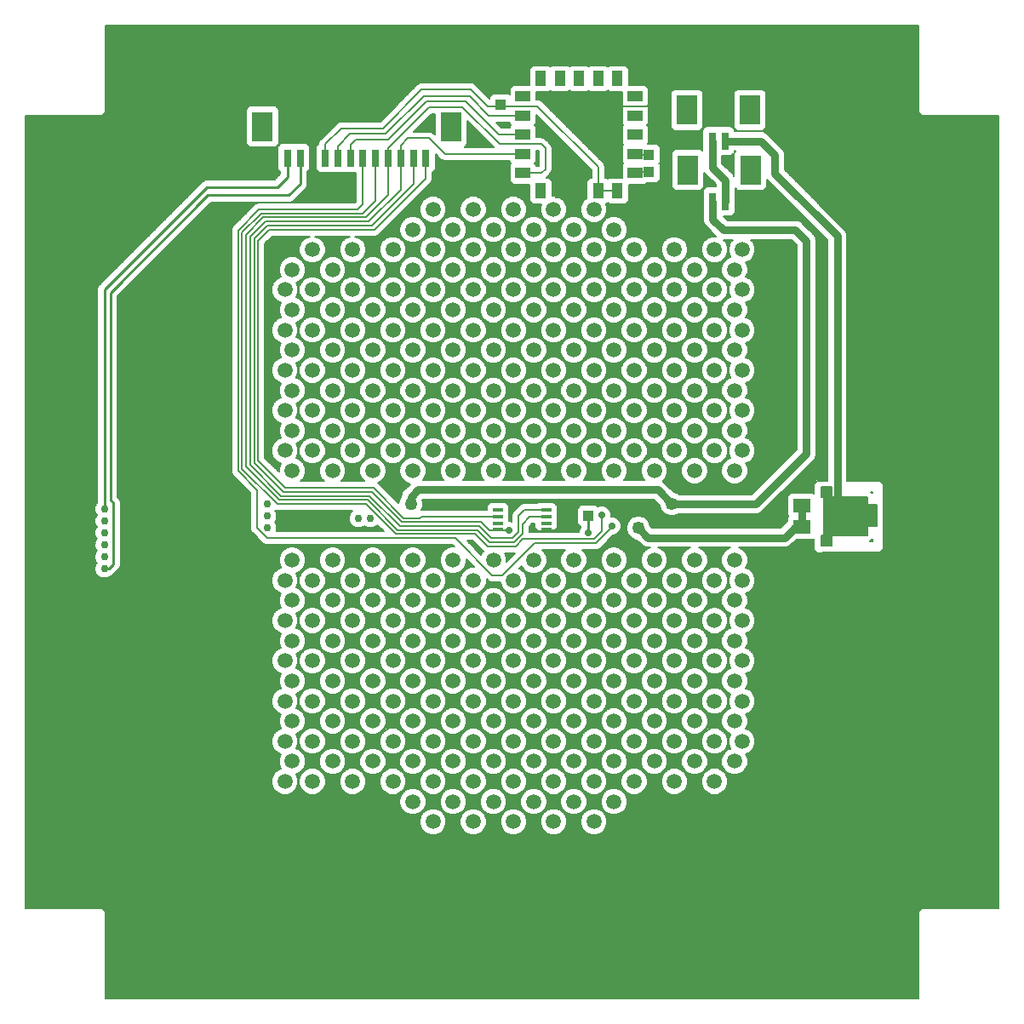
<source format=gbr>
G75*
G70*
%OFA0B0*%
%FSLAX24Y24*%
%IPPOS*%
%LPD*%
%AMOC8*
5,1,8,0,0,1.08239X$1,22.5*
%
%ADD10C,0.1896*%
%ADD11R,0.0700X0.0550*%
%ADD12C,0.0050*%
%ADD13R,0.1575X0.1575*%
%ADD14C,0.0594*%
%ADD15R,0.0444X0.0591*%
%ADD16R,0.0591X0.0444*%
%ADD17R,0.0425X0.0413*%
%ADD18R,0.0433X0.0157*%
%ADD19R,0.0413X0.0425*%
%ADD20R,0.0315X0.0709*%
%ADD21R,0.0827X0.1181*%
%ADD22C,0.0315*%
%ADD23C,0.0493*%
%ADD24C,0.0502*%
%ADD25C,0.0298*%
%ADD26C,0.0108*%
%ADD27C,0.0079*%
%ADD28C,0.0278*%
%ADD29C,0.0396*%
%ADD30C,0.0059*%
D10*
X009751Y001764D03*
X029199Y001764D03*
X029199Y037827D03*
X009751Y037827D03*
D11*
X030801Y020045D03*
X030801Y019225D03*
D12*
X031581Y018885D02*
X031581Y018485D01*
X031631Y018485D01*
X031981Y018485D01*
X031981Y018835D01*
X031981Y018885D01*
X033381Y018885D01*
X033381Y019235D01*
X033731Y019235D01*
X033731Y020085D01*
X033381Y020085D01*
X033381Y020385D01*
X031981Y020385D01*
X031981Y020785D01*
X031581Y020785D01*
X031581Y020385D01*
X031681Y020385D01*
X031681Y018885D01*
X031581Y018885D01*
X031581Y018485D01*
X031631Y018485D01*
X031981Y018485D01*
X031981Y018835D01*
X031981Y018885D01*
X033381Y018885D01*
X033381Y019235D01*
X033731Y019235D01*
X033731Y020085D01*
X033381Y020085D01*
X033381Y020385D01*
X031981Y020385D01*
X031981Y020785D01*
X031581Y020785D01*
X031581Y020385D01*
X031681Y020385D01*
X031681Y018885D01*
X031581Y018885D01*
X031581Y018853D02*
X031981Y018853D01*
X031581Y018853D01*
X031581Y018805D02*
X031981Y018805D01*
X031581Y018805D01*
X031581Y018756D02*
X031981Y018756D01*
X031581Y018756D01*
X031581Y018708D02*
X031981Y018708D01*
X031581Y018708D01*
X031581Y018659D02*
X031981Y018659D01*
X031581Y018659D01*
X031581Y018611D02*
X031981Y018611D01*
X031581Y018611D01*
X031581Y018562D02*
X031981Y018562D01*
X031581Y018562D01*
X031581Y018514D02*
X031981Y018514D01*
X031581Y018514D01*
X031681Y018902D02*
X033381Y018902D01*
X031681Y018902D01*
X031681Y018950D02*
X033381Y018950D01*
X031681Y018950D01*
X031681Y018999D02*
X033381Y018999D01*
X031681Y018999D01*
X031681Y019047D02*
X033381Y019047D01*
X031681Y019047D01*
X031681Y019096D02*
X033381Y019096D01*
X031681Y019096D01*
X031681Y019145D02*
X033381Y019145D01*
X031681Y019145D01*
X031681Y019193D02*
X033381Y019193D01*
X031681Y019193D01*
X031681Y019242D02*
X033731Y019242D01*
X031681Y019242D01*
X031681Y019290D02*
X033731Y019290D01*
X031681Y019290D01*
X031681Y019339D02*
X033731Y019339D01*
X031681Y019339D01*
X031681Y019387D02*
X033731Y019387D01*
X031681Y019387D01*
X031681Y019436D02*
X033731Y019436D01*
X031681Y019436D01*
X031681Y019484D02*
X033731Y019484D01*
X031681Y019484D01*
X031681Y019533D02*
X033731Y019533D01*
X031681Y019533D01*
X031681Y019581D02*
X033731Y019581D01*
X031681Y019581D01*
X031681Y019630D02*
X033731Y019630D01*
X031681Y019630D01*
X031681Y019679D02*
X033731Y019679D01*
X031681Y019679D01*
X031681Y019727D02*
X033731Y019727D01*
X031681Y019727D01*
X031681Y019776D02*
X033731Y019776D01*
X031681Y019776D01*
X031681Y019824D02*
X033731Y019824D01*
X031681Y019824D01*
X031681Y019873D02*
X033731Y019873D01*
X031681Y019873D01*
X031681Y019921D02*
X033731Y019921D01*
X031681Y019921D01*
X031681Y019970D02*
X033731Y019970D01*
X031681Y019970D01*
X031681Y020018D02*
X033731Y020018D01*
X031681Y020018D01*
X031681Y020067D02*
X033731Y020067D01*
X031681Y020067D01*
X031681Y020115D02*
X033381Y020115D01*
X031681Y020115D01*
X031681Y020164D02*
X033381Y020164D01*
X031681Y020164D01*
X031681Y020213D02*
X033381Y020213D01*
X031681Y020213D01*
X031681Y020261D02*
X033381Y020261D01*
X031681Y020261D01*
X031681Y020310D02*
X033381Y020310D01*
X031681Y020310D01*
X031681Y020358D02*
X033381Y020358D01*
X031681Y020358D01*
X031581Y020407D02*
X031981Y020407D01*
X031581Y020407D01*
X031581Y020455D02*
X031981Y020455D01*
X031581Y020455D01*
X031581Y020504D02*
X031981Y020504D01*
X031581Y020504D01*
X031581Y020552D02*
X031981Y020552D01*
X031581Y020552D01*
X031581Y020601D02*
X031981Y020601D01*
X031581Y020601D01*
X031581Y020649D02*
X031981Y020649D01*
X031581Y020649D01*
X031581Y020698D02*
X031981Y020698D01*
X031581Y020698D01*
X031581Y020746D02*
X031981Y020746D01*
X031581Y020746D01*
D13*
X032561Y019635D03*
D14*
X028463Y017118D03*
X028176Y016331D03*
X028463Y015543D03*
X028176Y014756D03*
X028463Y013969D03*
X028176Y013181D03*
X028463Y012394D03*
X028176Y011606D03*
X028463Y010819D03*
X028176Y010031D03*
X027388Y009244D03*
X026601Y010031D03*
X025814Y009244D03*
X025026Y010031D03*
X024239Y009244D03*
X023451Y008457D03*
X022664Y009244D03*
X021877Y008457D03*
X022664Y007669D03*
X021089Y007669D03*
X020302Y008457D03*
X021089Y009244D03*
X020302Y010031D03*
X019514Y009244D03*
X018727Y008457D03*
X017940Y009244D03*
X018727Y010031D03*
X019514Y010819D03*
X018727Y011606D03*
X017940Y010819D03*
X017152Y011606D03*
X016365Y010819D03*
X017152Y010031D03*
X016365Y009244D03*
X017152Y008457D03*
X016365Y007669D03*
X015577Y008457D03*
X014790Y009244D03*
X015577Y010031D03*
X014790Y010819D03*
X015577Y011606D03*
X014790Y012394D03*
X015577Y013181D03*
X014790Y013969D03*
X015577Y014756D03*
X014790Y015543D03*
X015577Y016331D03*
X014790Y017118D03*
X015577Y017906D03*
X016365Y017118D03*
X017152Y016331D03*
X017940Y017118D03*
X018727Y016331D03*
X019514Y017118D03*
X018727Y017906D03*
X020302Y017906D03*
X021089Y017118D03*
X020302Y016331D03*
X021089Y015543D03*
X020302Y014756D03*
X021089Y013969D03*
X021877Y014756D03*
X022664Y015543D03*
X023451Y014756D03*
X022664Y013969D03*
X023451Y013181D03*
X022664Y012394D03*
X021877Y013181D03*
X021089Y012394D03*
X020302Y013181D03*
X019514Y012394D03*
X018727Y013181D03*
X017940Y012394D03*
X017152Y013181D03*
X016365Y012394D03*
X016365Y013969D03*
X017152Y014756D03*
X016365Y015543D03*
X017940Y015543D03*
X018727Y014756D03*
X019514Y015543D03*
X019514Y013969D03*
X017940Y013969D03*
X020302Y011606D03*
X021089Y010819D03*
X021877Y011606D03*
X022664Y010819D03*
X023451Y011606D03*
X024239Y010819D03*
X025026Y011606D03*
X025814Y010819D03*
X026601Y011606D03*
X027388Y010819D03*
X027388Y012394D03*
X026601Y013181D03*
X025814Y012394D03*
X025026Y013181D03*
X024239Y012394D03*
X024239Y013969D03*
X025026Y014756D03*
X024239Y015543D03*
X025026Y016331D03*
X024239Y017118D03*
X025026Y017906D03*
X025814Y017118D03*
X026601Y016331D03*
X027388Y017118D03*
X026601Y017906D03*
X028176Y017906D03*
X027388Y015543D03*
X026601Y014756D03*
X025814Y015543D03*
X025814Y013969D03*
X027388Y013969D03*
X023451Y016331D03*
X022664Y017118D03*
X021877Y016331D03*
X021877Y017906D03*
X023451Y017906D03*
X023451Y021409D03*
X022664Y022197D03*
X023451Y022984D03*
X022664Y023772D03*
X023451Y024559D03*
X022664Y025346D03*
X021877Y024559D03*
X021089Y023772D03*
X020302Y024559D03*
X021089Y025346D03*
X020302Y026134D03*
X021089Y026921D03*
X021877Y026134D03*
X022664Y026921D03*
X023451Y026134D03*
X024239Y026921D03*
X025026Y026134D03*
X024239Y025346D03*
X025026Y024559D03*
X024239Y023772D03*
X025026Y022984D03*
X024239Y022197D03*
X025026Y021409D03*
X025814Y022197D03*
X026601Y022984D03*
X027388Y022197D03*
X026601Y021409D03*
X028176Y021409D03*
X028463Y022197D03*
X028176Y022984D03*
X028463Y023772D03*
X028176Y024559D03*
X028463Y025346D03*
X028176Y026134D03*
X028463Y026921D03*
X028176Y027709D03*
X028463Y028496D03*
X028176Y029283D03*
X028463Y030071D03*
X027388Y030071D03*
X026601Y029283D03*
X027388Y028496D03*
X026601Y027709D03*
X025814Y028496D03*
X025026Y027709D03*
X024239Y028496D03*
X025026Y029283D03*
X024239Y030071D03*
X023451Y030858D03*
X022664Y030071D03*
X021877Y030858D03*
X022664Y031646D03*
X021089Y031646D03*
X020302Y030858D03*
X021089Y030071D03*
X020302Y029283D03*
X021089Y028496D03*
X020302Y027709D03*
X019514Y028496D03*
X018727Y027709D03*
X017940Y028496D03*
X018727Y029283D03*
X019514Y030071D03*
X018727Y030858D03*
X017940Y030071D03*
X017152Y030858D03*
X016365Y030071D03*
X017152Y029283D03*
X016365Y028496D03*
X017152Y027709D03*
X016365Y026921D03*
X017152Y026134D03*
X017940Y026921D03*
X018727Y026134D03*
X019514Y026921D03*
X019514Y025346D03*
X018727Y024559D03*
X019514Y023772D03*
X018727Y022984D03*
X019514Y022197D03*
X018727Y021409D03*
X017940Y022197D03*
X017152Y022984D03*
X016365Y022197D03*
X017152Y021409D03*
X015577Y021409D03*
X014790Y022197D03*
X015577Y022984D03*
X014790Y023772D03*
X015577Y024559D03*
X014790Y025346D03*
X015577Y026134D03*
X014790Y026921D03*
X015577Y027709D03*
X014790Y028496D03*
X015577Y029283D03*
X014790Y030071D03*
X015577Y030858D03*
X016365Y031646D03*
X017940Y031646D03*
X019514Y031646D03*
X021877Y029283D03*
X022664Y028496D03*
X023451Y027709D03*
X023451Y029283D03*
X021877Y027709D03*
X025814Y026921D03*
X026601Y026134D03*
X027388Y026921D03*
X027388Y025346D03*
X026601Y024559D03*
X027388Y023772D03*
X025814Y023772D03*
X025814Y025346D03*
X021877Y022984D03*
X021089Y022197D03*
X020302Y022984D03*
X020302Y021409D03*
X021877Y021409D03*
X017940Y023772D03*
X017152Y024559D03*
X016365Y023772D03*
X016365Y025346D03*
X017940Y025346D03*
X014003Y024559D03*
X013215Y023772D03*
X012428Y024559D03*
X013215Y025346D03*
X012428Y026134D03*
X013215Y026921D03*
X014003Y026134D03*
X014003Y027709D03*
X013215Y028496D03*
X012428Y027709D03*
X011640Y028496D03*
X010566Y028496D03*
X010853Y027709D03*
X010566Y026921D03*
X010853Y026134D03*
X010566Y025346D03*
X010853Y024559D03*
X010566Y023772D03*
X010853Y022984D03*
X010566Y022197D03*
X010853Y021409D03*
X011640Y022197D03*
X012428Y022984D03*
X013215Y022197D03*
X014003Y022984D03*
X014003Y021409D03*
X012428Y021409D03*
X011640Y023772D03*
X011640Y025346D03*
X011640Y026921D03*
X010853Y029283D03*
X011640Y030071D03*
X012428Y029283D03*
X013215Y030071D03*
X014003Y029283D03*
X014003Y017906D03*
X013215Y017118D03*
X012428Y016331D03*
X011640Y017118D03*
X010566Y017118D03*
X010853Y016331D03*
X010566Y015543D03*
X010853Y014756D03*
X010566Y013969D03*
X010853Y013181D03*
X010566Y012394D03*
X010853Y011606D03*
X010566Y010819D03*
X010853Y010031D03*
X010566Y009244D03*
X011640Y009244D03*
X012428Y010031D03*
X013215Y009244D03*
X014003Y010031D03*
X013215Y010819D03*
X012428Y011606D03*
X011640Y010819D03*
X011640Y012394D03*
X012428Y013181D03*
X013215Y012394D03*
X014003Y013181D03*
X013215Y013969D03*
X012428Y014756D03*
X013215Y015543D03*
X014003Y014756D03*
X014003Y016331D03*
X012428Y017906D03*
X010853Y017906D03*
X011640Y015543D03*
X011640Y013969D03*
X014003Y011606D03*
X017940Y007669D03*
X019514Y007669D03*
X021877Y010031D03*
X023451Y010031D03*
X017152Y017906D03*
X025814Y030071D03*
D15*
X023581Y032369D03*
X022833Y032369D03*
X022085Y032369D03*
X021337Y032369D03*
X020589Y032369D03*
X020589Y036768D03*
X021337Y036768D03*
X022085Y036768D03*
X022833Y036768D03*
X023581Y036768D03*
D16*
X024284Y036064D03*
X024284Y035316D03*
X024284Y034568D03*
X024284Y033820D03*
X024284Y033072D03*
X019885Y033072D03*
X019885Y033820D03*
X019885Y034568D03*
X019885Y035316D03*
X019885Y036064D03*
D17*
X019021Y035760D03*
X019021Y036449D03*
X024821Y033789D03*
X024821Y033100D03*
D18*
X020790Y019863D03*
X020790Y019607D03*
X020790Y019351D03*
X020790Y019096D03*
X018900Y019096D03*
X018900Y019351D03*
X018900Y019607D03*
X018900Y019863D03*
D19*
X021752Y019636D03*
X022441Y019636D03*
D20*
X027319Y031957D03*
X027812Y031957D03*
X027792Y034315D03*
X027300Y034315D03*
X016083Y033654D03*
X015591Y033654D03*
X015099Y033654D03*
X014607Y033654D03*
X014115Y033654D03*
X013623Y033654D03*
X013130Y033654D03*
X012638Y033654D03*
X012146Y033654D03*
X011654Y033654D03*
X011162Y033654D03*
X010670Y033654D03*
D21*
X009686Y034884D03*
X017067Y034884D03*
X026316Y035545D03*
X026335Y033187D03*
X028796Y033187D03*
X028776Y035545D03*
D22*
X029203Y034315D02*
X027792Y034315D01*
X027306Y034309D02*
X027300Y034315D01*
X027306Y034309D02*
X027306Y033295D01*
X027812Y032789D01*
X027812Y031957D01*
X027321Y031955D02*
X027321Y031256D01*
X027735Y030843D01*
X030551Y030843D01*
X030974Y030420D01*
X030974Y022073D01*
X029004Y020104D01*
X025722Y020104D01*
X025160Y020667D01*
X015782Y020667D01*
X015500Y020385D01*
X015500Y020104D01*
X024409Y019166D02*
X024784Y018791D01*
X030130Y018791D01*
X030599Y019260D01*
X030614Y019260D01*
X030801Y019225D01*
X030801Y019260D01*
X030693Y019166D01*
X030801Y019275D01*
X030801Y020045D01*
X030693Y019166D02*
X030505Y019166D01*
X032193Y019635D02*
X032193Y019635D01*
X032193Y030607D01*
X029751Y033050D01*
X029751Y033768D01*
X029203Y034315D01*
X027321Y031955D02*
X027319Y031957D01*
X032193Y019635D02*
X032561Y019635D01*
D23*
X025722Y020104D03*
X024409Y019166D03*
D24*
X015500Y020104D03*
D25*
X013906Y019541D03*
X013437Y019541D03*
X009873Y019635D03*
X009873Y020104D03*
X009873Y019166D03*
X003496Y018979D03*
X003496Y019447D03*
X003496Y019916D03*
X003496Y018510D03*
X003496Y018041D03*
X003496Y017572D03*
D26*
X003669Y017572D01*
X003845Y017748D01*
X003845Y020150D01*
X003727Y020268D01*
X003727Y028378D01*
X007546Y032197D01*
X010719Y032197D01*
X011168Y032646D01*
X011168Y033648D01*
X011162Y033654D01*
X010670Y033654D02*
X010668Y033652D01*
X010668Y032921D01*
X010266Y032520D01*
X007514Y032520D01*
X003491Y028496D01*
X003491Y028268D01*
X003496Y028263D01*
X003496Y019916D01*
X020790Y019096D02*
X020813Y019072D01*
X021408Y019072D01*
X021783Y019447D01*
X021752Y019636D01*
X022441Y019636D02*
X022441Y019541D01*
X022440Y019541D01*
X022440Y018979D01*
D27*
X022664Y018732D02*
X022979Y019047D01*
X022979Y019677D01*
X023373Y019244D02*
X023373Y019205D01*
X022743Y018575D01*
X020341Y018575D01*
X019081Y017315D01*
X018688Y017315D01*
X017231Y018772D01*
X009869Y018772D01*
X009475Y019165D01*
X009475Y020661D01*
X008727Y021409D01*
X008727Y030819D01*
X009554Y031646D01*
X013408Y031646D01*
X013617Y031854D01*
X013617Y033648D01*
X013623Y033654D01*
X014115Y033654D02*
X014115Y031982D01*
X013621Y031488D01*
X009632Y031488D01*
X008884Y030740D01*
X008884Y021488D01*
X010262Y020110D01*
X013727Y020110D01*
X014908Y018929D01*
X018018Y018929D01*
X018491Y018457D01*
X019593Y018457D01*
X019869Y018732D01*
X022664Y018732D01*
X020790Y019607D02*
X020781Y019598D01*
X020144Y019598D01*
X019869Y019323D01*
X019869Y018929D01*
X019554Y018614D01*
X018569Y018614D01*
X018097Y019087D01*
X014987Y019087D01*
X013806Y020268D01*
X010341Y020268D01*
X009042Y021567D01*
X009042Y030661D01*
X009711Y031331D01*
X013731Y031331D01*
X014607Y032207D01*
X014607Y033654D01*
X014607Y034061D01*
X016199Y035654D01*
X017522Y035654D01*
X018983Y034217D01*
X020601Y034197D01*
X020758Y034039D01*
X020758Y033228D01*
X020601Y033071D01*
X019887Y033071D01*
X019885Y033072D01*
X019885Y033820D02*
X016828Y033816D01*
X016199Y034429D01*
X015373Y034429D01*
X015105Y034161D01*
X015105Y033659D01*
X015099Y033654D01*
X015099Y032427D01*
X013845Y031173D01*
X009790Y031173D01*
X009199Y030583D01*
X009199Y021646D01*
X010420Y020425D01*
X013884Y020425D01*
X015066Y019244D01*
X018176Y019244D01*
X018648Y018772D01*
X019475Y018772D01*
X019711Y019008D01*
X019711Y019638D01*
X019947Y019874D01*
X020779Y019874D01*
X020790Y019863D01*
X019345Y019072D02*
X018923Y019072D01*
X018900Y019096D01*
X018891Y019087D01*
X018569Y019087D01*
X018254Y019402D01*
X015144Y019402D01*
X013963Y020583D01*
X010499Y020583D01*
X009357Y021724D01*
X009357Y030504D01*
X009869Y031016D01*
X013963Y031016D01*
X015591Y032644D01*
X015591Y033654D01*
X016083Y033654D02*
X016083Y032860D01*
X014081Y030858D01*
X009947Y030858D01*
X009514Y030425D01*
X009514Y021803D01*
X010577Y020740D01*
X014042Y020740D01*
X015223Y019559D01*
X015853Y019559D01*
X015901Y019607D01*
X018900Y019607D01*
X021337Y032224D02*
X021337Y032369D01*
X022085Y032369D01*
X022085Y032890D01*
X022069Y032906D01*
X022833Y033304D02*
X022833Y032369D01*
X023581Y032369D01*
X024284Y033072D02*
X024312Y033100D01*
X024821Y033100D01*
X024821Y033789D02*
X024316Y033789D01*
X024284Y033820D01*
X022833Y033304D02*
X020451Y035685D01*
X018994Y035691D01*
X019021Y035717D01*
X019021Y035760D01*
X018994Y035691D02*
X018499Y035693D01*
X017853Y036339D01*
X015920Y036339D01*
X014408Y034827D01*
X012774Y034827D01*
X012148Y034201D01*
X012148Y033656D01*
X012146Y033654D01*
X012638Y033654D02*
X012640Y033656D01*
X012640Y034122D01*
X013117Y034598D01*
X014510Y034598D01*
X016003Y036091D01*
X017790Y036091D01*
X018556Y035324D01*
X019885Y035316D01*
X019885Y034568D02*
X018938Y034576D01*
X017648Y035866D01*
X016101Y035866D01*
X014609Y034374D01*
X013345Y034374D01*
X013148Y034177D01*
X013148Y033671D01*
X013130Y033654D01*
X023310Y035669D02*
X023310Y035685D01*
X024814Y035685D01*
D28*
X022979Y019677D03*
X023373Y019244D03*
X022440Y018979D03*
X019345Y019072D03*
D29*
X001695Y017717D03*
X001695Y023457D03*
X001695Y028402D03*
X001652Y033303D03*
X011207Y038575D03*
X027743Y038535D03*
X036983Y033398D03*
X037030Y028126D03*
X037125Y023039D03*
X037077Y017256D03*
X037073Y011886D03*
X037073Y006331D03*
X027703Y000937D03*
X011168Y000937D03*
X001743Y006472D03*
X001695Y011839D03*
D30*
X003541Y004141D02*
X003541Y000730D01*
X035372Y000730D01*
X035372Y003953D01*
X035372Y004141D01*
X035504Y004274D01*
X038521Y004274D01*
X038521Y035317D01*
X035692Y035317D01*
X035504Y035317D01*
X035372Y035450D01*
X035372Y038860D01*
X003541Y038860D01*
X003541Y035637D01*
X003541Y035450D01*
X003408Y035317D01*
X000391Y035317D01*
X000391Y004274D01*
X003221Y004274D01*
X003408Y004274D01*
X003541Y004141D01*
X003408Y004274D01*
X003221Y004274D01*
X000391Y004274D01*
X000391Y035317D01*
X003408Y035317D01*
X003541Y035450D01*
X003541Y035637D01*
X003541Y038860D01*
X009442Y038860D01*
X009338Y038824D01*
X009228Y038771D01*
X009126Y038707D01*
X009031Y038631D01*
X008946Y038546D01*
X008870Y038451D01*
X008806Y038349D01*
X008753Y038240D01*
X008713Y038126D01*
X008687Y038008D01*
X008673Y037887D01*
X008673Y037856D01*
X009721Y037856D01*
X009721Y037797D01*
X009780Y037797D01*
X009780Y036749D01*
X009811Y036749D01*
X009931Y036763D01*
X010049Y036790D01*
X010164Y036830D01*
X010273Y036882D01*
X010375Y036947D01*
X010470Y037022D01*
X010555Y037108D01*
X010631Y037202D01*
X010695Y037305D01*
X010748Y037414D01*
X010788Y037528D01*
X010815Y037646D01*
X010828Y037766D01*
X010828Y037797D01*
X009780Y037797D01*
X009780Y037856D01*
X010828Y037856D01*
X010828Y037887D01*
X010815Y038008D01*
X010788Y038126D01*
X010748Y038240D01*
X010695Y038349D01*
X010631Y038451D01*
X010555Y038546D01*
X010470Y038631D01*
X010375Y038707D01*
X010273Y038771D01*
X010164Y038824D01*
X010059Y038860D01*
X028890Y038860D01*
X028786Y038824D01*
X028677Y038771D01*
X028575Y038707D01*
X028480Y038631D01*
X028395Y038546D01*
X028319Y038451D01*
X028255Y038349D01*
X028202Y038240D01*
X028162Y038126D01*
X028135Y038008D01*
X028122Y037887D01*
X028122Y037856D01*
X029170Y037856D01*
X029170Y037797D01*
X029229Y037797D01*
X029229Y036749D01*
X029260Y036749D01*
X029380Y036763D01*
X029498Y036790D01*
X029612Y036830D01*
X029721Y036882D01*
X029824Y036947D01*
X029919Y037022D01*
X030004Y037108D01*
X030080Y037202D01*
X030144Y037305D01*
X030196Y037414D01*
X030236Y037528D01*
X030263Y037646D01*
X030277Y037766D01*
X030277Y037797D01*
X029229Y037797D01*
X029229Y037856D01*
X030277Y037856D01*
X030277Y037887D01*
X030263Y038008D01*
X030236Y038126D01*
X030196Y038240D01*
X030144Y038349D01*
X030080Y038451D01*
X030004Y038546D01*
X029919Y038631D01*
X029824Y038707D01*
X029721Y038771D01*
X029612Y038824D01*
X029508Y038860D01*
X035372Y038860D01*
X035372Y035450D01*
X035504Y035317D01*
X035692Y035317D01*
X038521Y035317D01*
X038521Y004274D01*
X035504Y004274D01*
X035372Y004141D01*
X035372Y003953D01*
X035372Y000730D01*
X029508Y000730D01*
X029612Y000767D01*
X029721Y000819D01*
X029824Y000884D01*
X029919Y000959D01*
X030004Y001045D01*
X030080Y001139D01*
X030144Y001242D01*
X030196Y001351D01*
X030236Y001465D01*
X030263Y001583D01*
X030277Y001703D01*
X030277Y001734D01*
X029229Y001734D01*
X029229Y001793D01*
X030277Y001793D01*
X030277Y001824D01*
X030263Y001945D01*
X030236Y002063D01*
X030196Y002177D01*
X030144Y002286D01*
X030080Y002388D01*
X030004Y002483D01*
X029919Y002569D01*
X029824Y002644D01*
X029721Y002708D01*
X029612Y002761D01*
X029498Y002801D01*
X029380Y002828D01*
X029260Y002841D01*
X029229Y002841D01*
X029229Y001793D01*
X029170Y001793D01*
X029170Y001734D01*
X028122Y001734D01*
X028122Y001703D01*
X028135Y001583D01*
X028162Y001465D01*
X028202Y001351D01*
X028255Y001242D01*
X028319Y001139D01*
X028395Y001045D01*
X028480Y000959D01*
X028575Y000884D01*
X028677Y000819D01*
X028786Y000767D01*
X028890Y000730D01*
X010059Y000730D01*
X010164Y000767D01*
X010273Y000819D01*
X010375Y000884D01*
X010470Y000959D01*
X010555Y001045D01*
X010631Y001139D01*
X010695Y001242D01*
X010748Y001351D01*
X010788Y001465D01*
X010815Y001583D01*
X010828Y001703D01*
X010828Y001734D01*
X009780Y001734D01*
X009780Y001793D01*
X010828Y001793D01*
X010828Y001824D01*
X010815Y001945D01*
X010788Y002063D01*
X010748Y002177D01*
X010695Y002286D01*
X010631Y002388D01*
X010555Y002483D01*
X010470Y002569D01*
X010375Y002644D01*
X010273Y002708D01*
X010164Y002761D01*
X010049Y002801D01*
X009931Y002828D01*
X009811Y002841D01*
X009780Y002841D01*
X009780Y001793D01*
X009721Y001793D01*
X009721Y001734D01*
X008673Y001734D01*
X008673Y001703D01*
X008687Y001583D01*
X008713Y001465D01*
X008753Y001351D01*
X008806Y001242D01*
X008870Y001139D01*
X008946Y001045D01*
X009031Y000959D01*
X009126Y000884D01*
X009228Y000819D01*
X009338Y000767D01*
X009442Y000730D01*
X003541Y000730D01*
X003541Y004141D01*
X003541Y004133D02*
X035372Y004133D01*
X003541Y004133D01*
X003541Y004075D02*
X035372Y004075D01*
X003541Y004075D01*
X003541Y004017D02*
X035372Y004017D01*
X003541Y004017D01*
X003541Y003960D02*
X035372Y003960D01*
X003541Y003960D01*
X003541Y003902D02*
X035372Y003902D01*
X003541Y003902D01*
X003541Y003845D02*
X035372Y003845D01*
X003541Y003845D01*
X003541Y003787D02*
X035372Y003787D01*
X003541Y003787D01*
X003541Y003729D02*
X035372Y003729D01*
X003541Y003729D01*
X003541Y003672D02*
X035372Y003672D01*
X003541Y003672D01*
X003541Y003614D02*
X035372Y003614D01*
X003541Y003614D01*
X003541Y003557D02*
X035372Y003557D01*
X003541Y003557D01*
X003541Y003499D02*
X035372Y003499D01*
X003541Y003499D01*
X003541Y003441D02*
X035372Y003441D01*
X003541Y003441D01*
X003541Y003384D02*
X035372Y003384D01*
X003541Y003384D01*
X003541Y003326D02*
X035372Y003326D01*
X003541Y003326D01*
X003541Y003269D02*
X035372Y003269D01*
X003541Y003269D01*
X003541Y003211D02*
X035372Y003211D01*
X003541Y003211D01*
X003541Y003153D02*
X035372Y003153D01*
X003541Y003153D01*
X003541Y003096D02*
X035372Y003096D01*
X003541Y003096D01*
X003541Y003038D02*
X035372Y003038D01*
X003541Y003038D01*
X003541Y002981D02*
X035372Y002981D01*
X003541Y002981D01*
X003541Y002923D02*
X035372Y002923D01*
X003541Y002923D01*
X003541Y002865D02*
X035372Y002865D01*
X003541Y002865D01*
X003541Y002808D02*
X035372Y002808D01*
X029467Y002808D01*
X029634Y002750D02*
X035372Y002750D01*
X003541Y002750D01*
X009316Y002750D01*
X009338Y002761D02*
X009228Y002708D01*
X009126Y002644D01*
X009031Y002569D01*
X008946Y002483D01*
X008870Y002388D01*
X008806Y002286D01*
X008753Y002177D01*
X008713Y002063D01*
X008687Y001945D01*
X008673Y001824D01*
X008673Y001793D01*
X009721Y001793D01*
X009721Y002841D01*
X009690Y002841D01*
X009570Y002828D01*
X009452Y002801D01*
X009338Y002761D01*
X009204Y002693D02*
X003541Y002693D01*
X035372Y002693D01*
X029746Y002693D01*
X029835Y002635D02*
X035372Y002635D01*
X003541Y002635D01*
X009115Y002635D01*
X009043Y002577D02*
X003541Y002577D01*
X035372Y002577D01*
X029907Y002577D01*
X029967Y002520D02*
X035372Y002520D01*
X003541Y002520D01*
X008983Y002520D01*
X008929Y002462D02*
X003541Y002462D01*
X035372Y002462D01*
X030021Y002462D01*
X030066Y002405D02*
X035372Y002405D01*
X003541Y002405D01*
X008883Y002405D01*
X008844Y002347D02*
X003541Y002347D01*
X035372Y002347D01*
X030105Y002347D01*
X030142Y002289D02*
X035372Y002289D01*
X003541Y002289D01*
X008808Y002289D01*
X008780Y002232D02*
X003541Y002232D01*
X035372Y002232D01*
X030170Y002232D01*
X030197Y002174D02*
X035372Y002174D01*
X003541Y002174D01*
X008753Y002174D01*
X008732Y002117D02*
X003541Y002117D01*
X035372Y002117D01*
X030217Y002117D01*
X030237Y002059D02*
X035372Y002059D01*
X003541Y002059D01*
X008713Y002059D01*
X008700Y002001D02*
X003541Y002001D01*
X035372Y002001D01*
X030250Y002001D01*
X030263Y001944D02*
X035372Y001944D01*
X003541Y001944D01*
X008686Y001944D01*
X008680Y001886D02*
X003541Y001886D01*
X035372Y001886D01*
X030270Y001886D01*
X030276Y001829D02*
X035372Y001829D01*
X003541Y001829D01*
X008674Y001829D01*
X008673Y001714D02*
X003541Y001714D01*
X035372Y001714D01*
X030277Y001714D01*
X030272Y001656D02*
X035372Y001656D01*
X003541Y001656D01*
X008678Y001656D01*
X008685Y001598D02*
X003541Y001598D01*
X035372Y001598D01*
X030265Y001598D01*
X030254Y001541D02*
X035372Y001541D01*
X003541Y001541D01*
X008696Y001541D01*
X008709Y001483D02*
X003541Y001483D01*
X035372Y001483D01*
X030241Y001483D01*
X030223Y001426D02*
X035372Y001426D01*
X003541Y001426D01*
X008727Y001426D01*
X008747Y001368D02*
X003541Y001368D01*
X035372Y001368D01*
X030202Y001368D01*
X030177Y001310D02*
X035372Y001310D01*
X003541Y001310D01*
X008773Y001310D01*
X008801Y001253D02*
X003541Y001253D01*
X035372Y001253D01*
X030149Y001253D01*
X030115Y001195D02*
X035372Y001195D01*
X003541Y001195D01*
X008835Y001195D01*
X008872Y001138D02*
X003541Y001138D01*
X035372Y001138D01*
X030078Y001138D01*
X030032Y001080D02*
X035372Y001080D01*
X003541Y001080D01*
X008918Y001080D01*
X008968Y001022D02*
X003541Y001022D01*
X035372Y001022D01*
X029982Y001022D01*
X029924Y000965D02*
X035372Y000965D01*
X003541Y000965D01*
X009026Y000965D01*
X009096Y000907D02*
X003541Y000907D01*
X035372Y000907D01*
X029853Y000907D01*
X029770Y000850D02*
X035372Y000850D01*
X003541Y000850D01*
X009180Y000850D01*
X009285Y000792D02*
X003541Y000792D01*
X035372Y000792D01*
X029665Y000792D01*
X029520Y000734D02*
X035372Y000734D01*
X003541Y000734D01*
X009430Y000734D01*
X010071Y000734D02*
X028879Y000734D01*
X028734Y000792D02*
X010216Y000792D01*
X010321Y000850D02*
X028629Y000850D01*
X028545Y000907D02*
X010405Y000907D01*
X010475Y000965D02*
X028474Y000965D01*
X028417Y001022D02*
X010533Y001022D01*
X010583Y001080D02*
X028366Y001080D01*
X028321Y001138D02*
X010629Y001138D01*
X010666Y001195D02*
X028284Y001195D01*
X028249Y001253D02*
X010700Y001253D01*
X010728Y001310D02*
X028222Y001310D01*
X028196Y001368D02*
X010754Y001368D01*
X010774Y001426D02*
X028176Y001426D01*
X028158Y001483D02*
X010792Y001483D01*
X010805Y001541D02*
X028145Y001541D01*
X028134Y001598D02*
X010816Y001598D01*
X010823Y001656D02*
X028127Y001656D01*
X028122Y001714D02*
X010828Y001714D01*
X010828Y001829D02*
X028122Y001829D01*
X028122Y001824D02*
X028122Y001793D01*
X029170Y001793D01*
X029170Y002841D01*
X029139Y002841D01*
X029019Y002828D01*
X028901Y002801D01*
X028786Y002761D01*
X028677Y002708D01*
X028575Y002644D01*
X028480Y002569D01*
X028395Y002483D01*
X028319Y002388D01*
X028255Y002286D01*
X028202Y002177D01*
X028162Y002063D01*
X028135Y001945D01*
X028122Y001824D01*
X028129Y001886D02*
X010821Y001886D01*
X010815Y001944D02*
X028135Y001944D01*
X028148Y002001D02*
X010802Y002001D01*
X010788Y002059D02*
X028161Y002059D01*
X028181Y002117D02*
X010769Y002117D01*
X010749Y002174D02*
X028201Y002174D01*
X028229Y002232D02*
X010721Y002232D01*
X010693Y002289D02*
X028257Y002289D01*
X028293Y002347D02*
X010657Y002347D01*
X010618Y002405D02*
X028332Y002405D01*
X028378Y002462D02*
X010572Y002462D01*
X010518Y002520D02*
X028432Y002520D01*
X028491Y002577D02*
X010458Y002577D01*
X010386Y002635D02*
X028564Y002635D01*
X028652Y002693D02*
X010298Y002693D01*
X010186Y002750D02*
X028764Y002750D01*
X028931Y002808D02*
X010018Y002808D01*
X009780Y002808D02*
X009721Y002808D01*
X009721Y002750D02*
X009780Y002750D01*
X009780Y002693D02*
X009721Y002693D01*
X009721Y002635D02*
X009780Y002635D01*
X009780Y002577D02*
X009721Y002577D01*
X009721Y002520D02*
X009780Y002520D01*
X009780Y002462D02*
X009721Y002462D01*
X009721Y002405D02*
X009780Y002405D01*
X009780Y002347D02*
X009721Y002347D01*
X009721Y002289D02*
X009780Y002289D01*
X009780Y002232D02*
X009721Y002232D01*
X009721Y002174D02*
X009780Y002174D01*
X009780Y002117D02*
X009721Y002117D01*
X009721Y002059D02*
X009780Y002059D01*
X009780Y002001D02*
X009721Y002001D01*
X009721Y001944D02*
X009780Y001944D01*
X009780Y001886D02*
X009721Y001886D01*
X009721Y001829D02*
X009780Y001829D01*
X009780Y001771D02*
X029170Y001771D01*
X029170Y001829D02*
X029229Y001829D01*
X029229Y001886D02*
X029170Y001886D01*
X029170Y001944D02*
X029229Y001944D01*
X029229Y002001D02*
X029170Y002001D01*
X029170Y002059D02*
X029229Y002059D01*
X029229Y002117D02*
X029170Y002117D01*
X029170Y002174D02*
X029229Y002174D01*
X029229Y002232D02*
X029170Y002232D01*
X029170Y002289D02*
X029229Y002289D01*
X029229Y002347D02*
X029170Y002347D01*
X029170Y002405D02*
X029229Y002405D01*
X029229Y002462D02*
X029170Y002462D01*
X029170Y002520D02*
X029229Y002520D01*
X029229Y002577D02*
X029170Y002577D01*
X029170Y002635D02*
X029229Y002635D01*
X029229Y002693D02*
X029170Y002693D01*
X029170Y002750D02*
X029229Y002750D01*
X029229Y002808D02*
X029170Y002808D01*
X029229Y001771D02*
X035372Y001771D01*
X003541Y001771D01*
X009721Y001771D01*
X009483Y002808D02*
X003541Y002808D01*
X003492Y004190D02*
X035421Y004190D01*
X003492Y004190D01*
X003434Y004248D02*
X035479Y004248D01*
X003434Y004248D01*
X000391Y004305D02*
X038521Y004305D01*
X000391Y004305D01*
X000391Y004363D02*
X038521Y004363D01*
X000391Y004363D01*
X000391Y004421D02*
X038521Y004421D01*
X000391Y004421D01*
X000391Y004478D02*
X038521Y004478D01*
X000391Y004478D01*
X000391Y004536D02*
X038521Y004536D01*
X000391Y004536D01*
X000391Y004593D02*
X038521Y004593D01*
X000391Y004593D01*
X000391Y004651D02*
X038521Y004651D01*
X000391Y004651D01*
X000391Y004709D02*
X038521Y004709D01*
X000391Y004709D01*
X000391Y004766D02*
X038521Y004766D01*
X000391Y004766D01*
X000391Y004824D02*
X038521Y004824D01*
X000391Y004824D01*
X000391Y004881D02*
X038521Y004881D01*
X000391Y004881D01*
X000391Y004939D02*
X038521Y004939D01*
X000391Y004939D01*
X000391Y004997D02*
X038521Y004997D01*
X000391Y004997D01*
X000391Y005054D02*
X038521Y005054D01*
X000391Y005054D01*
X000391Y005112D02*
X038521Y005112D01*
X000391Y005112D01*
X000391Y005169D02*
X038521Y005169D01*
X000391Y005169D01*
X000391Y005227D02*
X038521Y005227D01*
X000391Y005227D01*
X000391Y005285D02*
X038521Y005285D01*
X000391Y005285D01*
X000391Y005342D02*
X038521Y005342D01*
X000391Y005342D01*
X000391Y005400D02*
X038521Y005400D01*
X000391Y005400D01*
X000391Y005457D02*
X038521Y005457D01*
X000391Y005457D01*
X000391Y005515D02*
X038521Y005515D01*
X000391Y005515D01*
X000391Y005573D02*
X038521Y005573D01*
X000391Y005573D01*
X000391Y005630D02*
X038521Y005630D01*
X000391Y005630D01*
X000391Y005688D02*
X038521Y005688D01*
X000391Y005688D01*
X000391Y005745D02*
X038521Y005745D01*
X000391Y005745D01*
X000391Y005803D02*
X038521Y005803D01*
X000391Y005803D01*
X000391Y005861D02*
X038521Y005861D01*
X000391Y005861D01*
X000391Y005918D02*
X038521Y005918D01*
X000391Y005918D01*
X000391Y005976D02*
X038521Y005976D01*
X000391Y005976D01*
X000391Y006033D02*
X038521Y006033D01*
X000391Y006033D01*
X000391Y006091D02*
X038521Y006091D01*
X000391Y006091D01*
X000391Y006149D02*
X038521Y006149D01*
X000391Y006149D01*
X000391Y006206D02*
X038521Y006206D01*
X000391Y006206D01*
X000391Y006264D02*
X038521Y006264D01*
X000391Y006264D01*
X000391Y006321D02*
X038521Y006321D01*
X000391Y006321D01*
X000391Y006379D02*
X038521Y006379D01*
X000391Y006379D01*
X000391Y006437D02*
X038521Y006437D01*
X000391Y006437D01*
X000391Y006494D02*
X038521Y006494D01*
X000391Y006494D01*
X000391Y006552D02*
X038521Y006552D01*
X000391Y006552D01*
X000391Y006609D02*
X038521Y006609D01*
X000391Y006609D01*
X000391Y006667D02*
X038521Y006667D01*
X000391Y006667D01*
X000391Y006725D02*
X038521Y006725D01*
X000391Y006725D01*
X000391Y006782D02*
X038521Y006782D01*
X000391Y006782D01*
X000391Y006840D02*
X038521Y006840D01*
X000391Y006840D01*
X000391Y006897D02*
X038521Y006897D01*
X000391Y006897D01*
X000391Y006955D02*
X038521Y006955D01*
X000391Y006955D01*
X000391Y007013D02*
X038521Y007013D01*
X000391Y007013D01*
X000391Y007070D02*
X038521Y007070D01*
X000391Y007070D01*
X000391Y007128D02*
X038521Y007128D01*
X000391Y007128D01*
X000391Y007185D02*
X016166Y007185D01*
X000391Y007185D01*
X000391Y007243D02*
X016051Y007243D01*
X000391Y007243D01*
X000391Y007301D02*
X015993Y007301D01*
X000391Y007301D01*
X000391Y007358D02*
X015936Y007358D01*
X000391Y007358D01*
X000391Y007416D02*
X015903Y007416D01*
X000391Y007416D01*
X000391Y007473D02*
X015880Y007473D01*
X000391Y007473D01*
X000391Y007531D02*
X015856Y007531D01*
X000391Y007531D01*
X000391Y007589D02*
X015841Y007589D01*
X000391Y007589D01*
X000391Y007646D02*
X015841Y007646D01*
X000391Y007646D01*
X000391Y007704D02*
X015841Y007704D01*
X000391Y007704D01*
X000391Y007761D02*
X015841Y007761D01*
X000391Y007761D01*
X000391Y007819D02*
X015860Y007819D01*
X000391Y007819D01*
X000391Y007877D02*
X015884Y007877D01*
X000391Y007877D01*
X000391Y007934D02*
X015472Y007934D01*
X000391Y007934D01*
X000391Y007992D02*
X015333Y007992D01*
X000391Y007992D01*
X000391Y008049D02*
X015245Y008049D01*
X000391Y008049D01*
X000391Y008107D02*
X015187Y008107D01*
X000391Y008107D01*
X000391Y008165D02*
X015132Y008165D01*
X000391Y008165D01*
X000391Y008222D02*
X015108Y008222D01*
X000391Y008222D01*
X000391Y008280D02*
X015084Y008280D01*
X000391Y008280D01*
X000391Y008337D02*
X015060Y008337D01*
X000391Y008337D01*
X000391Y008395D02*
X015054Y008395D01*
X000391Y008395D01*
X000391Y008453D02*
X015054Y008453D01*
X000391Y008453D01*
X000391Y008510D02*
X015054Y008510D01*
X000391Y008510D01*
X000391Y008568D02*
X015057Y008568D01*
X000391Y008568D01*
X000391Y008625D02*
X015081Y008625D01*
X000391Y008625D01*
X000391Y008683D02*
X015105Y008683D01*
X000391Y008683D01*
X000391Y008741D02*
X010414Y008741D01*
X000391Y008741D01*
X000391Y008798D02*
X010275Y008798D01*
X000391Y008798D01*
X000391Y008856D02*
X010214Y008856D01*
X000391Y008856D01*
X000391Y008913D02*
X010156Y008913D01*
X000391Y008913D01*
X000391Y008971D02*
X010112Y008971D01*
X000391Y008971D01*
X000391Y009029D02*
X010088Y009029D01*
X000391Y009029D01*
X000391Y009086D02*
X010065Y009086D01*
X000391Y009086D01*
X000391Y009144D02*
X010042Y009144D01*
X000391Y009144D01*
X000391Y009201D02*
X010042Y009201D01*
X000391Y009201D01*
X000391Y009259D02*
X010042Y009259D01*
X000391Y009259D01*
X000391Y009316D02*
X010042Y009316D01*
X000391Y009316D01*
X000391Y009374D02*
X010053Y009374D01*
X000391Y009374D01*
X000391Y009432D02*
X010077Y009432D01*
X000391Y009432D01*
X000391Y009489D02*
X010101Y009489D01*
X000391Y009489D01*
X000391Y009547D02*
X010128Y009547D01*
X000391Y009547D01*
X000391Y009604D02*
X010186Y009604D01*
X000391Y009604D01*
X000391Y009662D02*
X010244Y009662D01*
X000391Y009662D01*
X000391Y009720D02*
X010347Y009720D01*
X000391Y009720D01*
X000391Y009777D02*
X010392Y009777D01*
X000391Y009777D01*
X000391Y009835D02*
X010368Y009835D01*
X000391Y009835D01*
X000391Y009892D02*
X010344Y009892D01*
X000391Y009892D01*
X000391Y009950D02*
X010330Y009950D01*
X000391Y009950D01*
X000391Y010008D02*
X010330Y010008D01*
X000391Y010008D01*
X000391Y010065D02*
X010330Y010065D01*
X000391Y010065D01*
X000391Y010123D02*
X010330Y010123D01*
X000391Y010123D01*
X000391Y010180D02*
X010348Y010180D01*
X000391Y010180D01*
X000391Y010238D02*
X010372Y010238D01*
X000391Y010238D01*
X000391Y010296D02*
X010396Y010296D01*
X000391Y010296D01*
X000391Y010353D02*
X010322Y010353D01*
X000391Y010353D01*
X000391Y010411D02*
X010234Y010411D01*
X000391Y010411D01*
X000391Y010468D02*
X010176Y010468D01*
X000391Y010468D01*
X000391Y010526D02*
X010120Y010526D01*
X000391Y010526D01*
X000391Y010584D02*
X010097Y010584D01*
X000391Y010584D01*
X000391Y010641D02*
X010073Y010641D01*
X000391Y010641D01*
X000391Y010699D02*
X010049Y010699D01*
X000391Y010699D01*
X000391Y010756D02*
X010042Y010756D01*
X000391Y010756D01*
X000391Y010814D02*
X010042Y010814D01*
X000391Y010814D01*
X000391Y010872D02*
X010042Y010872D01*
X000391Y010872D01*
X000391Y010929D02*
X010045Y010929D01*
X000391Y010929D01*
X000391Y010987D02*
X010069Y010987D01*
X000391Y010987D01*
X000391Y011044D02*
X010093Y011044D01*
X000391Y011044D01*
X000391Y011102D02*
X010116Y011102D01*
X000391Y011102D01*
X000391Y011160D02*
X010166Y011160D01*
X000391Y011160D01*
X000391Y011217D02*
X010224Y011217D01*
X000391Y011217D01*
X000391Y011275D02*
X010299Y011275D01*
X000391Y011275D01*
X000391Y011332D02*
X010400Y011332D01*
X000391Y011332D01*
X000391Y011390D02*
X010376Y011390D01*
X000391Y011390D01*
X000391Y011448D02*
X010352Y011448D01*
X000391Y011448D01*
X000391Y011505D02*
X010330Y011505D01*
X000391Y011505D01*
X000391Y011563D02*
X010330Y011563D01*
X000391Y011563D01*
X000391Y011620D02*
X010330Y011620D01*
X000391Y011620D01*
X000391Y011678D02*
X010330Y011678D01*
X000391Y011678D01*
X000391Y011736D02*
X010340Y011736D01*
X000391Y011736D01*
X000391Y011793D02*
X010364Y011793D01*
X000391Y011793D01*
X000391Y011851D02*
X010388Y011851D01*
X000391Y011851D01*
X000391Y011908D02*
X010370Y011908D01*
X000391Y011908D01*
X000391Y011966D02*
X010253Y011966D01*
X000391Y011966D01*
X000391Y012024D02*
X010196Y012024D01*
X000391Y012024D01*
X000391Y012081D02*
X010138Y012081D01*
X000391Y012081D01*
X000391Y012139D02*
X010105Y012139D01*
X000391Y012139D01*
X000391Y012196D02*
X010081Y012196D01*
X000391Y012196D01*
X000391Y012254D02*
X010057Y012254D01*
X000391Y012254D01*
X000391Y012312D02*
X010042Y012312D01*
X000391Y012312D01*
X000391Y012369D02*
X010042Y012369D01*
X000391Y012369D01*
X000391Y012427D02*
X010042Y012427D01*
X000391Y012427D01*
X000391Y012484D02*
X010042Y012484D01*
X000391Y012484D01*
X000391Y012542D02*
X010061Y012542D01*
X000391Y012542D01*
X000391Y012600D02*
X010084Y012600D01*
X000391Y012600D01*
X000391Y012657D02*
X010108Y012657D01*
X000391Y012657D01*
X000391Y012715D02*
X010147Y012715D01*
X000391Y012715D01*
X000391Y012772D02*
X010204Y012772D01*
X000391Y012772D01*
X000391Y012830D02*
X010262Y012830D01*
X000391Y012830D01*
X000391Y012888D02*
X010391Y012888D01*
X000391Y012888D01*
X000391Y012945D02*
X010384Y012945D01*
X000391Y012945D01*
X000391Y013003D02*
X010360Y013003D01*
X000391Y013003D01*
X000391Y013060D02*
X010337Y013060D01*
X000391Y013060D01*
X000391Y013118D02*
X010330Y013118D01*
X000391Y013118D01*
X000391Y013176D02*
X010330Y013176D01*
X000391Y013176D01*
X000391Y013233D02*
X010330Y013233D01*
X000391Y013233D01*
X000391Y013291D02*
X010332Y013291D01*
X000391Y013291D01*
X000391Y013348D02*
X010356Y013348D01*
X000391Y013348D01*
X000391Y013406D02*
X010380Y013406D01*
X000391Y013406D01*
X000391Y013464D02*
X010404Y013464D01*
X000391Y013464D01*
X000391Y013521D02*
X010278Y013521D01*
X000391Y013521D01*
X000391Y013579D02*
X010215Y013579D01*
X000391Y013579D01*
X000391Y013636D02*
X010158Y013636D01*
X000391Y013636D01*
X000391Y013694D02*
X010113Y013694D01*
X000391Y013694D01*
X000391Y013752D02*
X010089Y013752D01*
X000391Y013752D01*
X000391Y013809D02*
X010065Y013809D01*
X000391Y013809D01*
X000391Y013867D02*
X010042Y013867D01*
X000391Y013867D01*
X000391Y013924D02*
X010042Y013924D01*
X000391Y013924D01*
X000391Y013982D02*
X010042Y013982D01*
X000391Y013982D01*
X000391Y014040D02*
X010042Y014040D01*
X000391Y014040D01*
X000391Y014097D02*
X010052Y014097D01*
X000391Y014097D01*
X000391Y014155D02*
X010076Y014155D01*
X000391Y014155D01*
X000391Y014212D02*
X010100Y014212D01*
X000391Y014212D01*
X000391Y014270D02*
X010127Y014270D01*
X000391Y014270D01*
X000391Y014328D02*
X010185Y014328D01*
X000391Y014328D01*
X000391Y014385D02*
X010242Y014385D01*
X000391Y014385D01*
X000391Y014443D02*
X010343Y014443D01*
X000391Y014443D01*
X000391Y014500D02*
X010392Y014500D01*
X000391Y014500D01*
X000391Y014558D02*
X010369Y014558D01*
X000391Y014558D01*
X000391Y014616D02*
X010345Y014616D01*
X000391Y014616D01*
X000391Y014673D02*
X010330Y014673D01*
X000391Y014673D01*
X000391Y014731D02*
X010330Y014731D01*
X000391Y014731D01*
X000391Y014788D02*
X010330Y014788D01*
X000391Y014788D01*
X000391Y014846D02*
X010330Y014846D01*
X000391Y014846D01*
X000391Y014904D02*
X010348Y014904D01*
X000391Y014904D01*
X000391Y014961D02*
X010372Y014961D01*
X000391Y014961D01*
X000391Y015019D02*
X010395Y015019D01*
X000391Y015019D01*
X000391Y015076D02*
X010326Y015076D01*
X000391Y015076D01*
X000391Y015134D02*
X010235Y015134D01*
X000391Y015134D01*
X000391Y015192D02*
X010177Y015192D01*
X000391Y015192D01*
X000391Y015249D02*
X010121Y015249D01*
X000391Y015249D01*
X000391Y015307D02*
X010097Y015307D01*
X000391Y015307D01*
X000391Y015364D02*
X010073Y015364D01*
X000391Y015364D01*
X000391Y015422D02*
X010049Y015422D01*
X000391Y015422D01*
X000391Y015480D02*
X010042Y015480D01*
X000391Y015480D01*
X000391Y015537D02*
X010042Y015537D01*
X000391Y015537D01*
X000391Y015595D02*
X010042Y015595D01*
X000391Y015595D01*
X000391Y015652D02*
X010044Y015652D01*
X000391Y015652D01*
X000391Y015710D02*
X010068Y015710D01*
X000391Y015710D01*
X000391Y015768D02*
X010092Y015768D01*
X000391Y015768D01*
X000391Y015825D02*
X010116Y015825D01*
X000391Y015825D01*
X000391Y015883D02*
X010165Y015883D01*
X000391Y015883D01*
X000391Y015940D02*
X010223Y015940D01*
X000391Y015940D01*
X000391Y015998D02*
X010296Y015998D01*
X000391Y015998D01*
X000391Y016056D02*
X010401Y016056D01*
X000391Y016056D01*
X000391Y016113D02*
X010377Y016113D01*
X000391Y016113D01*
X000391Y016171D02*
X010353Y016171D01*
X000391Y016171D01*
X000391Y016228D02*
X010330Y016228D01*
X000391Y016228D01*
X000391Y016286D02*
X010330Y016286D01*
X000391Y016286D01*
X000391Y016344D02*
X010330Y016344D01*
X000391Y016344D01*
X000391Y016401D02*
X010330Y016401D01*
X000391Y016401D01*
X000391Y016459D02*
X010340Y016459D01*
X000391Y016459D01*
X000391Y016516D02*
X010363Y016516D01*
X000391Y016516D01*
X000391Y016574D02*
X010387Y016574D01*
X000391Y016574D01*
X000391Y016631D02*
X010373Y016631D01*
X000391Y016631D01*
X000391Y016689D02*
X010255Y016689D01*
X000391Y016689D01*
X000391Y016747D02*
X010197Y016747D01*
X000391Y016747D01*
X000391Y016804D02*
X010139Y016804D01*
X000391Y016804D01*
X000391Y016862D02*
X010105Y016862D01*
X000391Y016862D01*
X000391Y016919D02*
X010081Y016919D01*
X000391Y016919D01*
X000391Y016977D02*
X010058Y016977D01*
X000391Y016977D01*
X000391Y017035D02*
X010042Y017035D01*
X000391Y017035D01*
X000391Y017092D02*
X010042Y017092D01*
X000391Y017092D01*
X000391Y017150D02*
X010042Y017150D01*
X000391Y017150D01*
X000391Y017207D02*
X003395Y017207D01*
X000391Y017207D01*
X000391Y017265D02*
X003272Y017265D01*
X000391Y017265D01*
X000391Y017323D02*
X003215Y017323D01*
X000391Y017323D01*
X000391Y017380D02*
X003170Y017380D01*
X000391Y017380D01*
X000391Y017438D02*
X003146Y017438D01*
X000391Y017438D01*
X000391Y017495D02*
X003122Y017495D01*
X000391Y017495D01*
X000391Y017553D02*
X003121Y017553D01*
X000391Y017553D01*
X000391Y017611D02*
X003121Y017611D01*
X000391Y017611D01*
X000391Y017668D02*
X003130Y017668D01*
X000391Y017668D01*
X000391Y017726D02*
X003154Y017726D01*
X000391Y017726D01*
X000391Y017783D02*
X003178Y017783D01*
X000391Y017783D01*
X000391Y017841D02*
X003173Y017841D01*
X000391Y017841D01*
X000391Y017899D02*
X003149Y017899D01*
X000391Y017899D01*
X000391Y017956D02*
X003125Y017956D01*
X000391Y017956D01*
X000391Y018014D02*
X003121Y018014D01*
X000391Y018014D01*
X000391Y018071D02*
X003121Y018071D01*
X000391Y018071D01*
X000391Y018129D02*
X003127Y018129D01*
X000391Y018129D01*
X000391Y018187D02*
X003151Y018187D01*
X000391Y018187D01*
X000391Y018244D02*
X003175Y018244D01*
X000391Y018244D01*
X000391Y018302D02*
X003176Y018302D01*
X000391Y018302D01*
X000391Y018359D02*
X003152Y018359D01*
X000391Y018359D01*
X000391Y018417D02*
X003129Y018417D01*
X000391Y018417D01*
X000391Y018475D02*
X003121Y018475D01*
X000391Y018475D01*
X000391Y018532D02*
X003121Y018532D01*
X000391Y018532D01*
X000391Y018590D02*
X003124Y018590D01*
X000391Y018590D01*
X000391Y018647D02*
X003147Y018647D01*
X000391Y018647D01*
X000391Y018705D02*
X003171Y018705D01*
X000391Y018705D01*
X000391Y018763D02*
X003182Y018763D01*
X000391Y018763D01*
X000391Y018820D02*
X003156Y018820D01*
X000391Y018820D01*
X000391Y018878D02*
X003132Y018878D01*
X000391Y018878D01*
X000391Y018935D02*
X003121Y018935D01*
X000391Y018935D01*
X000391Y018993D02*
X003121Y018993D01*
X000391Y018993D01*
X000391Y019051D02*
X003121Y019051D01*
X000391Y019051D01*
X000391Y019108D02*
X003144Y019108D01*
X000391Y019108D01*
X000391Y019166D02*
X003168Y019166D01*
X000391Y019166D01*
X000391Y019223D02*
X003190Y019223D01*
X000391Y019223D01*
X000391Y019281D02*
X003159Y019281D01*
X000391Y019281D01*
X000391Y019339D02*
X003135Y019339D01*
X000391Y019339D01*
X000391Y019396D02*
X003121Y019396D01*
X000391Y019396D01*
X000391Y019454D02*
X003121Y019454D01*
X000391Y019454D01*
X000391Y019511D02*
X003121Y019511D01*
X000391Y019511D01*
X000391Y019569D02*
X003141Y019569D01*
X000391Y019569D01*
X000391Y019627D02*
X003165Y019627D01*
X000391Y019627D01*
X000391Y019684D02*
X003198Y019684D01*
X000391Y019684D01*
X000391Y019742D02*
X003163Y019742D01*
X000391Y019742D01*
X000391Y019799D02*
X003139Y019799D01*
X000391Y019799D01*
X000391Y019857D02*
X003121Y019857D01*
X000391Y019857D01*
X000391Y019915D02*
X003121Y019915D01*
X000391Y019915D01*
X000391Y019972D02*
X003121Y019972D01*
X000391Y019972D01*
X000391Y020030D02*
X003137Y020030D01*
X000391Y020030D01*
X000391Y020087D02*
X003161Y020087D01*
X000391Y020087D01*
X000391Y020145D02*
X003194Y020145D01*
X000391Y020145D01*
X000391Y020203D02*
X003216Y020203D01*
X000391Y020203D01*
X000391Y020260D02*
X003216Y020260D01*
X000391Y020260D01*
X000391Y020318D02*
X003216Y020318D01*
X000391Y020318D01*
X000391Y020375D02*
X003216Y020375D01*
X000391Y020375D01*
X000391Y020433D02*
X003216Y020433D01*
X000391Y020433D01*
X000391Y020491D02*
X003216Y020491D01*
X000391Y020491D01*
X000391Y020548D02*
X003216Y020548D01*
X000391Y020548D01*
X000391Y020606D02*
X003216Y020606D01*
X000391Y020606D01*
X000391Y020663D02*
X003216Y020663D01*
X000391Y020663D01*
X000391Y020721D02*
X003216Y020721D01*
X000391Y020721D01*
X000391Y020779D02*
X003216Y020779D01*
X000391Y020779D01*
X000391Y020836D02*
X003216Y020836D01*
X000391Y020836D01*
X000391Y020894D02*
X003216Y020894D01*
X000391Y020894D01*
X000391Y020951D02*
X003216Y020951D01*
X000391Y020951D01*
X000391Y021009D02*
X003216Y021009D01*
X000391Y021009D01*
X000391Y021067D02*
X003216Y021067D01*
X000391Y021067D01*
X000391Y021124D02*
X003216Y021124D01*
X000391Y021124D01*
X000391Y021182D02*
X003216Y021182D01*
X000391Y021182D01*
X000391Y021239D02*
X003216Y021239D01*
X000391Y021239D01*
X000391Y021297D02*
X003216Y021297D01*
X000391Y021297D01*
X000391Y021355D02*
X003216Y021355D01*
X000391Y021355D01*
X000391Y021412D02*
X003216Y021412D01*
X000391Y021412D01*
X000391Y021470D02*
X003216Y021470D01*
X000391Y021470D01*
X000391Y021527D02*
X003216Y021527D01*
X000391Y021527D01*
X000391Y021585D02*
X003216Y021585D01*
X000391Y021585D01*
X000391Y021643D02*
X003216Y021643D01*
X000391Y021643D01*
X000391Y021700D02*
X003216Y021700D01*
X000391Y021700D01*
X000391Y021758D02*
X003216Y021758D01*
X000391Y021758D01*
X000391Y021815D02*
X003216Y021815D01*
X000391Y021815D01*
X000391Y021873D02*
X003216Y021873D01*
X000391Y021873D01*
X000391Y021931D02*
X003216Y021931D01*
X000391Y021931D01*
X000391Y021988D02*
X003216Y021988D01*
X000391Y021988D01*
X000391Y022046D02*
X003216Y022046D01*
X000391Y022046D01*
X000391Y022103D02*
X003216Y022103D01*
X000391Y022103D01*
X000391Y022161D02*
X003216Y022161D01*
X000391Y022161D01*
X000391Y022219D02*
X003216Y022219D01*
X000391Y022219D01*
X000391Y022276D02*
X003216Y022276D01*
X000391Y022276D01*
X000391Y022334D02*
X003216Y022334D01*
X000391Y022334D01*
X000391Y022391D02*
X003216Y022391D01*
X000391Y022391D01*
X000391Y022449D02*
X003216Y022449D01*
X000391Y022449D01*
X000391Y022507D02*
X003216Y022507D01*
X000391Y022507D01*
X000391Y022564D02*
X003216Y022564D01*
X000391Y022564D01*
X000391Y022622D02*
X003216Y022622D01*
X000391Y022622D01*
X000391Y022679D02*
X003216Y022679D01*
X000391Y022679D01*
X000391Y022737D02*
X003216Y022737D01*
X000391Y022737D01*
X000391Y022795D02*
X003216Y022795D01*
X000391Y022795D01*
X000391Y022852D02*
X003216Y022852D01*
X000391Y022852D01*
X000391Y022910D02*
X003216Y022910D01*
X000391Y022910D01*
X000391Y022967D02*
X003216Y022967D01*
X000391Y022967D01*
X000391Y023025D02*
X003216Y023025D01*
X000391Y023025D01*
X000391Y023083D02*
X003216Y023083D01*
X000391Y023083D01*
X000391Y023140D02*
X003216Y023140D01*
X000391Y023140D01*
X000391Y023198D02*
X003216Y023198D01*
X000391Y023198D01*
X000391Y023255D02*
X003216Y023255D01*
X000391Y023255D01*
X000391Y023313D02*
X003216Y023313D01*
X000391Y023313D01*
X000391Y023371D02*
X003216Y023371D01*
X000391Y023371D01*
X000391Y023428D02*
X003216Y023428D01*
X000391Y023428D01*
X000391Y023486D02*
X003216Y023486D01*
X000391Y023486D01*
X000391Y023543D02*
X003216Y023543D01*
X000391Y023543D01*
X000391Y023601D02*
X003216Y023601D01*
X000391Y023601D01*
X000391Y023659D02*
X003216Y023659D01*
X000391Y023659D01*
X000391Y023716D02*
X003216Y023716D01*
X000391Y023716D01*
X000391Y023774D02*
X003216Y023774D01*
X000391Y023774D01*
X000391Y023831D02*
X003216Y023831D01*
X000391Y023831D01*
X000391Y023889D02*
X003216Y023889D01*
X000391Y023889D01*
X000391Y023946D02*
X003216Y023946D01*
X000391Y023946D01*
X000391Y024004D02*
X003216Y024004D01*
X000391Y024004D01*
X000391Y024062D02*
X003216Y024062D01*
X000391Y024062D01*
X000391Y024119D02*
X003216Y024119D01*
X000391Y024119D01*
X000391Y024177D02*
X003216Y024177D01*
X000391Y024177D01*
X000391Y024234D02*
X003216Y024234D01*
X000391Y024234D01*
X000391Y024292D02*
X003216Y024292D01*
X000391Y024292D01*
X000391Y024350D02*
X003216Y024350D01*
X000391Y024350D01*
X000391Y024407D02*
X003216Y024407D01*
X000391Y024407D01*
X000391Y024465D02*
X003216Y024465D01*
X000391Y024465D01*
X000391Y024522D02*
X003216Y024522D01*
X000391Y024522D01*
X000391Y024580D02*
X003216Y024580D01*
X000391Y024580D01*
X000391Y024638D02*
X003216Y024638D01*
X000391Y024638D01*
X000391Y024695D02*
X003216Y024695D01*
X000391Y024695D01*
X000391Y024753D02*
X003216Y024753D01*
X000391Y024753D01*
X000391Y024810D02*
X003216Y024810D01*
X000391Y024810D01*
X000391Y024868D02*
X003216Y024868D01*
X000391Y024868D01*
X000391Y024926D02*
X003216Y024926D01*
X000391Y024926D01*
X000391Y024983D02*
X003216Y024983D01*
X000391Y024983D01*
X000391Y025041D02*
X003216Y025041D01*
X000391Y025041D01*
X000391Y025098D02*
X003216Y025098D01*
X000391Y025098D01*
X000391Y025156D02*
X003216Y025156D01*
X000391Y025156D01*
X000391Y025214D02*
X003216Y025214D01*
X000391Y025214D01*
X000391Y025271D02*
X003216Y025271D01*
X000391Y025271D01*
X000391Y025329D02*
X003216Y025329D01*
X000391Y025329D01*
X000391Y025386D02*
X003216Y025386D01*
X000391Y025386D01*
X000391Y025444D02*
X003216Y025444D01*
X000391Y025444D01*
X000391Y025502D02*
X003216Y025502D01*
X000391Y025502D01*
X000391Y025559D02*
X003216Y025559D01*
X000391Y025559D01*
X000391Y025617D02*
X003216Y025617D01*
X000391Y025617D01*
X000391Y025674D02*
X003216Y025674D01*
X000391Y025674D01*
X000391Y025732D02*
X003216Y025732D01*
X000391Y025732D01*
X000391Y025790D02*
X003216Y025790D01*
X000391Y025790D01*
X000391Y025847D02*
X003216Y025847D01*
X000391Y025847D01*
X000391Y025905D02*
X003216Y025905D01*
X000391Y025905D01*
X000391Y025962D02*
X003216Y025962D01*
X000391Y025962D01*
X000391Y026020D02*
X003216Y026020D01*
X000391Y026020D01*
X000391Y026078D02*
X003216Y026078D01*
X000391Y026078D01*
X000391Y026135D02*
X003216Y026135D01*
X000391Y026135D01*
X000391Y026193D02*
X003216Y026193D01*
X000391Y026193D01*
X000391Y026250D02*
X003216Y026250D01*
X000391Y026250D01*
X000391Y026308D02*
X003216Y026308D01*
X000391Y026308D01*
X000391Y026366D02*
X003216Y026366D01*
X000391Y026366D01*
X000391Y026423D02*
X003216Y026423D01*
X000391Y026423D01*
X000391Y026481D02*
X003216Y026481D01*
X000391Y026481D01*
X000391Y026538D02*
X003216Y026538D01*
X000391Y026538D01*
X000391Y026596D02*
X003216Y026596D01*
X000391Y026596D01*
X000391Y026654D02*
X003216Y026654D01*
X000391Y026654D01*
X000391Y026711D02*
X003216Y026711D01*
X000391Y026711D01*
X000391Y026769D02*
X003216Y026769D01*
X000391Y026769D01*
X000391Y026826D02*
X003216Y026826D01*
X000391Y026826D01*
X000391Y026884D02*
X003216Y026884D01*
X000391Y026884D01*
X000391Y026942D02*
X003216Y026942D01*
X000391Y026942D01*
X000391Y026999D02*
X003216Y026999D01*
X000391Y026999D01*
X000391Y027057D02*
X003216Y027057D01*
X000391Y027057D01*
X000391Y027114D02*
X003216Y027114D01*
X000391Y027114D01*
X000391Y027172D02*
X003216Y027172D01*
X000391Y027172D01*
X000391Y027230D02*
X003216Y027230D01*
X000391Y027230D01*
X000391Y027287D02*
X003216Y027287D01*
X000391Y027287D01*
X000391Y027345D02*
X003216Y027345D01*
X000391Y027345D01*
X000391Y027402D02*
X003216Y027402D01*
X000391Y027402D01*
X000391Y027460D02*
X003216Y027460D01*
X000391Y027460D01*
X000391Y027518D02*
X003216Y027518D01*
X000391Y027518D01*
X000391Y027575D02*
X003216Y027575D01*
X000391Y027575D01*
X000391Y027633D02*
X003216Y027633D01*
X000391Y027633D01*
X000391Y027690D02*
X003216Y027690D01*
X000391Y027690D01*
X000391Y027748D02*
X003216Y027748D01*
X000391Y027748D01*
X000391Y027806D02*
X003216Y027806D01*
X000391Y027806D01*
X000391Y027863D02*
X003216Y027863D01*
X000391Y027863D01*
X000391Y027921D02*
X003216Y027921D01*
X000391Y027921D01*
X000391Y027978D02*
X003216Y027978D01*
X000391Y027978D01*
X000391Y028036D02*
X003216Y028036D01*
X000391Y028036D01*
X000391Y028094D02*
X003216Y028094D01*
X000391Y028094D01*
X000391Y028151D02*
X003216Y028151D01*
X000391Y028151D01*
X000391Y028209D02*
X003212Y028209D01*
X000391Y028209D01*
X000391Y028266D02*
X003211Y028266D01*
X000391Y028266D01*
X000391Y028324D02*
X003211Y028324D01*
X003211Y028213D01*
X003216Y028199D01*
X003216Y020167D01*
X003178Y020129D01*
X003121Y019991D01*
X003121Y019842D01*
X003178Y019704D01*
X003200Y019682D01*
X003178Y019660D01*
X003121Y019522D01*
X003121Y019373D01*
X003178Y019235D01*
X003200Y019213D01*
X003178Y019191D01*
X003121Y019053D01*
X003121Y018904D01*
X003178Y018766D01*
X003200Y018744D01*
X003178Y018722D01*
X003121Y018584D01*
X003121Y018435D01*
X003178Y018297D01*
X003200Y018275D01*
X003178Y018253D01*
X003121Y018115D01*
X003121Y017966D01*
X003178Y017828D01*
X003200Y017806D01*
X003178Y017784D01*
X003121Y017646D01*
X003121Y017497D01*
X003178Y017359D01*
X003284Y017254D01*
X003422Y017197D01*
X003571Y017197D01*
X003709Y017254D01*
X003763Y017308D01*
X003827Y017334D01*
X003906Y017413D01*
X004083Y017589D01*
X004125Y017692D01*
X004125Y017804D01*
X004125Y020205D01*
X004083Y020308D01*
X004007Y020384D01*
X004007Y028262D01*
X007662Y031917D01*
X010663Y031917D01*
X010775Y031917D01*
X010878Y031959D01*
X011327Y032408D01*
X011405Y032487D01*
X011448Y032590D01*
X011448Y033108D01*
X011510Y033170D01*
X011625Y033170D01*
X011625Y033624D01*
X011684Y033624D01*
X011684Y033170D01*
X011798Y033170D01*
X011895Y033073D01*
X012387Y033073D01*
X012879Y033073D01*
X013351Y033073D01*
X013351Y031964D01*
X013298Y031911D01*
X009501Y031911D01*
X009403Y031871D01*
X009328Y031796D01*
X008576Y031044D01*
X008502Y030969D01*
X008461Y030872D01*
X008461Y021357D01*
X008502Y021259D01*
X008576Y021184D01*
X009209Y020551D01*
X009209Y019112D01*
X009250Y019015D01*
X009324Y018940D01*
X009718Y018546D01*
X009816Y018506D01*
X009921Y018506D01*
X017121Y018506D01*
X017198Y018429D01*
X017048Y018429D01*
X016856Y018349D01*
X016709Y018202D01*
X016629Y018010D01*
X016629Y017801D01*
X016709Y017609D01*
X016856Y017462D01*
X017048Y017382D01*
X017256Y017382D01*
X017449Y017462D01*
X017596Y017609D01*
X017675Y017801D01*
X017675Y017951D01*
X017985Y017641D01*
X017835Y017641D01*
X017643Y017562D01*
X017496Y017414D01*
X017416Y017222D01*
X017416Y017014D01*
X017496Y016822D01*
X017643Y016675D01*
X017835Y016595D01*
X018044Y016595D01*
X018236Y016675D01*
X018383Y016822D01*
X018463Y017014D01*
X018463Y017164D01*
X018537Y017090D01*
X018635Y017049D01*
X018740Y017049D01*
X018991Y017049D01*
X018991Y017014D01*
X019071Y016822D01*
X019218Y016675D01*
X019410Y016595D01*
X019618Y016595D01*
X019811Y016675D01*
X019958Y016822D01*
X020038Y017014D01*
X020038Y017222D01*
X019958Y017414D01*
X019811Y017562D01*
X019735Y017593D01*
X019827Y017685D01*
X019858Y017609D01*
X020005Y017462D01*
X020198Y017382D01*
X020406Y017382D01*
X020598Y017462D01*
X020745Y017609D01*
X020825Y017801D01*
X020825Y018010D01*
X020745Y018202D01*
X020638Y018309D01*
X021540Y018309D01*
X021433Y018202D01*
X021353Y018010D01*
X021353Y017801D01*
X021433Y017609D01*
X021580Y017462D01*
X021772Y017382D01*
X021981Y017382D01*
X022173Y017462D01*
X022320Y017609D01*
X022400Y017801D01*
X022400Y018010D01*
X022320Y018202D01*
X022213Y018309D01*
X022690Y018309D01*
X022796Y018309D01*
X022893Y018349D01*
X023422Y018879D01*
X023445Y018879D01*
X023580Y018934D01*
X023682Y019037D01*
X023738Y019171D01*
X023738Y019317D01*
X023682Y019451D01*
X023580Y019554D01*
X023445Y019609D01*
X023344Y019609D01*
X023344Y019750D01*
X023289Y019884D01*
X023186Y019987D01*
X023052Y020043D01*
X022906Y020043D01*
X022813Y020004D01*
X022742Y020075D01*
X022141Y020075D01*
X022008Y019943D01*
X022008Y019330D01*
X022141Y019197D01*
X022142Y019197D01*
X022130Y019185D01*
X022074Y019051D01*
X022074Y018998D01*
X020134Y018998D01*
X020134Y019213D01*
X020254Y019333D01*
X020347Y019333D01*
X020347Y019179D01*
X020479Y019046D01*
X021100Y019046D01*
X021232Y019179D01*
X021232Y019524D01*
X021232Y019691D01*
X021232Y020036D01*
X021100Y020168D01*
X020479Y020168D01*
X020451Y020140D01*
X019895Y020140D01*
X019797Y020099D01*
X019722Y020025D01*
X019486Y019788D01*
X019445Y019691D01*
X019445Y019585D01*
X019445Y019426D01*
X019418Y019438D01*
X019343Y019438D01*
X019343Y019691D01*
X019343Y020036D01*
X019210Y020168D01*
X018590Y020168D01*
X018457Y020036D01*
X018457Y019873D01*
X015954Y019873D01*
X015921Y019873D01*
X015978Y020009D01*
X015978Y020199D01*
X015943Y020283D01*
X025001Y020283D01*
X025249Y020034D01*
X025249Y020010D01*
X025321Y019836D01*
X025454Y019703D01*
X025628Y019631D01*
X025816Y019631D01*
X025990Y019703D01*
X026007Y019720D01*
X028928Y019720D01*
X029081Y019720D01*
X029222Y019778D01*
X031191Y021748D01*
X031299Y021856D01*
X031358Y021997D01*
X031358Y030343D01*
X031358Y030496D01*
X031299Y030637D01*
X030876Y031060D01*
X030768Y031168D01*
X030627Y031226D01*
X027894Y031226D01*
X027744Y031376D01*
X028063Y031376D01*
X028195Y031509D01*
X028195Y032405D01*
X028195Y032463D01*
X028289Y032370D01*
X029303Y032370D01*
X029436Y032503D01*
X029436Y032822D01*
X031809Y030448D01*
X031809Y021022D01*
X031585Y021022D01*
X031397Y021022D01*
X031264Y020889D01*
X031264Y020528D01*
X031245Y020547D01*
X030358Y020547D01*
X030225Y020414D01*
X030225Y019677D01*
X030266Y019635D01*
X030225Y019594D01*
X030225Y019429D01*
X029971Y019175D01*
X024943Y019175D01*
X024882Y019236D01*
X024882Y019260D01*
X024810Y019434D01*
X024677Y019567D01*
X024503Y019639D01*
X024315Y019639D01*
X024141Y019567D01*
X024008Y019434D01*
X023936Y019260D01*
X023936Y019072D01*
X024008Y018898D01*
X024141Y018765D01*
X024315Y018693D01*
X024339Y018693D01*
X024459Y018574D01*
X024459Y018574D01*
X024339Y018693D01*
X024315Y018693D01*
X024141Y018765D01*
X024008Y018898D01*
X023936Y019072D01*
X023936Y019260D01*
X024008Y019434D01*
X024141Y019567D01*
X024315Y019639D01*
X024503Y019639D01*
X024677Y019567D01*
X024810Y019434D01*
X024882Y019260D01*
X024882Y019236D01*
X024943Y019175D01*
X029971Y019175D01*
X030225Y019429D01*
X030225Y019594D01*
X030266Y019635D01*
X030225Y019677D01*
X030225Y020414D01*
X030358Y020547D01*
X031245Y020547D01*
X031264Y020528D01*
X031264Y020889D01*
X031397Y021022D01*
X031585Y021022D01*
X031809Y021022D01*
X031809Y030448D01*
X029436Y032822D01*
X029436Y032503D01*
X029303Y032370D01*
X028289Y032370D01*
X028195Y032463D01*
X028195Y031880D01*
X028195Y031509D01*
X028063Y031376D01*
X027744Y031376D01*
X027894Y031226D01*
X030627Y031226D01*
X030768Y031168D01*
X030876Y031060D01*
X031299Y030637D01*
X031358Y030496D01*
X031358Y030343D01*
X031358Y021997D01*
X031299Y021856D01*
X031191Y021748D01*
X029222Y019778D01*
X029081Y019720D01*
X028928Y019720D01*
X026007Y019720D01*
X025990Y019703D01*
X025816Y019631D01*
X025628Y019631D01*
X025454Y019703D01*
X025321Y019836D01*
X025249Y020010D01*
X025249Y020034D01*
X025001Y020283D01*
X015943Y020283D01*
X015978Y020199D01*
X015978Y020009D01*
X015921Y019873D01*
X015954Y019873D01*
X018457Y019873D01*
X018457Y020036D01*
X018590Y020168D01*
X019210Y020168D01*
X019343Y020036D01*
X019343Y019691D01*
X019343Y019438D01*
X019418Y019438D01*
X019445Y019426D01*
X019445Y019585D01*
X019445Y019691D01*
X019486Y019788D01*
X019722Y020025D01*
X019797Y020099D01*
X019895Y020140D01*
X020451Y020140D01*
X020479Y020168D01*
X021100Y020168D01*
X021232Y020036D01*
X021232Y019780D01*
X021232Y019435D01*
X021232Y019179D01*
X021136Y019082D01*
X021136Y019000D01*
X021135Y018998D01*
X022074Y018998D01*
X022074Y019051D01*
X022130Y019185D01*
X022142Y019197D01*
X022141Y019197D01*
X022026Y019313D01*
X022009Y019303D01*
X021976Y019294D01*
X021782Y019294D01*
X021782Y019607D01*
X021723Y019607D01*
X021723Y019294D01*
X021529Y019294D01*
X021496Y019303D01*
X021466Y019320D01*
X021442Y019344D01*
X021425Y019374D01*
X021416Y019407D01*
X021416Y019607D01*
X021723Y019607D01*
X021723Y019666D01*
X021723Y019978D01*
X021529Y019978D01*
X021496Y019970D01*
X021466Y019953D01*
X021442Y019928D01*
X021425Y019899D01*
X021416Y019866D01*
X021416Y019666D01*
X021723Y019666D01*
X021782Y019666D01*
X021782Y019978D01*
X021976Y019978D01*
X022009Y019970D01*
X022026Y019960D01*
X022141Y020075D01*
X022742Y020075D01*
X022813Y020004D01*
X022906Y020043D01*
X023052Y020043D01*
X023186Y019987D01*
X023289Y019884D01*
X023344Y019750D01*
X023344Y019609D01*
X023445Y019609D01*
X023580Y019554D01*
X023682Y019451D01*
X023738Y019317D01*
X023738Y019171D01*
X023682Y019037D01*
X023580Y018934D01*
X023445Y018879D01*
X023422Y018879D01*
X022968Y018424D01*
X022893Y018349D01*
X022796Y018309D01*
X022213Y018309D01*
X022320Y018202D01*
X022400Y018010D01*
X022400Y017801D01*
X022320Y017609D01*
X022173Y017462D01*
X021981Y017382D01*
X021772Y017382D01*
X021580Y017462D01*
X021433Y017609D01*
X021353Y017801D01*
X021353Y018010D01*
X021433Y018202D01*
X021540Y018309D01*
X020638Y018309D01*
X020745Y018202D01*
X020825Y018010D01*
X020825Y017801D01*
X020745Y017609D01*
X020598Y017462D01*
X020406Y017382D01*
X020198Y017382D01*
X020005Y017462D01*
X019858Y017609D01*
X019827Y017685D01*
X019735Y017593D01*
X019811Y017562D01*
X019958Y017414D01*
X020038Y017222D01*
X020038Y017014D01*
X019958Y016822D01*
X019811Y016675D01*
X019618Y016595D01*
X019410Y016595D01*
X019218Y016675D01*
X019071Y016822D01*
X018991Y017014D01*
X018991Y017049D01*
X018740Y017049D01*
X018635Y017049D01*
X018537Y017090D01*
X018463Y017164D01*
X018463Y017014D01*
X018383Y016822D01*
X018236Y016675D01*
X018044Y016595D01*
X017835Y016595D01*
X017643Y016675D01*
X017496Y016822D01*
X017416Y017014D01*
X017416Y017222D01*
X017496Y017414D01*
X017643Y017562D01*
X017835Y017641D01*
X017985Y017641D01*
X017675Y017951D01*
X017675Y017801D01*
X017596Y017609D01*
X017449Y017462D01*
X017256Y017382D01*
X017048Y017382D01*
X016856Y017462D01*
X016709Y017609D01*
X016629Y017801D01*
X016629Y018010D01*
X016709Y018202D01*
X016856Y018349D01*
X017048Y018429D01*
X017198Y018429D01*
X017121Y018506D01*
X009921Y018506D01*
X009816Y018506D01*
X009718Y018546D01*
X009324Y018940D01*
X009250Y019015D01*
X009209Y019112D01*
X009209Y020551D01*
X008576Y021184D01*
X008502Y021259D01*
X008461Y021357D01*
X008461Y030766D01*
X008461Y030872D01*
X008502Y030969D01*
X009328Y031796D01*
X009328Y031796D01*
X009403Y031871D01*
X009501Y031911D01*
X013298Y031911D01*
X013351Y031964D01*
X013351Y033073D01*
X012879Y033073D01*
X012387Y033073D01*
X011895Y033073D01*
X011762Y033205D01*
X011762Y034102D01*
X011882Y034222D01*
X011798Y034137D01*
X011684Y034137D01*
X011684Y033683D01*
X011625Y033683D01*
X011625Y034137D01*
X011510Y034137D01*
X011413Y034234D01*
X010911Y034234D01*
X010419Y034234D01*
X010286Y034102D01*
X010286Y033205D01*
X010388Y033104D01*
X010388Y033037D01*
X010150Y032800D01*
X010388Y033037D01*
X010388Y033104D01*
X010286Y033205D01*
X010286Y034102D01*
X010419Y034234D01*
X010911Y034234D01*
X011413Y034234D01*
X011546Y034102D01*
X011546Y033205D01*
X011448Y033108D01*
X011448Y032590D01*
X011405Y032487D01*
X011327Y032408D01*
X010878Y031959D01*
X010775Y031917D01*
X010663Y031917D01*
X007662Y031917D01*
X004007Y028262D01*
X004007Y020384D01*
X004083Y020308D01*
X004125Y020205D01*
X004125Y017804D01*
X004125Y017692D01*
X004083Y017589D01*
X003906Y017413D01*
X003827Y017334D01*
X003763Y017308D01*
X003709Y017254D01*
X003571Y017197D01*
X003422Y017197D01*
X003284Y017254D01*
X003178Y017359D01*
X003121Y017497D01*
X003121Y017646D01*
X003178Y017784D01*
X003200Y017806D01*
X003178Y017828D01*
X003121Y017966D01*
X003121Y018115D01*
X003178Y018253D01*
X003200Y018275D01*
X003178Y018297D01*
X003121Y018435D01*
X003121Y018584D01*
X003178Y018722D01*
X003200Y018744D01*
X003178Y018766D01*
X003121Y018904D01*
X003121Y019053D01*
X003178Y019191D01*
X003200Y019213D01*
X003178Y019235D01*
X003121Y019373D01*
X003121Y019522D01*
X003178Y019660D01*
X003200Y019682D01*
X003178Y019704D01*
X003121Y019842D01*
X003121Y019991D01*
X003178Y020129D01*
X003216Y020167D01*
X003216Y028199D01*
X003211Y028213D01*
X003211Y028324D01*
X003211Y028440D01*
X003211Y028552D01*
X003253Y028655D01*
X007277Y032678D01*
X007356Y032757D01*
X007459Y032800D01*
X007356Y032757D01*
X007277Y032678D01*
X003253Y028655D01*
X003211Y028552D01*
X003211Y028440D01*
X003211Y028324D01*
X000391Y028324D01*
X000391Y028382D02*
X003211Y028382D01*
X000391Y028382D01*
X000391Y028439D02*
X003211Y028439D01*
X000391Y028439D01*
X000391Y028497D02*
X003211Y028497D01*
X000391Y028497D01*
X000391Y028554D02*
X003212Y028554D01*
X000391Y028554D01*
X000391Y028612D02*
X003236Y028612D01*
X000391Y028612D01*
X000391Y028670D02*
X003268Y028670D01*
X000391Y028670D01*
X000391Y028727D02*
X003326Y028727D01*
X000391Y028727D01*
X000391Y028785D02*
X003383Y028785D01*
X000391Y028785D01*
X000391Y028842D02*
X003441Y028842D01*
X000391Y028842D01*
X000391Y028900D02*
X003498Y028900D01*
X000391Y028900D01*
X000391Y028958D02*
X003556Y028958D01*
X000391Y028958D01*
X000391Y029015D02*
X003614Y029015D01*
X000391Y029015D01*
X000391Y029073D02*
X003671Y029073D01*
X000391Y029073D01*
X000391Y029130D02*
X003729Y029130D01*
X000391Y029130D01*
X000391Y029188D02*
X003786Y029188D01*
X000391Y029188D01*
X000391Y029246D02*
X003844Y029246D01*
X000391Y029246D01*
X000391Y029303D02*
X003902Y029303D01*
X000391Y029303D01*
X000391Y029361D02*
X003959Y029361D01*
X000391Y029361D01*
X000391Y029418D02*
X004017Y029418D01*
X000391Y029418D01*
X000391Y029476D02*
X004074Y029476D01*
X000391Y029476D01*
X000391Y029534D02*
X004132Y029534D01*
X000391Y029534D01*
X000391Y029591D02*
X004190Y029591D01*
X000391Y029591D01*
X000391Y029649D02*
X004247Y029649D01*
X000391Y029649D01*
X000391Y029706D02*
X004305Y029706D01*
X000391Y029706D01*
X000391Y029764D02*
X004362Y029764D01*
X000391Y029764D01*
X000391Y029822D02*
X004420Y029822D01*
X000391Y029822D01*
X000391Y029879D02*
X004478Y029879D01*
X000391Y029879D01*
X000391Y029937D02*
X004535Y029937D01*
X000391Y029937D01*
X000391Y029994D02*
X004593Y029994D01*
X000391Y029994D01*
X000391Y030052D02*
X004650Y030052D01*
X000391Y030052D01*
X000391Y030110D02*
X004708Y030110D01*
X000391Y030110D01*
X000391Y030167D02*
X004766Y030167D01*
X000391Y030167D01*
X000391Y030225D02*
X004823Y030225D01*
X000391Y030225D01*
X000391Y030282D02*
X004881Y030282D01*
X000391Y030282D01*
X000391Y030340D02*
X004938Y030340D01*
X000391Y030340D01*
X000391Y030398D02*
X004996Y030398D01*
X000391Y030398D01*
X000391Y030455D02*
X005054Y030455D01*
X000391Y030455D01*
X000391Y030513D02*
X005111Y030513D01*
X000391Y030513D01*
X000391Y030570D02*
X005169Y030570D01*
X000391Y030570D01*
X000391Y030628D02*
X005226Y030628D01*
X000391Y030628D01*
X000391Y030686D02*
X005284Y030686D01*
X000391Y030686D01*
X000391Y030743D02*
X005342Y030743D01*
X000391Y030743D01*
X000391Y030801D02*
X005399Y030801D01*
X000391Y030801D01*
X000391Y030858D02*
X005457Y030858D01*
X000391Y030858D01*
X000391Y030916D02*
X005514Y030916D01*
X000391Y030916D01*
X000391Y030974D02*
X005572Y030974D01*
X000391Y030974D01*
X000391Y031031D02*
X005630Y031031D01*
X000391Y031031D01*
X000391Y031089D02*
X005687Y031089D01*
X000391Y031089D01*
X000391Y031146D02*
X005745Y031146D01*
X000391Y031146D01*
X000391Y031204D02*
X005802Y031204D01*
X000391Y031204D01*
X000391Y031261D02*
X005860Y031261D01*
X000391Y031261D01*
X000391Y031319D02*
X005918Y031319D01*
X000391Y031319D01*
X000391Y031377D02*
X005975Y031377D01*
X000391Y031377D01*
X000391Y031434D02*
X006033Y031434D01*
X000391Y031434D01*
X000391Y031492D02*
X006090Y031492D01*
X000391Y031492D01*
X000391Y031549D02*
X006148Y031549D01*
X000391Y031549D01*
X000391Y031607D02*
X006206Y031607D01*
X000391Y031607D01*
X000391Y031665D02*
X006263Y031665D01*
X000391Y031665D01*
X000391Y031722D02*
X006321Y031722D01*
X000391Y031722D01*
X000391Y031780D02*
X006378Y031780D01*
X000391Y031780D01*
X000391Y031837D02*
X006436Y031837D01*
X000391Y031837D01*
X000391Y031895D02*
X006494Y031895D01*
X000391Y031895D01*
X000391Y031953D02*
X006551Y031953D01*
X000391Y031953D01*
X000391Y032010D02*
X006609Y032010D01*
X000391Y032010D01*
X000391Y032068D02*
X006666Y032068D01*
X000391Y032068D01*
X000391Y032125D02*
X006724Y032125D01*
X000391Y032125D01*
X000391Y032183D02*
X006782Y032183D01*
X000391Y032183D01*
X000391Y032241D02*
X006839Y032241D01*
X000391Y032241D01*
X000391Y032298D02*
X006897Y032298D01*
X000391Y032298D01*
X000391Y032356D02*
X006954Y032356D01*
X000391Y032356D01*
X000391Y032413D02*
X007012Y032413D01*
X000391Y032413D01*
X000391Y032471D02*
X007070Y032471D01*
X000391Y032471D01*
X000391Y032529D02*
X007127Y032529D01*
X000391Y032529D01*
X000391Y032586D02*
X007185Y032586D01*
X000391Y032586D01*
X000391Y032644D02*
X007242Y032644D01*
X000391Y032644D01*
X000391Y032701D02*
X007300Y032701D01*
X000391Y032701D01*
X000391Y032759D02*
X007360Y032759D01*
X000391Y032759D01*
X000391Y032817D02*
X010167Y032817D01*
X000391Y032817D01*
X000391Y032874D02*
X010225Y032874D01*
X000391Y032874D01*
X000391Y032932D02*
X010282Y032932D01*
X000391Y032932D01*
X000391Y032989D02*
X010340Y032989D01*
X000391Y032989D01*
X000391Y033047D02*
X010388Y033047D01*
X000391Y033047D01*
X000391Y033105D02*
X010387Y033105D01*
X000391Y033105D01*
X000391Y033162D02*
X010329Y033162D01*
X000391Y033162D01*
X000391Y033220D02*
X010286Y033220D01*
X000391Y033220D01*
X000391Y033277D02*
X010286Y033277D01*
X000391Y033277D01*
X000391Y033335D02*
X010286Y033335D01*
X000391Y033335D01*
X000391Y033393D02*
X010286Y033393D01*
X000391Y033393D01*
X000391Y033450D02*
X010286Y033450D01*
X000391Y033450D01*
X000391Y033508D02*
X010286Y033508D01*
X000391Y033508D01*
X000391Y033565D02*
X010286Y033565D01*
X000391Y033565D01*
X000391Y033623D02*
X010286Y033623D01*
X000391Y033623D01*
X000391Y033681D02*
X010286Y033681D01*
X000391Y033681D01*
X000391Y033738D02*
X010286Y033738D01*
X000391Y033738D01*
X000391Y033796D02*
X010286Y033796D01*
X000391Y033796D01*
X000391Y033853D02*
X010286Y033853D01*
X000391Y033853D01*
X000391Y033911D02*
X010286Y033911D01*
X000391Y033911D01*
X000391Y033969D02*
X010286Y033969D01*
X000391Y033969D01*
X000391Y034026D02*
X010286Y034026D01*
X000391Y034026D01*
X000391Y034084D02*
X009162Y034084D01*
X000391Y034084D01*
X000391Y034141D02*
X009104Y034141D01*
X000391Y034141D01*
X000391Y034199D02*
X009046Y034199D01*
X000391Y034199D01*
X000391Y034257D02*
X009046Y034257D01*
X000391Y034257D01*
X000391Y034314D02*
X009046Y034314D01*
X000391Y034314D01*
X000391Y034372D02*
X009046Y034372D01*
X000391Y034372D01*
X000391Y034429D02*
X009046Y034429D01*
X000391Y034429D01*
X000391Y034487D02*
X009046Y034487D01*
X000391Y034487D01*
X000391Y034545D02*
X009046Y034545D01*
X000391Y034545D01*
X000391Y034602D02*
X009046Y034602D01*
X000391Y034602D01*
X000391Y034660D02*
X009046Y034660D01*
X000391Y034660D01*
X000391Y034717D02*
X009046Y034717D01*
X000391Y034717D01*
X000391Y034775D02*
X009046Y034775D01*
X000391Y034775D01*
X000391Y034833D02*
X009046Y034833D01*
X000391Y034833D01*
X000391Y034890D02*
X009046Y034890D01*
X000391Y034890D01*
X000391Y034948D02*
X009046Y034948D01*
X000391Y034948D01*
X000391Y035005D02*
X009046Y035005D01*
X000391Y035005D01*
X000391Y035063D02*
X009046Y035063D01*
X000391Y035063D01*
X000391Y035121D02*
X009046Y035121D01*
X000391Y035121D01*
X000391Y035178D02*
X009046Y035178D01*
X000391Y035178D01*
X000391Y035236D02*
X009046Y035236D01*
X000391Y035236D01*
X000391Y035293D02*
X009046Y035293D01*
X000391Y035293D01*
X003443Y035351D02*
X009046Y035351D01*
X003443Y035351D01*
X003500Y035409D02*
X009046Y035409D01*
X003500Y035409D01*
X003541Y035466D02*
X009046Y035466D01*
X003541Y035466D01*
X003541Y035524D02*
X009046Y035524D01*
X003541Y035524D01*
X003541Y035581D02*
X009059Y035581D01*
X003541Y035581D01*
X003541Y035639D02*
X009117Y035639D01*
X003541Y035639D01*
X003541Y035697D02*
X009174Y035697D01*
X003541Y035697D01*
X003541Y035754D02*
X014960Y035754D01*
X003541Y035754D01*
X003541Y035812D02*
X015017Y035812D01*
X003541Y035812D01*
X003541Y035869D02*
X015075Y035869D01*
X003541Y035869D01*
X003541Y035927D02*
X015132Y035927D01*
X003541Y035927D01*
X003541Y035985D02*
X015190Y035985D01*
X003541Y035985D01*
X003541Y036042D02*
X015248Y036042D01*
X003541Y036042D01*
X003541Y036100D02*
X015305Y036100D01*
X003541Y036100D01*
X003541Y036157D02*
X015363Y036157D01*
X003541Y036157D01*
X003541Y036215D02*
X015420Y036215D01*
X003541Y036215D01*
X003541Y036273D02*
X015478Y036273D01*
X003541Y036273D01*
X003541Y036330D02*
X015536Y036330D01*
X003541Y036330D01*
X003541Y036388D02*
X015593Y036388D01*
X003541Y036388D01*
X003541Y036445D02*
X015651Y036445D01*
X003541Y036445D01*
X003541Y036503D02*
X015708Y036503D01*
X003541Y036503D01*
X003541Y036561D02*
X015766Y036561D01*
X003541Y036561D01*
X003541Y036618D02*
X020141Y036618D01*
X019363Y036618D01*
X019363Y036673D02*
X019354Y036706D01*
X019337Y036735D01*
X019313Y036759D01*
X019283Y036776D01*
X019250Y036785D01*
X019050Y036785D01*
X019050Y036479D01*
X018991Y036479D01*
X018991Y036785D01*
X018791Y036785D01*
X018758Y036776D01*
X018729Y036759D01*
X018704Y036735D01*
X018687Y036706D01*
X018679Y036673D01*
X018679Y036478D01*
X018991Y036478D01*
X018991Y036419D01*
X018679Y036419D01*
X018679Y036225D01*
X018687Y036192D01*
X018697Y036176D01*
X018582Y036060D01*
X018582Y035986D01*
X018078Y036489D01*
X018003Y036564D01*
X017906Y036604D01*
X015973Y036604D01*
X015867Y036604D01*
X015769Y036564D01*
X014298Y035092D01*
X012827Y035092D01*
X012721Y035092D01*
X012624Y035052D01*
X011998Y034426D01*
X011998Y034426D01*
X012549Y034977D01*
X012549Y034977D01*
X012624Y035052D01*
X012721Y035092D01*
X014298Y035092D01*
X015769Y036564D01*
X015867Y036604D01*
X015973Y036604D01*
X017906Y036604D01*
X018003Y036564D01*
X018078Y036489D01*
X018582Y035986D01*
X018582Y036060D01*
X018714Y036193D01*
X019327Y036193D01*
X019364Y036156D01*
X019364Y036380D01*
X019496Y036512D01*
X020141Y036512D01*
X020141Y037157D01*
X020273Y037289D01*
X020904Y037289D01*
X020963Y037231D01*
X021021Y037289D01*
X021652Y037289D01*
X021711Y037231D01*
X021769Y037289D01*
X022400Y037289D01*
X022459Y037231D01*
X022517Y037289D01*
X023148Y037289D01*
X023207Y037231D01*
X023265Y037289D01*
X023896Y037289D01*
X024029Y037157D01*
X024029Y036512D01*
X024673Y036512D01*
X024806Y036380D01*
X024806Y035749D01*
X024747Y035690D01*
X024806Y035632D01*
X024806Y035001D01*
X024747Y034942D01*
X024806Y034884D01*
X024806Y034252D01*
X024775Y034222D01*
X025127Y034222D01*
X025260Y034089D01*
X025260Y033488D01*
X025216Y033444D01*
X025260Y033400D01*
X025260Y032799D01*
X025127Y032666D01*
X024716Y032666D01*
X024673Y032624D01*
X024029Y032624D01*
X024029Y031980D01*
X023896Y031847D01*
X023265Y031847D01*
X023207Y031905D01*
X023148Y031847D01*
X023147Y031847D01*
X023187Y031750D01*
X023187Y031542D01*
X023107Y031349D01*
X022960Y031202D01*
X022768Y031122D01*
X022560Y031122D01*
X022368Y031202D01*
X022220Y031349D01*
X022141Y031542D01*
X022141Y031750D01*
X022220Y031942D01*
X022368Y032089D01*
X022385Y032096D01*
X022385Y032758D01*
X022517Y032890D01*
X022567Y032890D01*
X022567Y033193D01*
X020407Y035354D01*
X020407Y035001D01*
X020349Y034942D01*
X020407Y034884D01*
X020407Y034465D01*
X020602Y034463D01*
X020654Y034463D01*
X020655Y034462D01*
X020657Y034462D01*
X020704Y034442D01*
X020751Y034422D01*
X020753Y034421D01*
X020754Y034420D01*
X020789Y034384D01*
X020909Y034265D01*
X020909Y034265D01*
X020984Y034190D01*
X021024Y034092D01*
X021024Y033281D01*
X021024Y033175D01*
X020984Y033078D01*
X020826Y032920D01*
X020796Y032890D01*
X020904Y032890D01*
X021037Y032758D01*
X021037Y032169D01*
X021193Y032169D01*
X021386Y032089D01*
X021533Y031942D01*
X021612Y031750D01*
X021612Y031542D01*
X021533Y031349D01*
X021386Y031202D01*
X021193Y031122D01*
X020985Y031122D01*
X020793Y031202D01*
X020646Y031349D01*
X020566Y031542D01*
X020566Y031750D01*
X020606Y031847D01*
X020566Y031750D01*
X020566Y031542D01*
X020646Y031349D01*
X020793Y031202D01*
X020985Y031122D01*
X021193Y031122D01*
X021386Y031202D01*
X021533Y031349D01*
X021612Y031542D01*
X021612Y031750D01*
X021533Y031942D01*
X021531Y031944D01*
X021576Y031944D01*
X021609Y031953D01*
X021638Y031970D01*
X021662Y031994D01*
X021679Y032023D01*
X021688Y032056D01*
X021688Y032339D01*
X021366Y032339D01*
X021366Y032097D01*
X021307Y032122D01*
X021307Y032339D01*
X021366Y032339D01*
X021366Y032398D01*
X021307Y032398D01*
X021307Y032793D01*
X021098Y032793D01*
X021065Y032785D01*
X021035Y032768D01*
X021031Y032763D01*
X020904Y032890D01*
X020796Y032890D01*
X020826Y032920D01*
X020984Y033078D01*
X021024Y033175D01*
X021024Y033281D01*
X021024Y034092D01*
X020984Y034190D01*
X020909Y034265D01*
X020789Y034384D01*
X020754Y034420D01*
X020753Y034421D01*
X020751Y034422D01*
X020704Y034442D01*
X020657Y034462D01*
X020655Y034462D01*
X020654Y034463D01*
X020602Y034463D01*
X020407Y034465D01*
X020407Y034884D01*
X020349Y034942D01*
X020407Y035001D01*
X020407Y035354D01*
X022567Y033193D01*
X022567Y032890D01*
X022517Y032890D01*
X022390Y032763D01*
X022386Y032768D01*
X022357Y032785D01*
X022324Y032793D01*
X022114Y032793D01*
X022114Y032398D01*
X022055Y032398D01*
X022055Y032339D01*
X021733Y032339D01*
X021733Y032056D01*
X021742Y032023D01*
X021759Y031994D01*
X021783Y031970D01*
X021813Y031953D01*
X021846Y031944D01*
X022055Y031944D01*
X022055Y032339D01*
X022114Y032339D01*
X022114Y031944D01*
X022222Y031944D01*
X022220Y031942D01*
X022141Y031750D01*
X022141Y031542D01*
X022220Y031349D01*
X022368Y031202D01*
X022560Y031122D01*
X022768Y031122D01*
X022960Y031202D01*
X023107Y031349D01*
X023187Y031542D01*
X023187Y031750D01*
X023147Y031847D01*
X023148Y031847D01*
X023207Y031905D01*
X023265Y031847D01*
X023896Y031847D01*
X024029Y031980D01*
X024029Y032624D01*
X024673Y032624D01*
X024716Y032666D01*
X025127Y032666D01*
X025260Y032799D01*
X025260Y033400D01*
X025216Y033444D01*
X025260Y033488D01*
X025260Y034089D01*
X025127Y034222D01*
X024775Y034222D01*
X024806Y034252D01*
X024806Y034884D01*
X024747Y034942D01*
X024806Y035001D01*
X024806Y035632D01*
X024747Y035690D01*
X024806Y035749D01*
X024806Y036380D01*
X024673Y036512D01*
X024029Y036512D01*
X024029Y037157D01*
X023896Y037289D01*
X023265Y037289D01*
X023207Y037231D01*
X023148Y037289D01*
X022517Y037289D01*
X022459Y037231D01*
X022400Y037289D01*
X021769Y037289D01*
X021711Y037231D01*
X021652Y037289D01*
X021021Y037289D01*
X020963Y037231D01*
X020904Y037289D01*
X020273Y037289D01*
X020141Y037157D01*
X020141Y036512D01*
X019496Y036512D01*
X019364Y036380D01*
X019364Y036156D01*
X019344Y036176D01*
X019354Y036192D01*
X019363Y036225D01*
X019363Y036419D01*
X019050Y036419D01*
X019050Y036478D01*
X019363Y036478D01*
X019363Y036673D01*
X019362Y036676D02*
X020141Y036676D01*
X003541Y036676D01*
X018679Y036676D01*
X018679Y036618D02*
X003541Y036618D01*
X003541Y036733D02*
X020141Y036733D01*
X019338Y036733D01*
X019363Y036561D02*
X020141Y036561D01*
X018007Y036561D01*
X018679Y036561D01*
X018679Y036503D02*
X018064Y036503D01*
X019487Y036503D01*
X019363Y036503D01*
X019429Y036445D02*
X018122Y036445D01*
X018991Y036445D01*
X018991Y036503D02*
X019050Y036503D01*
X019050Y036561D02*
X018991Y036561D01*
X018991Y036618D02*
X019050Y036618D01*
X019050Y036676D02*
X018991Y036676D01*
X018991Y036733D02*
X019050Y036733D01*
X019050Y036445D02*
X019429Y036445D01*
X019372Y036388D02*
X018180Y036388D01*
X018679Y036388D01*
X018679Y036330D02*
X018237Y036330D01*
X019364Y036330D01*
X019363Y036330D01*
X019364Y036273D02*
X018295Y036273D01*
X018679Y036273D01*
X018681Y036215D02*
X018352Y036215D01*
X019364Y036215D01*
X019360Y036215D01*
X019363Y036273D02*
X019364Y036273D01*
X019363Y036388D02*
X019372Y036388D01*
X019363Y036157D02*
X019364Y036157D01*
X019363Y036157D01*
X018679Y036157D02*
X018410Y036157D01*
X018679Y036157D01*
X018621Y036100D02*
X018468Y036100D01*
X018621Y036100D01*
X018582Y036042D02*
X018525Y036042D01*
X018582Y036042D01*
X018703Y036733D02*
X003541Y036733D01*
X003541Y036791D02*
X020141Y036791D01*
X010053Y036791D01*
X010203Y036849D02*
X020141Y036849D01*
X003541Y036849D01*
X009298Y036849D01*
X009338Y036830D02*
X009452Y036790D01*
X009570Y036763D01*
X009690Y036749D01*
X009721Y036749D01*
X009721Y037797D01*
X008673Y037797D01*
X008673Y037766D01*
X008687Y037646D01*
X008713Y037528D01*
X008753Y037414D01*
X008806Y037305D01*
X008870Y037202D01*
X008946Y037108D01*
X009031Y037022D01*
X009126Y036947D01*
X009228Y036882D01*
X009338Y036830D01*
X009448Y036791D02*
X003541Y036791D01*
X003541Y036906D02*
X020141Y036906D01*
X010311Y036906D01*
X010397Y036964D02*
X020141Y036964D01*
X003541Y036964D01*
X009104Y036964D01*
X009032Y037021D02*
X003541Y037021D01*
X020141Y037021D01*
X010469Y037021D01*
X010527Y037079D02*
X020141Y037079D01*
X003541Y037079D01*
X008974Y037079D01*
X008923Y037137D02*
X003541Y037137D01*
X020141Y037137D01*
X010578Y037137D01*
X010624Y037194D02*
X020178Y037194D01*
X003541Y037194D01*
X008877Y037194D01*
X008839Y037252D02*
X003541Y037252D01*
X020236Y037252D01*
X010662Y037252D01*
X010697Y037309D02*
X028253Y037309D01*
X028255Y037305D02*
X028319Y037202D01*
X028395Y037108D01*
X028480Y037022D01*
X028575Y036947D01*
X028677Y036882D01*
X028786Y036830D01*
X028901Y036790D01*
X029019Y036763D01*
X029139Y036749D01*
X029170Y036749D01*
X029170Y037797D01*
X028122Y037797D01*
X028122Y037766D01*
X028135Y037646D01*
X028162Y037528D01*
X028202Y037414D01*
X028255Y037305D01*
X028288Y037252D02*
X023934Y037252D01*
X035372Y037252D01*
X030111Y037252D01*
X030146Y037309D02*
X035372Y037309D01*
X003541Y037309D01*
X008804Y037309D01*
X008776Y037367D02*
X003541Y037367D01*
X035372Y037367D01*
X030174Y037367D01*
X030200Y037425D02*
X035372Y037425D01*
X003541Y037425D01*
X008750Y037425D01*
X008729Y037482D02*
X003541Y037482D01*
X035372Y037482D01*
X030220Y037482D01*
X030239Y037540D02*
X035372Y037540D01*
X003541Y037540D01*
X008711Y037540D01*
X008698Y037597D02*
X003541Y037597D01*
X035372Y037597D01*
X030252Y037597D01*
X030264Y037655D02*
X035372Y037655D01*
X003541Y037655D01*
X008686Y037655D01*
X008679Y037713D02*
X003541Y037713D01*
X035372Y037713D01*
X030271Y037713D01*
X030277Y037770D02*
X035372Y037770D01*
X003541Y037770D01*
X008673Y037770D01*
X008673Y037885D02*
X003541Y037885D01*
X035372Y037885D01*
X030277Y037885D01*
X030271Y037943D02*
X035372Y037943D01*
X003541Y037943D01*
X008679Y037943D01*
X008686Y038001D02*
X003541Y038001D01*
X035372Y038001D01*
X030264Y038001D01*
X030252Y038058D02*
X035372Y038058D01*
X003541Y038058D01*
X008698Y038058D01*
X008711Y038116D02*
X003541Y038116D01*
X035372Y038116D01*
X030239Y038116D01*
X030220Y038173D02*
X035372Y038173D01*
X003541Y038173D01*
X008730Y038173D01*
X008750Y038231D02*
X003541Y038231D01*
X035372Y038231D01*
X030200Y038231D01*
X030173Y038289D02*
X035372Y038289D01*
X003541Y038289D01*
X008777Y038289D01*
X008805Y038346D02*
X003541Y038346D01*
X035372Y038346D01*
X030145Y038346D01*
X030109Y038404D02*
X035372Y038404D01*
X003541Y038404D01*
X008840Y038404D01*
X008878Y038461D02*
X003541Y038461D01*
X035372Y038461D01*
X030072Y038461D01*
X030026Y038519D02*
X035372Y038519D01*
X003541Y038519D01*
X008924Y038519D01*
X008976Y038576D02*
X003541Y038576D01*
X035372Y038576D01*
X029974Y038576D01*
X029915Y038634D02*
X035372Y038634D01*
X003541Y038634D01*
X009035Y038634D01*
X009107Y038692D02*
X003541Y038692D01*
X035372Y038692D01*
X029843Y038692D01*
X029757Y038749D02*
X035372Y038749D01*
X003541Y038749D01*
X009193Y038749D01*
X009302Y038807D02*
X003541Y038807D01*
X035372Y038807D01*
X029648Y038807D01*
X028751Y038807D02*
X010199Y038807D01*
X010308Y038749D02*
X028642Y038749D01*
X028556Y038692D02*
X010394Y038692D01*
X010466Y038634D02*
X028483Y038634D01*
X028425Y038576D02*
X010525Y038576D01*
X010577Y038519D02*
X028373Y038519D01*
X028327Y038461D02*
X010623Y038461D01*
X010661Y038404D02*
X028289Y038404D01*
X028253Y038346D02*
X010696Y038346D01*
X010724Y038289D02*
X028226Y038289D01*
X028199Y038231D02*
X010751Y038231D01*
X010771Y038173D02*
X028179Y038173D01*
X028160Y038116D02*
X010790Y038116D01*
X010803Y038058D02*
X028147Y038058D01*
X028135Y038001D02*
X010815Y038001D01*
X010822Y037943D02*
X028128Y037943D01*
X028122Y037885D02*
X010828Y037885D01*
X010828Y037770D02*
X028122Y037770D01*
X028128Y037713D02*
X010822Y037713D01*
X010816Y037655D02*
X028134Y037655D01*
X028146Y037597D02*
X010803Y037597D01*
X010790Y037540D02*
X028160Y037540D01*
X028178Y037482D02*
X010772Y037482D01*
X010751Y037425D02*
X028198Y037425D01*
X028225Y037367D02*
X010725Y037367D01*
X009780Y037367D02*
X009721Y037367D01*
X009721Y037425D02*
X009780Y037425D01*
X009780Y037482D02*
X009721Y037482D01*
X009721Y037540D02*
X009780Y037540D01*
X009780Y037597D02*
X009721Y037597D01*
X009721Y037655D02*
X009780Y037655D01*
X009780Y037713D02*
X009721Y037713D01*
X009721Y037770D02*
X009780Y037770D01*
X009780Y037828D02*
X029170Y037828D01*
X029170Y037770D02*
X029229Y037770D01*
X029229Y037713D02*
X029170Y037713D01*
X029170Y037655D02*
X029229Y037655D01*
X029229Y037597D02*
X029170Y037597D01*
X029170Y037540D02*
X029229Y037540D01*
X029229Y037482D02*
X029170Y037482D01*
X029170Y037425D02*
X029229Y037425D01*
X029229Y037367D02*
X029170Y037367D01*
X029170Y037309D02*
X029229Y037309D01*
X029229Y037252D02*
X029170Y037252D01*
X029170Y037194D02*
X029229Y037194D01*
X029229Y037137D02*
X029170Y037137D01*
X029170Y037079D02*
X029229Y037079D01*
X029229Y037021D02*
X029170Y037021D01*
X029170Y036964D02*
X029229Y036964D01*
X029229Y036906D02*
X029170Y036906D01*
X029170Y036849D02*
X029229Y036849D01*
X029229Y036791D02*
X029170Y036791D01*
X028897Y036791D02*
X024029Y036791D01*
X035372Y036791D01*
X029502Y036791D01*
X029652Y036849D02*
X035372Y036849D01*
X024029Y036849D01*
X028747Y036849D01*
X028639Y036906D02*
X024029Y036906D01*
X035372Y036906D01*
X029760Y036906D01*
X029845Y036964D02*
X035372Y036964D01*
X024029Y036964D01*
X028553Y036964D01*
X028481Y037021D02*
X024029Y037021D01*
X035372Y037021D01*
X029918Y037021D01*
X029975Y037079D02*
X035372Y037079D01*
X024029Y037079D01*
X028423Y037079D01*
X028371Y037137D02*
X024029Y037137D01*
X035372Y037137D01*
X030027Y037137D01*
X030073Y037194D02*
X035372Y037194D01*
X023991Y037194D01*
X028326Y037194D01*
X028269Y036362D02*
X028136Y036230D01*
X028136Y034861D01*
X028269Y034728D01*
X029283Y034728D01*
X029416Y034861D01*
X029416Y036230D01*
X029283Y036362D01*
X028269Y036362D01*
X028136Y036230D01*
X028136Y034861D01*
X028269Y034728D01*
X029283Y034728D01*
X029416Y034861D01*
X029416Y036230D01*
X029283Y036362D01*
X028269Y036362D01*
X028237Y036330D02*
X026855Y036330D01*
X028237Y036330D01*
X028179Y036273D02*
X026912Y036273D01*
X028179Y036273D01*
X028136Y036215D02*
X026955Y036215D01*
X028136Y036215D01*
X028136Y036157D02*
X026955Y036157D01*
X028136Y036157D01*
X028136Y036100D02*
X026955Y036100D01*
X028136Y036100D01*
X028136Y036042D02*
X026955Y036042D01*
X028136Y036042D01*
X028136Y035985D02*
X026955Y035985D01*
X028136Y035985D01*
X028136Y035927D02*
X026955Y035927D01*
X028136Y035927D01*
X028136Y035869D02*
X026955Y035869D01*
X028136Y035869D01*
X028136Y035812D02*
X026955Y035812D01*
X028136Y035812D01*
X028136Y035754D02*
X026955Y035754D01*
X028136Y035754D01*
X028136Y035697D02*
X026955Y035697D01*
X028136Y035697D01*
X028136Y035639D02*
X026955Y035639D01*
X028136Y035639D01*
X028136Y035581D02*
X026955Y035581D01*
X028136Y035581D01*
X028136Y035524D02*
X026955Y035524D01*
X028136Y035524D01*
X028136Y035466D02*
X026955Y035466D01*
X028136Y035466D01*
X028136Y035409D02*
X026955Y035409D01*
X028136Y035409D01*
X028136Y035351D02*
X026955Y035351D01*
X028136Y035351D01*
X028136Y035293D02*
X026955Y035293D01*
X028136Y035293D01*
X028136Y035236D02*
X026955Y035236D01*
X028136Y035236D01*
X028136Y035178D02*
X026955Y035178D01*
X028136Y035178D01*
X028136Y035121D02*
X026955Y035121D01*
X028136Y035121D01*
X028136Y035063D02*
X026955Y035063D01*
X028136Y035063D01*
X028136Y035005D02*
X026955Y035005D01*
X028136Y035005D01*
X028136Y034948D02*
X026955Y034948D01*
X028136Y034948D01*
X028136Y034890D02*
X028049Y034890D01*
X028136Y034890D01*
X028165Y034833D02*
X028106Y034833D01*
X028165Y034833D01*
X028164Y034775D02*
X028222Y034775D01*
X028164Y034775D01*
X028176Y034763D02*
X028043Y034896D01*
X027541Y034896D01*
X027049Y034896D01*
X026916Y034763D01*
X026916Y034391D01*
X026916Y034239D01*
X026916Y033930D01*
X026842Y034004D01*
X025828Y034004D01*
X025695Y033871D01*
X025695Y032503D01*
X025828Y032370D01*
X026842Y032370D01*
X026975Y032503D01*
X026975Y033091D01*
X026980Y033078D01*
X027088Y032970D01*
X027428Y032630D01*
X027428Y032537D01*
X027068Y032537D01*
X026936Y032405D01*
X026936Y032033D01*
X026936Y031880D01*
X026936Y031509D01*
X026938Y031507D01*
X026938Y031180D01*
X026996Y031038D01*
X027104Y030930D01*
X027440Y030594D01*
X027284Y030594D01*
X027092Y030514D01*
X026945Y030367D01*
X026865Y030175D01*
X026865Y029967D01*
X026945Y029774D01*
X027092Y029627D01*
X027284Y029548D01*
X027492Y029548D01*
X027685Y029627D01*
X027832Y029774D01*
X027912Y029967D01*
X027912Y030175D01*
X027832Y030367D01*
X027740Y030459D01*
X027811Y030459D01*
X028111Y030459D01*
X028020Y030367D01*
X027940Y030175D01*
X027940Y029967D01*
X028016Y029784D01*
X027879Y029727D01*
X027732Y029580D01*
X027653Y029388D01*
X027653Y029179D01*
X027732Y028987D01*
X027879Y028840D01*
X028016Y028783D01*
X027940Y028600D01*
X027940Y028392D01*
X028016Y028209D01*
X027836Y028209D01*
X028016Y028209D01*
X027879Y028152D01*
X027732Y028005D01*
X027653Y027813D01*
X027653Y027605D01*
X027732Y027412D01*
X027879Y027265D01*
X028016Y027209D01*
X027940Y027025D01*
X027940Y026817D01*
X028016Y026634D01*
X027879Y026577D01*
X027732Y026430D01*
X027653Y026238D01*
X027653Y026030D01*
X027732Y025837D01*
X027879Y025690D01*
X028016Y025634D01*
X027940Y025451D01*
X027940Y025242D01*
X028016Y025059D01*
X027879Y025003D01*
X027732Y024855D01*
X027653Y024663D01*
X027653Y024455D01*
X027732Y024263D01*
X027879Y024115D01*
X028016Y024059D01*
X027940Y023876D01*
X027940Y023668D01*
X028016Y023484D01*
X027879Y023428D01*
X027732Y023281D01*
X027653Y023088D01*
X027653Y022880D01*
X027732Y022688D01*
X027879Y022541D01*
X028016Y022484D01*
X027940Y022301D01*
X027940Y022093D01*
X028016Y021909D01*
X027879Y021853D01*
X027732Y021706D01*
X027653Y021514D01*
X027653Y021305D01*
X027732Y021113D01*
X027879Y020966D01*
X028072Y020886D01*
X028280Y020886D01*
X028472Y020966D01*
X028619Y021113D01*
X028699Y021305D01*
X028699Y021514D01*
X028623Y021697D01*
X028760Y021753D01*
X028907Y021900D01*
X028986Y022093D01*
X028986Y022301D01*
X028907Y022493D01*
X028760Y022640D01*
X028623Y022697D01*
X028699Y022880D01*
X028699Y023088D01*
X028623Y023272D01*
X028760Y023328D01*
X028907Y023475D01*
X028986Y023668D01*
X028986Y023876D01*
X028907Y024068D01*
X028760Y024215D01*
X028623Y024272D01*
X028699Y024455D01*
X028699Y024663D01*
X028623Y024846D01*
X028760Y024903D01*
X028907Y025050D01*
X028986Y025242D01*
X028986Y025451D01*
X028907Y025643D01*
X028760Y025790D01*
X030590Y025790D01*
X028760Y025790D01*
X028623Y025846D01*
X028699Y026030D01*
X028699Y026238D01*
X028623Y026421D01*
X028760Y026478D01*
X028907Y026625D01*
X028986Y026817D01*
X028986Y027025D01*
X028907Y027218D01*
X028760Y027365D01*
X028623Y027421D01*
X028699Y027605D01*
X028699Y027813D01*
X028623Y027996D01*
X028760Y028052D01*
X028907Y028200D01*
X028986Y028392D01*
X028986Y028600D01*
X028907Y028792D01*
X028760Y028940D01*
X028623Y028996D01*
X028699Y029179D01*
X028699Y029388D01*
X028623Y029571D01*
X028760Y029627D01*
X028907Y029774D01*
X028986Y029967D01*
X028986Y030175D01*
X028907Y030367D01*
X028815Y030459D01*
X030392Y030459D01*
X030590Y030261D01*
X030590Y022232D01*
X028845Y020488D01*
X026007Y020488D01*
X025990Y020505D01*
X025816Y020577D01*
X025792Y020577D01*
X025485Y020884D01*
X025377Y020992D01*
X025357Y021000D01*
X025470Y021113D01*
X025549Y021305D01*
X025549Y021514D01*
X025470Y021706D01*
X025323Y021853D01*
X025130Y021933D01*
X024922Y021933D01*
X024730Y021853D01*
X024583Y021706D01*
X024503Y021514D01*
X024503Y021305D01*
X024583Y021113D01*
X024645Y021050D01*
X023832Y021050D01*
X023895Y021113D01*
X023975Y021305D01*
X023975Y021514D01*
X023895Y021706D01*
X023748Y021853D01*
X023555Y021933D01*
X023347Y021933D01*
X023155Y021853D01*
X023008Y021706D01*
X022928Y021514D01*
X022928Y021305D01*
X023008Y021113D01*
X023070Y021050D01*
X022257Y021050D01*
X022320Y021113D01*
X022400Y021305D01*
X022400Y021514D01*
X022320Y021706D01*
X022173Y021853D01*
X021981Y021933D01*
X021772Y021933D01*
X021580Y021853D01*
X021433Y021706D01*
X021353Y021514D01*
X021353Y021305D01*
X021433Y021113D01*
X021496Y021050D01*
X020683Y021050D01*
X020745Y021113D01*
X020825Y021305D01*
X020825Y021514D01*
X020745Y021706D01*
X020598Y021853D01*
X020406Y021933D01*
X020198Y021933D01*
X020005Y021853D01*
X019858Y021706D01*
X019779Y021514D01*
X019779Y021305D01*
X019858Y021113D01*
X019921Y021050D01*
X019108Y021050D01*
X019170Y021113D01*
X019250Y021305D01*
X019250Y021514D01*
X019170Y021706D01*
X019023Y021853D01*
X018831Y021933D01*
X018623Y021933D01*
X018431Y021853D01*
X018283Y021706D01*
X018204Y021514D01*
X018204Y021305D01*
X018283Y021113D01*
X018346Y021050D01*
X017533Y021050D01*
X017596Y021113D01*
X017675Y021305D01*
X017675Y021514D01*
X017596Y021706D01*
X017449Y021853D01*
X017256Y021933D01*
X017048Y021933D01*
X016856Y021853D01*
X016709Y021706D01*
X016629Y021514D01*
X016629Y021305D01*
X016709Y021113D01*
X016771Y021050D01*
X015958Y021050D01*
X016021Y021113D01*
X016101Y021305D01*
X016101Y021514D01*
X016021Y021706D01*
X015874Y021853D01*
X015681Y021933D01*
X015473Y021933D01*
X015281Y021853D01*
X015134Y021706D01*
X015054Y021514D01*
X015054Y021305D01*
X015134Y021113D01*
X015281Y020966D01*
X015463Y020891D01*
X015175Y020603D01*
X015116Y020462D01*
X015116Y020395D01*
X015096Y020374D01*
X015023Y020199D01*
X015023Y020135D01*
X014223Y020935D01*
X014299Y020966D01*
X014446Y021113D01*
X014526Y021305D01*
X014526Y021514D01*
X014446Y021706D01*
X014299Y021853D01*
X014107Y021933D01*
X013898Y021933D01*
X013706Y021853D01*
X013559Y021706D01*
X013479Y021514D01*
X013479Y021305D01*
X013559Y021113D01*
X013666Y021006D01*
X012764Y021006D01*
X012871Y021113D01*
X012951Y021305D01*
X012951Y021514D01*
X012871Y021706D01*
X012724Y021853D01*
X012532Y021933D01*
X012324Y021933D01*
X012131Y021853D01*
X011984Y021706D01*
X011904Y021514D01*
X011904Y021305D01*
X011984Y021113D01*
X012091Y021006D01*
X011189Y021006D01*
X011296Y021113D01*
X011376Y021305D01*
X011376Y021514D01*
X011296Y021706D01*
X011149Y021853D01*
X011013Y021909D01*
X011089Y022093D01*
X011089Y022301D01*
X011013Y022484D01*
X011149Y022541D01*
X011296Y022688D01*
X011376Y022880D01*
X011376Y023088D01*
X011296Y023281D01*
X011149Y023428D01*
X011013Y023484D01*
X011089Y023668D01*
X011089Y023876D01*
X011013Y024059D01*
X011149Y024115D01*
X011296Y024263D01*
X011376Y024455D01*
X011376Y024663D01*
X011296Y024855D01*
X011149Y025003D01*
X011013Y025059D01*
X011089Y025242D01*
X011089Y025451D01*
X011013Y025634D01*
X011149Y025690D01*
X011296Y025837D01*
X011376Y026030D01*
X011376Y026238D01*
X011296Y026430D01*
X011149Y026577D01*
X011013Y026634D01*
X011089Y026817D01*
X011089Y027025D01*
X011013Y027209D01*
X011149Y027265D01*
X011296Y027412D01*
X011376Y027605D01*
X011376Y027813D01*
X011296Y028005D01*
X011149Y028152D01*
X011013Y028209D01*
X011193Y028209D01*
X011013Y028209D01*
X011089Y028392D01*
X011089Y028600D01*
X011013Y028783D01*
X011149Y028840D01*
X011296Y028987D01*
X011376Y029179D01*
X011376Y029388D01*
X011296Y029580D01*
X011149Y029727D01*
X010957Y029807D01*
X010749Y029807D01*
X010556Y029727D01*
X010409Y029580D01*
X010330Y029388D01*
X010330Y029179D01*
X010406Y028996D01*
X010269Y028940D01*
X010122Y028792D01*
X010042Y028600D01*
X010042Y028392D01*
X010122Y028200D01*
X010269Y028052D01*
X010406Y027996D01*
X010330Y027813D01*
X010330Y027605D01*
X010406Y027421D01*
X010269Y027365D01*
X010122Y027218D01*
X010042Y027025D01*
X010042Y026817D01*
X010122Y026625D01*
X010269Y026478D01*
X010406Y026421D01*
X010330Y026238D01*
X010330Y026030D01*
X010406Y025846D01*
X010269Y025790D01*
X010122Y025643D01*
X010042Y025451D01*
X010042Y025242D01*
X010122Y025050D01*
X010269Y024903D01*
X010406Y024846D01*
X010330Y024663D01*
X010330Y024455D01*
X010406Y024272D01*
X010269Y024215D01*
X010122Y024068D01*
X010042Y023876D01*
X010042Y023668D01*
X010122Y023475D01*
X010269Y023328D01*
X010406Y023272D01*
X010330Y023088D01*
X010330Y022880D01*
X010406Y022697D01*
X010269Y022640D01*
X010122Y022493D01*
X010042Y022301D01*
X010042Y022093D01*
X010122Y021900D01*
X010269Y021753D01*
X010406Y021697D01*
X010330Y021514D01*
X010330Y021364D01*
X009780Y021913D01*
X009780Y030315D01*
X010057Y030593D01*
X011533Y030593D01*
X011344Y030514D01*
X011197Y030367D01*
X011117Y030175D01*
X011117Y029967D01*
X011197Y029774D01*
X011344Y029627D01*
X011536Y029548D01*
X011744Y029548D01*
X011937Y029627D01*
X012084Y029774D01*
X012164Y029967D01*
X012164Y030175D01*
X012084Y030367D01*
X011937Y030514D01*
X011748Y030593D01*
X013107Y030593D01*
X012919Y030514D01*
X012772Y030367D01*
X012692Y030175D01*
X012692Y029967D01*
X012772Y029774D01*
X012919Y029627D01*
X013111Y029548D01*
X013319Y029548D01*
X013511Y029627D01*
X013659Y029774D01*
X013738Y029967D01*
X013738Y030175D01*
X013659Y030367D01*
X013511Y030514D01*
X013323Y030593D01*
X014028Y030593D01*
X014134Y030593D01*
X014232Y030633D01*
X016234Y032635D01*
X016309Y032710D01*
X016349Y032807D01*
X016349Y033087D01*
X016467Y033205D01*
X016467Y033797D01*
X016642Y033626D01*
X016678Y033591D01*
X016679Y033590D01*
X016680Y033589D01*
X016728Y033570D01*
X016776Y033550D01*
X016777Y033550D01*
X016779Y033550D01*
X016827Y033550D01*
X019364Y033554D01*
X019364Y033504D01*
X019422Y033446D01*
X019364Y033388D01*
X019364Y032756D01*
X019496Y032624D01*
X020141Y032624D01*
X020141Y031980D01*
X020273Y031847D01*
X020606Y031847D01*
X020273Y031847D01*
X020141Y031980D01*
X020141Y032624D01*
X019496Y032624D01*
X019364Y032756D01*
X019364Y033388D01*
X019422Y033446D01*
X019364Y033504D01*
X019364Y033554D01*
X016827Y033550D01*
X016779Y033550D01*
X016777Y033550D01*
X016776Y033550D01*
X016728Y033570D01*
X016680Y033589D01*
X016679Y033590D01*
X016678Y033591D01*
X016642Y033626D01*
X016467Y033797D01*
X016467Y033205D01*
X016349Y033087D01*
X016349Y032807D01*
X016309Y032710D01*
X016234Y032635D01*
X014232Y030633D01*
X014134Y030593D01*
X014028Y030593D01*
X013323Y030593D01*
X013511Y030514D01*
X013659Y030367D01*
X013738Y030175D01*
X013738Y029967D01*
X013659Y029774D01*
X013511Y029627D01*
X013319Y029548D01*
X013111Y029548D01*
X012919Y029627D01*
X012772Y029774D01*
X012692Y029967D01*
X012692Y030175D01*
X012772Y030367D01*
X012919Y030514D01*
X013107Y030593D01*
X011748Y030593D01*
X011937Y030514D01*
X012084Y030367D01*
X012164Y030175D01*
X012164Y029967D01*
X012084Y029774D01*
X011937Y029627D01*
X011744Y029548D01*
X011536Y029548D01*
X011344Y029627D01*
X011197Y029774D01*
X011117Y029967D01*
X011117Y030175D01*
X011197Y030367D01*
X011344Y030514D01*
X011533Y030593D01*
X010057Y030593D01*
X009780Y030315D01*
X009780Y021913D01*
X010330Y021364D01*
X010330Y021514D01*
X010406Y021697D01*
X010269Y021753D01*
X010122Y021900D01*
X010042Y022093D01*
X010042Y022301D01*
X010122Y022493D01*
X010269Y022640D01*
X010406Y022697D01*
X010330Y022880D01*
X010330Y023088D01*
X010406Y023272D01*
X010269Y023328D01*
X010122Y023475D01*
X010042Y023668D01*
X010042Y023876D01*
X010122Y024068D01*
X010269Y024215D01*
X010406Y024272D01*
X010330Y024455D01*
X010330Y024663D01*
X010406Y024846D01*
X010269Y024903D01*
X010122Y025050D01*
X010042Y025242D01*
X010042Y025451D01*
X010122Y025643D01*
X010269Y025790D01*
X010406Y025846D01*
X010330Y026030D01*
X010330Y026238D01*
X010406Y026421D01*
X010269Y026478D01*
X010122Y026625D01*
X010042Y026817D01*
X010042Y027025D01*
X010122Y027218D01*
X010269Y027365D01*
X010406Y027421D01*
X010330Y027605D01*
X010330Y027813D01*
X010406Y027996D01*
X010269Y028052D01*
X010122Y028200D01*
X010042Y028392D01*
X010042Y028600D01*
X010122Y028792D01*
X010269Y028940D01*
X010406Y028996D01*
X010330Y029179D01*
X010330Y029388D01*
X010409Y029580D01*
X010556Y029727D01*
X010749Y029807D01*
X010957Y029807D01*
X011149Y029727D01*
X011296Y029580D01*
X011376Y029388D01*
X011376Y029179D01*
X011296Y028987D01*
X011149Y028840D01*
X011013Y028783D01*
X011089Y028600D01*
X011089Y028392D01*
X011013Y028209D01*
X011149Y028152D01*
X011296Y028005D01*
X011376Y027813D01*
X011376Y027605D01*
X011296Y027412D01*
X011149Y027265D01*
X011013Y027209D01*
X011089Y027025D01*
X011089Y026817D01*
X011013Y026634D01*
X011149Y026577D01*
X011296Y026430D01*
X011376Y026238D01*
X011376Y026030D01*
X011296Y025837D01*
X011149Y025690D01*
X011013Y025634D01*
X011089Y025451D01*
X011089Y025242D01*
X011013Y025059D01*
X011149Y025003D01*
X011296Y024855D01*
X011376Y024663D01*
X011376Y024455D01*
X011296Y024263D01*
X011149Y024115D01*
X011013Y024059D01*
X011089Y023876D01*
X011089Y023668D01*
X011013Y023484D01*
X011149Y023428D01*
X011296Y023281D01*
X011376Y023088D01*
X011376Y022880D01*
X011296Y022688D01*
X011149Y022541D01*
X011013Y022484D01*
X011089Y022301D01*
X011089Y022093D01*
X011013Y021909D01*
X011149Y021853D01*
X011296Y021706D01*
X011376Y021514D01*
X011376Y021305D01*
X011296Y021113D01*
X011189Y021006D01*
X012091Y021006D01*
X011984Y021113D01*
X011904Y021305D01*
X011904Y021514D01*
X011984Y021706D01*
X012131Y021853D01*
X012324Y021933D01*
X012532Y021933D01*
X012724Y021853D01*
X012871Y021706D01*
X012951Y021514D01*
X012951Y021305D01*
X012871Y021113D01*
X012764Y021006D01*
X013666Y021006D01*
X013559Y021113D01*
X013479Y021305D01*
X013479Y021514D01*
X013559Y021706D01*
X013706Y021853D01*
X013898Y021933D01*
X014107Y021933D01*
X014299Y021853D01*
X014446Y021706D01*
X014526Y021514D01*
X014526Y021305D01*
X014446Y021113D01*
X014299Y020966D01*
X014223Y020935D01*
X015023Y020135D01*
X015023Y020199D01*
X015096Y020374D01*
X015116Y020395D01*
X015116Y020462D01*
X015175Y020603D01*
X015463Y020891D01*
X015281Y020966D01*
X015134Y021113D01*
X015054Y021305D01*
X015054Y021514D01*
X015134Y021706D01*
X015281Y021853D01*
X015473Y021933D01*
X015681Y021933D01*
X015874Y021853D01*
X016021Y021706D01*
X016101Y021514D01*
X016101Y021305D01*
X016021Y021113D01*
X015958Y021050D01*
X016771Y021050D01*
X016709Y021113D01*
X016629Y021305D01*
X016629Y021514D01*
X016709Y021706D01*
X016856Y021853D01*
X017048Y021933D01*
X017256Y021933D01*
X017449Y021853D01*
X017596Y021706D01*
X017675Y021514D01*
X017675Y021305D01*
X017596Y021113D01*
X017533Y021050D01*
X018346Y021050D01*
X018283Y021113D01*
X018204Y021305D01*
X018204Y021514D01*
X018283Y021706D01*
X018431Y021853D01*
X018623Y021933D01*
X018831Y021933D01*
X019023Y021853D01*
X019170Y021706D01*
X019250Y021514D01*
X019250Y021305D01*
X019170Y021113D01*
X019108Y021050D01*
X019921Y021050D01*
X019858Y021113D01*
X019779Y021305D01*
X019779Y021514D01*
X019858Y021706D01*
X020005Y021853D01*
X020198Y021933D01*
X020406Y021933D01*
X020598Y021853D01*
X020745Y021706D01*
X020825Y021514D01*
X020825Y021305D01*
X020745Y021113D01*
X020683Y021050D01*
X021496Y021050D01*
X021433Y021113D01*
X021353Y021305D01*
X021353Y021514D01*
X021433Y021706D01*
X021580Y021853D01*
X021772Y021933D01*
X021981Y021933D01*
X022173Y021853D01*
X022320Y021706D01*
X022400Y021514D01*
X022400Y021305D01*
X022320Y021113D01*
X022257Y021050D01*
X023070Y021050D01*
X023008Y021113D01*
X022928Y021305D01*
X022928Y021514D01*
X023008Y021706D01*
X023155Y021853D01*
X023347Y021933D01*
X023555Y021933D01*
X023748Y021853D01*
X023895Y021706D01*
X023975Y021514D01*
X023975Y021305D01*
X023895Y021113D01*
X023832Y021050D01*
X024645Y021050D01*
X024583Y021113D01*
X024503Y021305D01*
X024503Y021514D01*
X024583Y021706D01*
X024730Y021853D01*
X024922Y021933D01*
X025130Y021933D01*
X025323Y021853D01*
X025470Y021706D01*
X025549Y021514D01*
X025549Y021305D01*
X025470Y021113D01*
X025357Y021000D01*
X025377Y020992D01*
X025485Y020884D01*
X025485Y020884D01*
X025792Y020577D01*
X025816Y020577D01*
X025990Y020505D01*
X026007Y020488D01*
X028845Y020488D01*
X030590Y022232D01*
X030590Y030261D01*
X030392Y030459D01*
X028815Y030459D01*
X028907Y030367D01*
X028986Y030175D01*
X028986Y029967D01*
X028907Y029774D01*
X028760Y029627D01*
X028623Y029571D01*
X028699Y029388D01*
X028699Y029179D01*
X028623Y028996D01*
X028760Y028940D01*
X028907Y028792D01*
X028986Y028600D01*
X028986Y028392D01*
X028907Y028200D01*
X028760Y028052D01*
X028623Y027996D01*
X028699Y027813D01*
X028699Y027605D01*
X028623Y027421D01*
X028760Y027365D01*
X028907Y027218D01*
X028986Y027025D01*
X028986Y026817D01*
X028907Y026625D01*
X028760Y026478D01*
X028623Y026421D01*
X028699Y026238D01*
X028699Y026030D01*
X028623Y025846D01*
X028760Y025790D01*
X028907Y025643D01*
X028986Y025451D01*
X028986Y025242D01*
X028907Y025050D01*
X028760Y024903D01*
X028623Y024846D01*
X028699Y024663D01*
X028699Y024455D01*
X028623Y024272D01*
X028760Y024215D01*
X028907Y024068D01*
X028986Y023876D01*
X028986Y023668D01*
X028907Y023475D01*
X028760Y023328D01*
X028623Y023272D01*
X028699Y023088D01*
X028699Y022880D01*
X028623Y022697D01*
X028760Y022640D01*
X028907Y022493D01*
X028986Y022301D01*
X028986Y022093D01*
X028907Y021900D01*
X028760Y021753D01*
X028623Y021697D01*
X028699Y021514D01*
X028699Y021305D01*
X028619Y021113D01*
X028472Y020966D01*
X028280Y020886D01*
X028072Y020886D01*
X027879Y020966D01*
X027732Y021113D01*
X027653Y021305D01*
X027653Y021514D01*
X027732Y021706D01*
X027879Y021853D01*
X028016Y021909D01*
X027940Y022093D01*
X027940Y022301D01*
X028016Y022484D01*
X027879Y022541D01*
X027732Y022688D01*
X027653Y022880D01*
X027653Y023088D01*
X027732Y023281D01*
X027879Y023428D01*
X028016Y023484D01*
X027940Y023668D01*
X027940Y023876D01*
X028016Y024059D01*
X027879Y024115D01*
X027732Y024263D01*
X027653Y024455D01*
X027653Y024663D01*
X027732Y024855D01*
X027879Y025003D01*
X028016Y025059D01*
X027940Y025242D01*
X027940Y025451D01*
X028016Y025634D01*
X027879Y025690D01*
X027732Y025837D01*
X027653Y026030D01*
X027653Y026238D01*
X027732Y026430D01*
X027879Y026577D01*
X028016Y026634D01*
X027940Y026817D01*
X027940Y027025D01*
X028016Y027209D01*
X027879Y027265D01*
X027732Y027412D01*
X027653Y027605D01*
X027653Y027813D01*
X027732Y028005D01*
X027879Y028152D01*
X028016Y028209D01*
X027940Y028392D01*
X027940Y028600D01*
X028016Y028783D01*
X027879Y028840D01*
X027732Y028987D01*
X027653Y029179D01*
X027653Y029388D01*
X027732Y029580D01*
X027879Y029727D01*
X028016Y029784D01*
X027940Y029967D01*
X027940Y030175D01*
X028020Y030367D01*
X028111Y030459D01*
X027811Y030459D01*
X027740Y030459D01*
X027832Y030367D01*
X027912Y030175D01*
X027912Y029967D01*
X027832Y029774D01*
X027685Y029627D01*
X027492Y029548D01*
X027284Y029548D01*
X027092Y029627D01*
X026945Y029774D01*
X026865Y029967D01*
X026865Y030175D01*
X026945Y030367D01*
X027092Y030514D01*
X027284Y030594D01*
X027440Y030594D01*
X026996Y031038D01*
X026938Y031180D01*
X026938Y031332D01*
X026938Y031507D01*
X026936Y031509D01*
X026936Y032405D01*
X027068Y032537D01*
X027428Y032537D01*
X027428Y032630D01*
X027088Y032970D01*
X026980Y033078D01*
X026975Y033091D01*
X026975Y032503D01*
X026842Y032370D01*
X025828Y032370D01*
X025695Y032503D01*
X025695Y033871D01*
X025828Y034004D01*
X026842Y034004D01*
X026916Y033930D01*
X026916Y034239D01*
X026916Y034391D01*
X026916Y034763D01*
X027049Y034896D01*
X027541Y034896D01*
X028043Y034896D01*
X028176Y034763D01*
X028176Y034699D01*
X029127Y034699D01*
X029280Y034699D01*
X029421Y034640D01*
X029968Y034093D01*
X030076Y033985D01*
X030134Y033844D01*
X030134Y033209D01*
X032518Y030825D01*
X032577Y030684D01*
X032577Y030531D01*
X032577Y021022D01*
X033880Y021022D01*
X034013Y020889D01*
X034013Y020701D01*
X034013Y018339D01*
X033880Y018206D01*
X033692Y018206D01*
X031596Y018206D01*
X031585Y018195D01*
X031397Y018195D01*
X031264Y018327D01*
X031264Y018743D01*
X031245Y018724D01*
X030606Y018724D01*
X030347Y018466D01*
X030206Y018407D01*
X030053Y018407D01*
X028332Y018407D01*
X028472Y018349D01*
X028619Y018202D01*
X028699Y018010D01*
X028699Y017801D01*
X028623Y017618D01*
X028760Y017562D01*
X028907Y017414D01*
X028986Y017222D01*
X028986Y017014D01*
X028907Y016822D01*
X028760Y016675D01*
X028623Y016618D01*
X028699Y016435D01*
X028699Y016227D01*
X028623Y016043D01*
X028760Y015987D01*
X028907Y015840D01*
X028986Y015647D01*
X028986Y015439D01*
X028907Y015247D01*
X028760Y015100D01*
X028623Y015043D01*
X028699Y014860D01*
X028699Y014652D01*
X028623Y014469D01*
X028760Y014412D01*
X028907Y014265D01*
X028986Y014073D01*
X028986Y013864D01*
X028907Y013672D01*
X028760Y013525D01*
X028623Y013468D01*
X028699Y013285D01*
X028699Y013077D01*
X028623Y012894D01*
X028760Y012837D01*
X028907Y012690D01*
X028986Y012498D01*
X028986Y012290D01*
X028907Y012097D01*
X028760Y011950D01*
X028623Y011894D01*
X028699Y011710D01*
X028699Y011502D01*
X028623Y011319D01*
X028760Y011262D01*
X028907Y011115D01*
X028986Y010923D01*
X028986Y010715D01*
X028907Y010522D01*
X028760Y010375D01*
X028623Y010319D01*
X028699Y010136D01*
X028699Y009927D01*
X028619Y009735D01*
X028472Y009588D01*
X028280Y009508D01*
X028072Y009508D01*
X027879Y009588D01*
X027732Y009735D01*
X027653Y009927D01*
X027653Y010136D01*
X027732Y010328D01*
X027879Y010475D01*
X028016Y010532D01*
X027940Y010715D01*
X027940Y010923D01*
X028016Y011106D01*
X027879Y011163D01*
X027732Y011310D01*
X027653Y011502D01*
X027653Y011710D01*
X027732Y011903D01*
X027879Y012050D01*
X028016Y012106D01*
X027940Y012290D01*
X027940Y012498D01*
X028016Y012681D01*
X027879Y012738D01*
X027732Y012885D01*
X027653Y013077D01*
X027653Y013285D01*
X027732Y013477D01*
X027879Y013625D01*
X028016Y013681D01*
X027940Y013864D01*
X027940Y014073D01*
X028016Y014256D01*
X027879Y014312D01*
X027732Y014459D01*
X027653Y014652D01*
X027653Y014860D01*
X027732Y015052D01*
X027879Y015199D01*
X028016Y015256D01*
X027940Y015439D01*
X027940Y015647D01*
X028016Y015831D01*
X027879Y015887D01*
X027732Y016034D01*
X027653Y016227D01*
X027653Y016435D01*
X027732Y016627D01*
X027879Y016774D01*
X028016Y016831D01*
X027940Y017014D01*
X027940Y017222D01*
X028016Y017405D01*
X027879Y017462D01*
X027732Y017609D01*
X027653Y017801D01*
X027653Y018010D01*
X027732Y018202D01*
X027879Y018349D01*
X028020Y018407D01*
X026757Y018407D01*
X026897Y018349D01*
X027044Y018202D01*
X027124Y018010D01*
X027124Y017801D01*
X027044Y017609D01*
X026897Y017462D01*
X026705Y017382D01*
X026497Y017382D01*
X026305Y017462D01*
X026157Y017609D01*
X026078Y017801D01*
X026078Y018010D01*
X026157Y018202D01*
X026305Y018349D01*
X026445Y018407D01*
X025182Y018407D01*
X025323Y018349D01*
X025470Y018202D01*
X025549Y018010D01*
X025549Y017801D01*
X025470Y017609D01*
X025323Y017462D01*
X025130Y017382D01*
X024922Y017382D01*
X024730Y017462D01*
X024583Y017609D01*
X024503Y017801D01*
X024503Y018010D01*
X024583Y018202D01*
X024730Y018349D01*
X024870Y018407D01*
X024708Y018407D01*
X024567Y018466D01*
X024459Y018574D01*
X024567Y018466D01*
X024708Y018407D01*
X024870Y018407D01*
X024730Y018349D01*
X024583Y018202D01*
X024503Y018010D01*
X024503Y017801D01*
X024583Y017609D01*
X024730Y017462D01*
X024922Y017382D01*
X025130Y017382D01*
X025323Y017462D01*
X025470Y017609D01*
X025549Y017801D01*
X025549Y018010D01*
X025470Y018202D01*
X025323Y018349D01*
X025182Y018407D01*
X026445Y018407D01*
X026305Y018349D01*
X026157Y018202D01*
X026078Y018010D01*
X026078Y017801D01*
X026157Y017609D01*
X026305Y017462D01*
X026497Y017382D01*
X026705Y017382D01*
X026897Y017462D01*
X027044Y017609D01*
X027124Y017801D01*
X027124Y018010D01*
X027044Y018202D01*
X026897Y018349D01*
X026757Y018407D01*
X028020Y018407D01*
X027879Y018349D01*
X027732Y018202D01*
X027653Y018010D01*
X027653Y017801D01*
X027732Y017609D01*
X027879Y017462D01*
X028016Y017405D01*
X027940Y017222D01*
X027940Y017014D01*
X028016Y016831D01*
X027879Y016774D01*
X027732Y016627D01*
X027653Y016435D01*
X027653Y016227D01*
X027732Y016034D01*
X027879Y015887D01*
X028016Y015831D01*
X027940Y015647D01*
X027940Y015439D01*
X028016Y015256D01*
X027879Y015199D01*
X027732Y015052D01*
X027653Y014860D01*
X027653Y014652D01*
X027732Y014459D01*
X027879Y014312D01*
X028016Y014256D01*
X027940Y014073D01*
X027940Y013864D01*
X028016Y013681D01*
X027879Y013625D01*
X027732Y013477D01*
X027653Y013285D01*
X027653Y013077D01*
X027732Y012885D01*
X027879Y012738D01*
X028016Y012681D01*
X027940Y012498D01*
X027940Y012290D01*
X028016Y012106D01*
X027879Y012050D01*
X027732Y011903D01*
X027653Y011710D01*
X027653Y011502D01*
X027732Y011310D01*
X027879Y011163D01*
X028016Y011106D01*
X027940Y010923D01*
X027940Y010715D01*
X028016Y010532D01*
X027879Y010475D01*
X027732Y010328D01*
X027653Y010136D01*
X027653Y009927D01*
X027732Y009735D01*
X027879Y009588D01*
X028072Y009508D01*
X028280Y009508D01*
X028472Y009588D01*
X028619Y009735D01*
X028699Y009927D01*
X028699Y010136D01*
X028623Y010319D01*
X028760Y010375D01*
X028907Y010522D01*
X028986Y010715D01*
X028986Y010923D01*
X028907Y011115D01*
X028760Y011262D01*
X028623Y011319D01*
X028699Y011502D01*
X028699Y011710D01*
X028623Y011894D01*
X028760Y011950D01*
X028907Y012097D01*
X028986Y012290D01*
X028986Y012498D01*
X028907Y012690D01*
X028760Y012837D01*
X028623Y012894D01*
X028699Y013077D01*
X028699Y013285D01*
X028623Y013468D01*
X028760Y013525D01*
X028907Y013672D01*
X028986Y013864D01*
X028986Y014073D01*
X028907Y014265D01*
X028760Y014412D01*
X028623Y014469D01*
X028699Y014652D01*
X028699Y014860D01*
X028623Y015043D01*
X028760Y015100D01*
X028907Y015247D01*
X028986Y015439D01*
X028986Y015647D01*
X028907Y015840D01*
X028760Y015987D01*
X028623Y016043D01*
X028699Y016227D01*
X028699Y016435D01*
X028623Y016618D01*
X028760Y016675D01*
X028907Y016822D01*
X028986Y017014D01*
X028986Y017222D01*
X028907Y017414D01*
X028760Y017562D01*
X028623Y017618D01*
X028699Y017801D01*
X028699Y018010D01*
X028619Y018202D01*
X028472Y018349D01*
X028332Y018407D01*
X030053Y018407D01*
X030206Y018407D01*
X030347Y018466D01*
X030606Y018724D01*
X031245Y018724D01*
X031264Y018743D01*
X031264Y018327D01*
X031397Y018195D01*
X031585Y018195D01*
X031596Y018206D01*
X033692Y018206D01*
X033880Y018206D01*
X034013Y018339D01*
X034013Y020701D01*
X034013Y020889D01*
X033880Y021022D01*
X032577Y021022D01*
X032577Y030531D01*
X032577Y030684D01*
X032518Y030825D01*
X030134Y033209D01*
X030134Y033844D01*
X030076Y033985D01*
X029968Y034093D01*
X029421Y034640D01*
X029280Y034699D01*
X029127Y034699D01*
X028176Y034699D01*
X028176Y034763D01*
X028176Y034717D02*
X038521Y034717D01*
X028176Y034717D01*
X028176Y033931D02*
X028216Y033931D01*
X028176Y033891D01*
X028176Y033931D01*
X028176Y033911D02*
X028196Y033911D01*
X028156Y033847D02*
X028156Y032961D01*
X028137Y033007D01*
X027689Y033454D01*
X027689Y033734D01*
X028043Y033734D01*
X028156Y033847D01*
X028156Y033796D02*
X028105Y033796D01*
X028156Y033738D02*
X028047Y033738D01*
X028156Y033681D02*
X027689Y033681D01*
X027689Y033623D02*
X028156Y033623D01*
X028156Y033565D02*
X027689Y033565D01*
X027689Y033508D02*
X028156Y033508D01*
X028156Y033450D02*
X027694Y033450D01*
X027751Y033393D02*
X028156Y033393D01*
X028156Y033335D02*
X027809Y033335D01*
X027866Y033277D02*
X028156Y033277D01*
X028156Y033220D02*
X027924Y033220D01*
X027981Y033162D02*
X028156Y033162D01*
X028156Y033105D02*
X028039Y033105D01*
X028097Y033047D02*
X028156Y033047D01*
X028156Y032989D02*
X028144Y032989D01*
X028195Y032413D02*
X028245Y032413D01*
X028195Y032413D01*
X028195Y032356D02*
X029901Y032356D01*
X028195Y032356D01*
X028195Y032298D02*
X029959Y032298D01*
X028195Y032298D01*
X028195Y032241D02*
X030017Y032241D01*
X028195Y032241D01*
X028195Y032183D02*
X030074Y032183D01*
X028195Y032183D01*
X028195Y032125D02*
X030132Y032125D01*
X028195Y032125D01*
X028195Y032068D02*
X030189Y032068D01*
X028195Y032068D01*
X028195Y032010D02*
X030247Y032010D01*
X028195Y032010D01*
X028195Y031953D02*
X030305Y031953D01*
X028195Y031953D01*
X028195Y031895D02*
X030362Y031895D01*
X028195Y031895D01*
X028195Y031837D02*
X030420Y031837D01*
X028195Y031837D01*
X028195Y031780D02*
X030477Y031780D01*
X028195Y031780D01*
X028195Y031722D02*
X030535Y031722D01*
X028195Y031722D01*
X028195Y031665D02*
X030593Y031665D01*
X028195Y031665D01*
X028195Y031607D02*
X030650Y031607D01*
X028195Y031607D01*
X028195Y031549D02*
X030708Y031549D01*
X028195Y031549D01*
X028179Y031492D02*
X030765Y031492D01*
X028179Y031492D01*
X028121Y031434D02*
X030823Y031434D01*
X028121Y031434D01*
X028064Y031377D02*
X030881Y031377D01*
X028064Y031377D01*
X027859Y031261D02*
X030996Y031261D01*
X027859Y031261D01*
X027801Y031319D02*
X030938Y031319D01*
X027801Y031319D01*
X027234Y030801D02*
X023975Y030801D01*
X027234Y030801D01*
X027176Y030858D02*
X023975Y030858D01*
X027176Y030858D01*
X027119Y030916D02*
X023975Y030916D01*
X027119Y030916D01*
X027061Y030974D02*
X023970Y030974D01*
X027061Y030974D01*
X027003Y031031D02*
X023946Y031031D01*
X027003Y031031D01*
X026975Y031089D02*
X023922Y031089D01*
X026975Y031089D01*
X026951Y031146D02*
X023898Y031146D01*
X026951Y031146D01*
X026938Y031204D02*
X023846Y031204D01*
X026938Y031204D01*
X026938Y031261D02*
X023788Y031261D01*
X026938Y031261D01*
X026938Y031319D02*
X023706Y031319D01*
X026938Y031319D01*
X026938Y031377D02*
X023567Y031377D01*
X026938Y031377D01*
X026938Y031434D02*
X023143Y031434D01*
X026938Y031434D01*
X026938Y031492D02*
X023167Y031492D01*
X026938Y031492D01*
X026936Y031549D02*
X023187Y031549D01*
X026936Y031549D01*
X026936Y031607D02*
X023187Y031607D01*
X026936Y031607D01*
X026936Y031665D02*
X023187Y031665D01*
X026936Y031665D01*
X026936Y031722D02*
X023187Y031722D01*
X026936Y031722D01*
X026936Y031780D02*
X023175Y031780D01*
X026936Y031780D01*
X026936Y031837D02*
X023151Y031837D01*
X026936Y031837D01*
X026936Y031895D02*
X023944Y031895D01*
X026936Y031895D01*
X026936Y031953D02*
X024002Y031953D01*
X026936Y031953D01*
X026936Y032010D02*
X024029Y032010D01*
X026936Y032010D01*
X026936Y032068D02*
X024029Y032068D01*
X026936Y032068D01*
X026936Y032125D02*
X024029Y032125D01*
X026936Y032125D01*
X026936Y032183D02*
X024029Y032183D01*
X026936Y032183D01*
X026936Y032241D02*
X024029Y032241D01*
X026936Y032241D01*
X026936Y032298D02*
X024029Y032298D01*
X026936Y032298D01*
X026936Y032356D02*
X024029Y032356D01*
X026936Y032356D01*
X026944Y032413D02*
X026886Y032413D01*
X026944Y032413D01*
X026943Y032471D02*
X027002Y032471D01*
X026943Y032471D01*
X026975Y032529D02*
X027059Y032529D01*
X026975Y032529D01*
X026975Y032586D02*
X027428Y032586D01*
X026975Y032586D01*
X026975Y032644D02*
X027414Y032644D01*
X026975Y032644D01*
X026975Y032701D02*
X027357Y032701D01*
X026975Y032701D01*
X026975Y032759D02*
X027299Y032759D01*
X026975Y032759D01*
X026975Y032817D02*
X027241Y032817D01*
X026975Y032817D01*
X026975Y032874D02*
X027184Y032874D01*
X026975Y032874D01*
X026975Y032932D02*
X027126Y032932D01*
X026975Y032932D01*
X026975Y032989D02*
X027069Y032989D01*
X026975Y032989D01*
X026975Y033047D02*
X027011Y033047D01*
X026975Y033047D01*
X026916Y033969D02*
X026878Y033969D01*
X026916Y033969D01*
X026916Y034026D02*
X025260Y034026D01*
X026916Y034026D01*
X026916Y034084D02*
X025260Y034084D01*
X026916Y034084D01*
X026916Y034141D02*
X025208Y034141D01*
X026916Y034141D01*
X026916Y034199D02*
X025150Y034199D01*
X026916Y034199D01*
X026916Y034257D02*
X024806Y034257D01*
X026916Y034257D01*
X026916Y034314D02*
X024806Y034314D01*
X026916Y034314D01*
X026916Y034372D02*
X024806Y034372D01*
X026916Y034372D01*
X026916Y034429D02*
X024806Y034429D01*
X026916Y034429D01*
X026916Y034487D02*
X024806Y034487D01*
X026916Y034487D01*
X026916Y034545D02*
X024806Y034545D01*
X026916Y034545D01*
X026916Y034602D02*
X024806Y034602D01*
X026916Y034602D01*
X026916Y034660D02*
X024806Y034660D01*
X026916Y034660D01*
X026916Y034717D02*
X024806Y034717D01*
X026916Y034717D01*
X026928Y034775D02*
X026869Y034775D01*
X026928Y034775D01*
X026927Y034833D02*
X026985Y034833D01*
X026927Y034833D01*
X026955Y034861D02*
X026955Y036230D01*
X026823Y036362D01*
X025808Y036362D01*
X025676Y036230D01*
X025676Y034861D01*
X025808Y034728D01*
X026823Y034728D01*
X026955Y034861D01*
X026955Y036230D01*
X026823Y036362D01*
X025808Y036362D01*
X025676Y036230D01*
X025676Y034861D01*
X025808Y034728D01*
X026823Y034728D01*
X026955Y034861D01*
X026955Y034890D02*
X027043Y034890D01*
X026955Y034890D01*
X025762Y034775D02*
X024806Y034775D01*
X025762Y034775D01*
X025704Y034833D02*
X024806Y034833D01*
X025704Y034833D01*
X025676Y034890D02*
X024799Y034890D01*
X025676Y034890D01*
X025676Y034948D02*
X024753Y034948D01*
X025676Y034948D01*
X025676Y035005D02*
X024806Y035005D01*
X025676Y035005D01*
X025676Y035063D02*
X024806Y035063D01*
X025676Y035063D01*
X025676Y035121D02*
X024806Y035121D01*
X025676Y035121D01*
X025676Y035178D02*
X024806Y035178D01*
X025676Y035178D01*
X025676Y035236D02*
X024806Y035236D01*
X025676Y035236D01*
X025676Y035293D02*
X024806Y035293D01*
X025676Y035293D01*
X025676Y035351D02*
X024806Y035351D01*
X025676Y035351D01*
X025676Y035409D02*
X024806Y035409D01*
X025676Y035409D01*
X025676Y035466D02*
X024806Y035466D01*
X025676Y035466D01*
X025676Y035524D02*
X024806Y035524D01*
X025676Y035524D01*
X025676Y035581D02*
X024806Y035581D01*
X025676Y035581D01*
X025676Y035639D02*
X024799Y035639D01*
X025676Y035639D01*
X025676Y035697D02*
X024754Y035697D01*
X025676Y035697D01*
X025676Y035754D02*
X024806Y035754D01*
X025676Y035754D01*
X025676Y035812D02*
X024806Y035812D01*
X025676Y035812D01*
X025676Y035869D02*
X024806Y035869D01*
X025676Y035869D01*
X025676Y035927D02*
X024806Y035927D01*
X025676Y035927D01*
X025676Y035985D02*
X024806Y035985D01*
X025676Y035985D01*
X025676Y036042D02*
X024806Y036042D01*
X025676Y036042D01*
X025676Y036100D02*
X024806Y036100D01*
X025676Y036100D01*
X025676Y036157D02*
X024806Y036157D01*
X025676Y036157D01*
X025676Y036215D02*
X024806Y036215D01*
X025676Y036215D01*
X025719Y036273D02*
X024806Y036273D01*
X025719Y036273D01*
X025776Y036330D02*
X024806Y036330D01*
X025776Y036330D01*
X024798Y036388D02*
X035372Y036388D01*
X024798Y036388D01*
X024740Y036445D02*
X035372Y036445D01*
X024740Y036445D01*
X024683Y036503D02*
X035372Y036503D01*
X024683Y036503D01*
X024029Y036561D02*
X035372Y036561D01*
X024029Y036561D01*
X024029Y036618D02*
X035372Y036618D01*
X024029Y036618D01*
X024029Y036676D02*
X035372Y036676D01*
X024029Y036676D01*
X024029Y036733D02*
X035372Y036733D01*
X024029Y036733D01*
X023763Y036246D02*
X023763Y035749D01*
X023821Y035690D01*
X023763Y035632D01*
X023763Y035001D01*
X023821Y034942D01*
X023763Y034884D01*
X023763Y034252D01*
X023821Y034194D01*
X023763Y034136D01*
X023763Y033504D01*
X023821Y033446D01*
X023763Y033388D01*
X023763Y032890D01*
X023265Y032890D01*
X023207Y032832D01*
X023148Y032890D01*
X023099Y032890D01*
X023099Y033251D01*
X023099Y033356D01*
X023058Y033454D01*
X020638Y035874D01*
X020603Y035910D01*
X020602Y035910D01*
X020602Y035910D01*
X020602Y035910D01*
X020603Y035910D01*
X020638Y035874D01*
X023058Y033454D01*
X023099Y033356D01*
X023099Y033251D01*
X023099Y032890D01*
X023148Y032890D01*
X023207Y032832D01*
X023265Y032890D01*
X023763Y032890D01*
X023763Y033388D01*
X023821Y033446D01*
X023763Y033504D01*
X023763Y034136D01*
X023821Y034194D01*
X023763Y034252D01*
X023763Y034884D01*
X023821Y034942D01*
X023763Y035001D01*
X023763Y035632D01*
X023821Y035690D01*
X023763Y035749D01*
X023763Y036246D01*
X023265Y036246D01*
X023207Y036304D01*
X023148Y036246D01*
X022517Y036246D01*
X022459Y036304D01*
X022400Y036246D01*
X021769Y036246D01*
X021711Y036304D01*
X021652Y036246D01*
X021021Y036246D01*
X020963Y036304D01*
X020904Y036246D01*
X020407Y036246D01*
X020407Y035951D01*
X020456Y035951D01*
X020504Y035951D01*
X020505Y035951D01*
X020505Y035951D01*
X020555Y035930D01*
X020602Y035910D01*
X020555Y035930D01*
X020505Y035951D01*
X020505Y035951D01*
X020504Y035951D01*
X020456Y035951D01*
X020407Y035951D01*
X020407Y036246D01*
X020904Y036246D01*
X020963Y036304D01*
X021021Y036246D01*
X021652Y036246D01*
X021711Y036304D01*
X021769Y036246D01*
X022400Y036246D01*
X022459Y036304D01*
X022517Y036246D01*
X023148Y036246D01*
X023207Y036304D01*
X023265Y036246D01*
X023763Y036246D01*
X023763Y036215D02*
X020407Y036215D01*
X023763Y036215D01*
X023763Y036157D02*
X020407Y036157D01*
X023763Y036157D01*
X023763Y036100D02*
X020407Y036100D01*
X023763Y036100D01*
X023763Y036042D02*
X020407Y036042D01*
X023763Y036042D01*
X023763Y035985D02*
X020407Y035985D01*
X023763Y035985D01*
X023763Y035927D02*
X020562Y035927D01*
X023763Y035927D01*
X023763Y035869D02*
X020643Y035869D01*
X023763Y035869D01*
X023763Y035812D02*
X020700Y035812D01*
X023763Y035812D01*
X023763Y035754D02*
X020758Y035754D01*
X023763Y035754D01*
X023815Y035697D02*
X020816Y035697D01*
X023815Y035697D01*
X023770Y035639D02*
X020873Y035639D01*
X023770Y035639D01*
X023763Y035581D02*
X020931Y035581D01*
X023763Y035581D01*
X023763Y035524D02*
X020988Y035524D01*
X023763Y035524D01*
X023763Y035466D02*
X021046Y035466D01*
X023763Y035466D01*
X023763Y035409D02*
X021104Y035409D01*
X023763Y035409D01*
X023763Y035351D02*
X021161Y035351D01*
X023763Y035351D01*
X023763Y035293D02*
X021219Y035293D01*
X023763Y035293D01*
X023763Y035236D02*
X021276Y035236D01*
X023763Y035236D01*
X023763Y035178D02*
X021334Y035178D01*
X023763Y035178D01*
X023763Y035121D02*
X021392Y035121D01*
X023763Y035121D01*
X023763Y035063D02*
X021449Y035063D01*
X023763Y035063D01*
X023763Y035005D02*
X021507Y035005D01*
X023763Y035005D01*
X023815Y034948D02*
X021564Y034948D01*
X023815Y034948D01*
X023769Y034890D02*
X021622Y034890D01*
X023769Y034890D01*
X023763Y034833D02*
X021680Y034833D01*
X023763Y034833D01*
X023763Y034775D02*
X021737Y034775D01*
X023763Y034775D01*
X023763Y034717D02*
X021795Y034717D01*
X023763Y034717D01*
X023763Y034660D02*
X021852Y034660D01*
X023763Y034660D01*
X023763Y034602D02*
X021910Y034602D01*
X023763Y034602D01*
X023763Y034545D02*
X021968Y034545D01*
X023763Y034545D01*
X023763Y034487D02*
X022025Y034487D01*
X023763Y034487D01*
X023763Y034429D02*
X022083Y034429D01*
X023763Y034429D01*
X023763Y034372D02*
X022140Y034372D01*
X023763Y034372D01*
X023763Y034314D02*
X022198Y034314D01*
X023763Y034314D01*
X023763Y034257D02*
X022256Y034257D01*
X023763Y034257D01*
X023816Y034199D02*
X022313Y034199D01*
X023816Y034199D01*
X023768Y034141D02*
X022371Y034141D01*
X023768Y034141D01*
X023763Y034084D02*
X022428Y034084D01*
X023763Y034084D01*
X023763Y034026D02*
X022486Y034026D01*
X023763Y034026D01*
X023763Y033969D02*
X022544Y033969D01*
X023763Y033969D01*
X023763Y033911D02*
X022601Y033911D01*
X023763Y033911D01*
X023763Y033853D02*
X022659Y033853D01*
X023763Y033853D01*
X023763Y033796D02*
X022716Y033796D01*
X023763Y033796D01*
X023763Y033738D02*
X022774Y033738D01*
X023763Y033738D01*
X023763Y033681D02*
X022832Y033681D01*
X023763Y033681D01*
X023763Y033623D02*
X022889Y033623D01*
X023763Y033623D01*
X023763Y033565D02*
X022947Y033565D01*
X023763Y033565D01*
X023763Y033508D02*
X023004Y033508D01*
X023763Y033508D01*
X023817Y033450D02*
X023060Y033450D01*
X023817Y033450D01*
X023768Y033393D02*
X023084Y033393D01*
X023768Y033393D01*
X023763Y033335D02*
X023099Y033335D01*
X023763Y033335D01*
X023763Y033277D02*
X023099Y033277D01*
X023763Y033277D01*
X023763Y033220D02*
X023099Y033220D01*
X023763Y033220D01*
X023763Y033162D02*
X023099Y033162D01*
X023763Y033162D01*
X023763Y033105D02*
X023099Y033105D01*
X023763Y033105D01*
X023763Y033047D02*
X023099Y033047D01*
X023763Y033047D01*
X023763Y032989D02*
X023099Y032989D01*
X023763Y032989D01*
X023763Y032932D02*
X023099Y032932D01*
X023763Y032932D01*
X024029Y032586D02*
X025695Y032586D01*
X024029Y032586D01*
X024029Y032529D02*
X025695Y032529D01*
X024029Y032529D01*
X024029Y032471D02*
X025727Y032471D01*
X024029Y032471D01*
X024029Y032413D02*
X025785Y032413D01*
X024029Y032413D01*
X024693Y032644D02*
X025695Y032644D01*
X024693Y032644D01*
X025162Y032701D02*
X025695Y032701D01*
X025162Y032701D01*
X025220Y032759D02*
X025695Y032759D01*
X025220Y032759D01*
X025260Y032817D02*
X025695Y032817D01*
X025260Y032817D01*
X025260Y032874D02*
X025695Y032874D01*
X025260Y032874D01*
X025260Y032932D02*
X025695Y032932D01*
X025260Y032932D01*
X025260Y032989D02*
X025695Y032989D01*
X025260Y032989D01*
X025260Y033047D02*
X025695Y033047D01*
X025260Y033047D01*
X025260Y033105D02*
X025695Y033105D01*
X025260Y033105D01*
X025260Y033162D02*
X025695Y033162D01*
X025260Y033162D01*
X025260Y033220D02*
X025695Y033220D01*
X025260Y033220D01*
X025260Y033277D02*
X025695Y033277D01*
X025260Y033277D01*
X025260Y033335D02*
X025695Y033335D01*
X025260Y033335D01*
X025260Y033393D02*
X025695Y033393D01*
X025260Y033393D01*
X025222Y033450D02*
X025695Y033450D01*
X025222Y033450D01*
X025260Y033508D02*
X025695Y033508D01*
X025260Y033508D01*
X025260Y033565D02*
X025695Y033565D01*
X025260Y033565D01*
X025260Y033623D02*
X025695Y033623D01*
X025260Y033623D01*
X025260Y033681D02*
X025695Y033681D01*
X025260Y033681D01*
X025260Y033738D02*
X025695Y033738D01*
X025260Y033738D01*
X025260Y033796D02*
X025695Y033796D01*
X025260Y033796D01*
X025260Y033853D02*
X025695Y033853D01*
X025260Y033853D01*
X025260Y033911D02*
X025735Y033911D01*
X025260Y033911D01*
X025260Y033969D02*
X025793Y033969D01*
X025260Y033969D01*
X023249Y032874D02*
X023164Y032874D01*
X023249Y032874D01*
X022567Y032932D02*
X020838Y032932D01*
X022567Y032932D01*
X022567Y032989D02*
X020895Y032989D01*
X022567Y032989D01*
X022567Y033047D02*
X020953Y033047D01*
X022567Y033047D01*
X022567Y033105D02*
X020995Y033105D01*
X022567Y033105D01*
X022567Y033162D02*
X021019Y033162D01*
X022567Y033162D01*
X022541Y033220D02*
X021024Y033220D01*
X022541Y033220D01*
X022483Y033277D02*
X021024Y033277D01*
X022483Y033277D01*
X022425Y033335D02*
X021024Y033335D01*
X022425Y033335D01*
X022368Y033393D02*
X021024Y033393D01*
X022368Y033393D01*
X022310Y033450D02*
X021024Y033450D01*
X022310Y033450D01*
X022253Y033508D02*
X021024Y033508D01*
X022253Y033508D01*
X022195Y033565D02*
X021024Y033565D01*
X022195Y033565D01*
X022137Y033623D02*
X021024Y033623D01*
X022137Y033623D01*
X022080Y033681D02*
X021024Y033681D01*
X022080Y033681D01*
X022022Y033738D02*
X021024Y033738D01*
X022022Y033738D01*
X021965Y033796D02*
X021024Y033796D01*
X021965Y033796D01*
X021907Y033853D02*
X021024Y033853D01*
X021907Y033853D01*
X021849Y033911D02*
X021024Y033911D01*
X021849Y033911D01*
X021792Y033969D02*
X021024Y033969D01*
X021792Y033969D01*
X021734Y034026D02*
X021024Y034026D01*
X021734Y034026D01*
X021677Y034084D02*
X021024Y034084D01*
X021677Y034084D01*
X021619Y034141D02*
X021004Y034141D01*
X021619Y034141D01*
X021561Y034199D02*
X020975Y034199D01*
X021561Y034199D01*
X021504Y034257D02*
X020917Y034257D01*
X021504Y034257D01*
X021446Y034314D02*
X020859Y034314D01*
X021446Y034314D01*
X021389Y034372D02*
X020802Y034372D01*
X021389Y034372D01*
X021331Y034429D02*
X020734Y034429D01*
X021331Y034429D01*
X021274Y034487D02*
X020407Y034487D01*
X021274Y034487D01*
X021216Y034545D02*
X020407Y034545D01*
X021216Y034545D01*
X021158Y034602D02*
X020407Y034602D01*
X021158Y034602D01*
X021101Y034660D02*
X020407Y034660D01*
X021101Y034660D01*
X021043Y034717D02*
X020407Y034717D01*
X021043Y034717D01*
X020986Y034775D02*
X020407Y034775D01*
X020986Y034775D01*
X020928Y034833D02*
X020407Y034833D01*
X020928Y034833D01*
X020870Y034890D02*
X020401Y034890D01*
X020870Y034890D01*
X020813Y034948D02*
X020354Y034948D01*
X020813Y034948D01*
X020755Y035005D02*
X020407Y035005D01*
X020755Y035005D01*
X020698Y035063D02*
X020407Y035063D01*
X020698Y035063D01*
X020640Y035121D02*
X020407Y035121D01*
X020640Y035121D01*
X020582Y035178D02*
X020407Y035178D01*
X020582Y035178D01*
X020525Y035236D02*
X020407Y035236D01*
X020525Y035236D01*
X020467Y035293D02*
X020407Y035293D01*
X020467Y035293D01*
X020410Y035351D02*
X020407Y035351D01*
X020410Y035351D01*
X020931Y036273D02*
X020994Y036273D01*
X020931Y036273D01*
X021679Y036273D02*
X021742Y036273D01*
X021679Y036273D01*
X022427Y036273D02*
X022491Y036273D01*
X022427Y036273D01*
X023175Y036273D02*
X023239Y036273D01*
X023175Y036273D01*
X023186Y037252D02*
X023228Y037252D01*
X023186Y037252D01*
X022480Y037252D02*
X022438Y037252D01*
X022480Y037252D01*
X021732Y037252D02*
X021690Y037252D01*
X021732Y037252D01*
X020984Y037252D02*
X020942Y037252D01*
X020984Y037252D01*
X019364Y035054D02*
X018833Y035057D01*
X019049Y034841D01*
X019364Y034838D01*
X019364Y034884D01*
X019422Y034942D01*
X019364Y035001D01*
X019364Y035054D01*
X019364Y035005D02*
X018885Y035005D01*
X018942Y034948D02*
X019416Y034948D01*
X019370Y034890D02*
X019000Y034890D01*
X018388Y034429D02*
X017707Y034429D01*
X017707Y034372D02*
X018446Y034372D01*
X018505Y034314D02*
X017707Y034314D01*
X017707Y034257D02*
X018563Y034257D01*
X018622Y034199D02*
X017707Y034199D01*
X017707Y034200D02*
X017590Y034083D01*
X018738Y034084D01*
X017707Y035099D01*
X017707Y034200D01*
X017649Y034141D02*
X018680Y034141D01*
X018366Y034084D02*
X017591Y034084D01*
X017707Y034487D02*
X018329Y034487D01*
X018270Y034545D02*
X017707Y034545D01*
X017707Y034602D02*
X018212Y034602D01*
X018153Y034660D02*
X017707Y034660D01*
X017707Y034717D02*
X018095Y034717D01*
X018036Y034775D02*
X017707Y034775D01*
X017707Y034833D02*
X017978Y034833D01*
X017919Y034890D02*
X017707Y034890D01*
X017707Y034948D02*
X017861Y034948D01*
X017802Y035005D02*
X017707Y035005D01*
X017707Y035063D02*
X017744Y035063D01*
X016428Y035063D02*
X015985Y035063D01*
X016042Y035121D02*
X016428Y035121D01*
X016428Y035178D02*
X016100Y035178D01*
X016157Y035236D02*
X016428Y035236D01*
X016428Y035293D02*
X016215Y035293D01*
X016273Y035351D02*
X016428Y035351D01*
X016428Y035388D02*
X016428Y034578D01*
X016386Y034618D01*
X016350Y034654D01*
X016348Y034655D01*
X016347Y034656D01*
X016300Y034675D01*
X016252Y034695D01*
X016250Y034695D01*
X016249Y034695D01*
X016199Y034695D01*
X015616Y034695D01*
X016309Y035388D01*
X016428Y035388D01*
X016428Y035005D02*
X015927Y035005D01*
X015869Y034948D02*
X016428Y034948D01*
X016428Y034890D02*
X015812Y034890D01*
X015754Y034833D02*
X016428Y034833D01*
X016428Y034775D02*
X015697Y034775D01*
X015639Y034717D02*
X016428Y034717D01*
X016428Y034660D02*
X016338Y034660D01*
X016403Y034602D02*
X016428Y034602D01*
X016467Y033796D02*
X016468Y033796D01*
X016467Y033796D01*
X016467Y033738D02*
X016527Y033738D01*
X016467Y033738D01*
X016467Y033681D02*
X016586Y033681D01*
X016467Y033681D01*
X016467Y033623D02*
X016645Y033623D01*
X016467Y033623D01*
X016467Y033565D02*
X016739Y033565D01*
X016467Y033565D01*
X016467Y033508D02*
X019364Y033508D01*
X016467Y033508D01*
X016467Y033450D02*
X019418Y033450D01*
X016467Y033450D01*
X016467Y033393D02*
X019369Y033393D01*
X016467Y033393D01*
X016467Y033335D02*
X019364Y033335D01*
X016467Y033335D01*
X016467Y033277D02*
X019364Y033277D01*
X016467Y033277D01*
X016467Y033220D02*
X019364Y033220D01*
X016467Y033220D01*
X016424Y033162D02*
X019364Y033162D01*
X016424Y033162D01*
X016366Y033105D02*
X019364Y033105D01*
X016366Y033105D01*
X016349Y033047D02*
X019364Y033047D01*
X016349Y033047D01*
X016349Y032989D02*
X019364Y032989D01*
X016349Y032989D01*
X016349Y032932D02*
X019364Y032932D01*
X016349Y032932D01*
X016349Y032874D02*
X019364Y032874D01*
X016349Y032874D01*
X016349Y032817D02*
X019364Y032817D01*
X016349Y032817D01*
X016329Y032759D02*
X019364Y032759D01*
X016329Y032759D01*
X016300Y032701D02*
X019419Y032701D01*
X016300Y032701D01*
X016243Y032644D02*
X019476Y032644D01*
X016243Y032644D01*
X016185Y032586D02*
X020141Y032586D01*
X016185Y032586D01*
X016127Y032529D02*
X020141Y032529D01*
X016127Y032529D01*
X016070Y032471D02*
X020141Y032471D01*
X016070Y032471D01*
X016012Y032413D02*
X020141Y032413D01*
X016012Y032413D01*
X015955Y032356D02*
X020141Y032356D01*
X015955Y032356D01*
X015897Y032298D02*
X020141Y032298D01*
X015897Y032298D01*
X015839Y032241D02*
X020141Y032241D01*
X015839Y032241D01*
X015782Y032183D02*
X020141Y032183D01*
X015782Y032183D01*
X015724Y032125D02*
X016156Y032125D01*
X015724Y032125D01*
X015667Y032068D02*
X016047Y032068D01*
X015667Y032068D01*
X015609Y032010D02*
X015989Y032010D01*
X015609Y032010D01*
X015551Y031953D02*
X015932Y031953D01*
X015551Y031953D01*
X015494Y031895D02*
X015902Y031895D01*
X015494Y031895D01*
X015436Y031837D02*
X015878Y031837D01*
X015436Y031837D01*
X015379Y031780D02*
X015854Y031780D01*
X015379Y031780D01*
X015321Y031722D02*
X015841Y031722D01*
X015321Y031722D01*
X015264Y031665D02*
X015841Y031665D01*
X015264Y031665D01*
X015206Y031607D02*
X015841Y031607D01*
X015206Y031607D01*
X015148Y031549D02*
X015841Y031549D01*
X015148Y031549D01*
X015091Y031492D02*
X015862Y031492D01*
X015091Y031492D01*
X015033Y031434D02*
X015886Y031434D01*
X015033Y031434D01*
X014976Y031377D02*
X015462Y031377D01*
X014976Y031377D01*
X014918Y031319D02*
X015323Y031319D01*
X014918Y031319D01*
X014860Y031261D02*
X015241Y031261D01*
X014860Y031261D01*
X014803Y031204D02*
X015183Y031204D01*
X014803Y031204D01*
X014745Y031146D02*
X015130Y031146D01*
X014745Y031146D01*
X014688Y031089D02*
X015106Y031089D01*
X014688Y031089D01*
X014630Y031031D02*
X015083Y031031D01*
X014630Y031031D01*
X014572Y030974D02*
X015059Y030974D01*
X014572Y030974D01*
X014515Y030916D02*
X015054Y030916D01*
X014515Y030916D01*
X014457Y030858D02*
X015054Y030858D01*
X014457Y030858D01*
X014400Y030801D02*
X015054Y030801D01*
X014400Y030801D01*
X014342Y030743D02*
X015059Y030743D01*
X014342Y030743D01*
X014284Y030686D02*
X015083Y030686D01*
X014284Y030686D01*
X014220Y030628D02*
X015106Y030628D01*
X014220Y030628D01*
X014434Y030455D02*
X013571Y030455D01*
X014434Y030455D01*
X014377Y030398D02*
X013628Y030398D01*
X014377Y030398D01*
X014346Y030367D02*
X014267Y030175D01*
X014267Y029967D01*
X014346Y029774D01*
X014494Y029627D01*
X014686Y029548D01*
X014894Y029548D01*
X015086Y029627D01*
X015233Y029774D01*
X015313Y029967D01*
X015313Y030175D01*
X015233Y030367D01*
X015086Y030514D01*
X014894Y030594D01*
X014686Y030594D01*
X014494Y030514D01*
X014346Y030367D01*
X014267Y030175D01*
X014267Y029967D01*
X014346Y029774D01*
X014494Y029627D01*
X014686Y029548D01*
X014894Y029548D01*
X015086Y029627D01*
X015233Y029774D01*
X015313Y029967D01*
X015313Y030175D01*
X015233Y030367D01*
X015086Y030514D01*
X014894Y030594D01*
X014686Y030594D01*
X014494Y030514D01*
X014346Y030367D01*
X014335Y030340D02*
X013670Y030340D01*
X014335Y030340D01*
X014311Y030282D02*
X013694Y030282D01*
X014311Y030282D01*
X014287Y030225D02*
X013718Y030225D01*
X014287Y030225D01*
X014267Y030167D02*
X013738Y030167D01*
X014267Y030167D01*
X014267Y030110D02*
X013738Y030110D01*
X014267Y030110D01*
X014267Y030052D02*
X013738Y030052D01*
X014267Y030052D01*
X014267Y029994D02*
X013738Y029994D01*
X014267Y029994D01*
X014279Y029937D02*
X013726Y029937D01*
X014279Y029937D01*
X014303Y029879D02*
X013702Y029879D01*
X014303Y029879D01*
X014327Y029822D02*
X013678Y029822D01*
X014327Y029822D01*
X014357Y029764D02*
X014210Y029764D01*
X014357Y029764D01*
X014320Y029706D02*
X014414Y029706D01*
X014320Y029706D01*
X014299Y029727D02*
X014107Y029807D01*
X013898Y029807D01*
X013706Y029727D01*
X013559Y029580D01*
X013479Y029388D01*
X013479Y029179D01*
X013559Y028987D01*
X013706Y028840D01*
X013898Y028760D01*
X014107Y028760D01*
X014299Y028840D01*
X014446Y028987D01*
X014526Y029179D01*
X014526Y029388D01*
X014446Y029580D01*
X014299Y029727D01*
X014107Y029807D01*
X013898Y029807D01*
X013706Y029727D01*
X013559Y029580D01*
X013479Y029388D01*
X013479Y029179D01*
X013559Y028987D01*
X013706Y028840D01*
X013898Y028760D01*
X014107Y028760D01*
X014299Y028840D01*
X014446Y028987D01*
X014526Y029179D01*
X014526Y029388D01*
X014446Y029580D01*
X014299Y029727D01*
X014377Y029649D02*
X014472Y029649D01*
X014377Y029649D01*
X014435Y029591D02*
X014581Y029591D01*
X014435Y029591D01*
X014465Y029534D02*
X015115Y029534D01*
X014465Y029534D01*
X014489Y029476D02*
X015091Y029476D01*
X014489Y029476D01*
X014513Y029418D02*
X015067Y029418D01*
X014513Y029418D01*
X014526Y029361D02*
X015054Y029361D01*
X014526Y029361D01*
X014526Y029303D02*
X015054Y029303D01*
X014526Y029303D01*
X014526Y029246D02*
X015054Y029246D01*
X014526Y029246D01*
X014526Y029188D02*
X015054Y029188D01*
X014526Y029188D01*
X014505Y029130D02*
X015074Y029130D01*
X014505Y029130D01*
X014482Y029073D02*
X015098Y029073D01*
X014482Y029073D01*
X014458Y029015D02*
X014676Y029015D01*
X014458Y029015D01*
X014417Y028958D02*
X014537Y028958D01*
X014417Y028958D01*
X014454Y028900D02*
X014359Y028900D01*
X014454Y028900D01*
X014494Y028940D02*
X014346Y028792D01*
X014267Y028600D01*
X014267Y028392D01*
X014346Y028200D01*
X014494Y028052D01*
X014686Y027973D01*
X014894Y027973D01*
X015086Y028052D01*
X015233Y028200D01*
X015313Y028392D01*
X015313Y028600D01*
X015233Y028792D01*
X015086Y028940D01*
X014894Y029019D01*
X014686Y029019D01*
X014494Y028940D01*
X014346Y028792D01*
X014267Y028600D01*
X014267Y028392D01*
X014346Y028200D01*
X014494Y028052D01*
X014686Y027973D01*
X014894Y027973D01*
X015086Y028052D01*
X015233Y028200D01*
X015313Y028392D01*
X015313Y028600D01*
X015233Y028792D01*
X015086Y028940D01*
X014894Y029019D01*
X014686Y029019D01*
X014494Y028940D01*
X014396Y028842D02*
X014301Y028842D01*
X014396Y028842D01*
X014343Y028785D02*
X014166Y028785D01*
X014343Y028785D01*
X014319Y028727D02*
X013686Y028727D01*
X014319Y028727D01*
X014295Y028670D02*
X013710Y028670D01*
X014295Y028670D01*
X014272Y028612D02*
X013733Y028612D01*
X014272Y028612D01*
X014267Y028554D02*
X013738Y028554D01*
X014267Y028554D01*
X014267Y028497D02*
X013738Y028497D01*
X014267Y028497D01*
X014267Y028439D02*
X013738Y028439D01*
X014267Y028439D01*
X014271Y028382D02*
X013734Y028382D01*
X014271Y028382D01*
X014295Y028324D02*
X013710Y028324D01*
X014295Y028324D01*
X014319Y028266D02*
X013686Y028266D01*
X014319Y028266D01*
X014343Y028209D02*
X014162Y028209D01*
X014343Y028209D01*
X014299Y028152D02*
X014107Y028232D01*
X013898Y028232D01*
X013706Y028152D01*
X013559Y028005D01*
X013479Y027813D01*
X013479Y027605D01*
X013559Y027412D01*
X013706Y027265D01*
X013898Y027185D01*
X014107Y027185D01*
X014299Y027265D01*
X014446Y027412D01*
X014526Y027605D01*
X014526Y027813D01*
X014446Y028005D01*
X014299Y028152D01*
X014107Y028232D01*
X013898Y028232D01*
X013706Y028152D01*
X013559Y028005D01*
X013479Y027813D01*
X013479Y027605D01*
X013559Y027412D01*
X013706Y027265D01*
X013898Y027185D01*
X014107Y027185D01*
X014299Y027265D01*
X014446Y027412D01*
X014526Y027605D01*
X014526Y027813D01*
X014446Y028005D01*
X014299Y028152D01*
X014300Y028151D02*
X014395Y028151D01*
X014300Y028151D01*
X014358Y028094D02*
X014452Y028094D01*
X014358Y028094D01*
X014415Y028036D02*
X014533Y028036D01*
X014415Y028036D01*
X014457Y027978D02*
X014672Y027978D01*
X014457Y027978D01*
X014481Y027921D02*
X015099Y027921D01*
X014481Y027921D01*
X014505Y027863D02*
X015075Y027863D01*
X014505Y027863D01*
X014526Y027806D02*
X015054Y027806D01*
X014526Y027806D01*
X014526Y027748D02*
X015054Y027748D01*
X014526Y027748D01*
X014526Y027690D02*
X015054Y027690D01*
X014526Y027690D01*
X014526Y027633D02*
X015054Y027633D01*
X014526Y027633D01*
X014514Y027575D02*
X015066Y027575D01*
X014514Y027575D01*
X014490Y027518D02*
X015090Y027518D01*
X014490Y027518D01*
X014466Y027460D02*
X015114Y027460D01*
X014466Y027460D01*
X014436Y027402D02*
X014584Y027402D01*
X014436Y027402D01*
X014474Y027345D02*
X014379Y027345D01*
X014474Y027345D01*
X014494Y027365D02*
X014346Y027218D01*
X014267Y027025D01*
X014267Y026817D01*
X014346Y026625D01*
X014494Y026478D01*
X014686Y026398D01*
X014894Y026398D01*
X015086Y026478D01*
X015233Y026625D01*
X015313Y026817D01*
X015313Y027025D01*
X015233Y027218D01*
X015086Y027365D01*
X014894Y027444D01*
X014686Y027444D01*
X014494Y027365D01*
X014346Y027218D01*
X014267Y027025D01*
X014267Y026817D01*
X014346Y026625D01*
X014494Y026478D01*
X014686Y026398D01*
X014894Y026398D01*
X015086Y026478D01*
X015233Y026625D01*
X015313Y026817D01*
X015313Y027025D01*
X015233Y027218D01*
X015086Y027365D01*
X014894Y027444D01*
X014686Y027444D01*
X014494Y027365D01*
X014416Y027287D02*
X014321Y027287D01*
X014416Y027287D01*
X014358Y027230D02*
X014213Y027230D01*
X014358Y027230D01*
X014327Y027172D02*
X013678Y027172D01*
X014327Y027172D01*
X014304Y027114D02*
X013701Y027114D01*
X014304Y027114D01*
X014280Y027057D02*
X013725Y027057D01*
X014280Y027057D01*
X014267Y026999D02*
X013738Y026999D01*
X014267Y026999D01*
X014267Y026942D02*
X013738Y026942D01*
X014267Y026942D01*
X014267Y026884D02*
X013738Y026884D01*
X014267Y026884D01*
X014267Y026826D02*
X013738Y026826D01*
X014267Y026826D01*
X014287Y026769D02*
X013718Y026769D01*
X014287Y026769D01*
X014311Y026711D02*
X013694Y026711D01*
X014311Y026711D01*
X014334Y026654D02*
X014115Y026654D01*
X014334Y026654D01*
X014375Y026596D02*
X014254Y026596D01*
X014375Y026596D01*
X014338Y026538D02*
X014433Y026538D01*
X014338Y026538D01*
X014299Y026577D02*
X014107Y026657D01*
X013898Y026657D01*
X013706Y026577D01*
X013559Y026430D01*
X013479Y026238D01*
X013479Y026030D01*
X013559Y025837D01*
X013706Y025690D01*
X013898Y025611D01*
X014107Y025611D01*
X014299Y025690D01*
X014446Y025837D01*
X014526Y026030D01*
X014526Y026238D01*
X014446Y026430D01*
X014299Y026577D01*
X014107Y026657D01*
X013898Y026657D01*
X013706Y026577D01*
X013559Y026430D01*
X013479Y026238D01*
X013479Y026030D01*
X013559Y025837D01*
X013706Y025690D01*
X013898Y025611D01*
X014107Y025611D01*
X014299Y025690D01*
X014446Y025837D01*
X014526Y026030D01*
X014526Y026238D01*
X014446Y026430D01*
X014299Y026577D01*
X014395Y026481D02*
X014490Y026481D01*
X014395Y026481D01*
X014449Y026423D02*
X014625Y026423D01*
X014449Y026423D01*
X014473Y026366D02*
X015107Y026366D01*
X014473Y026366D01*
X014497Y026308D02*
X015083Y026308D01*
X014497Y026308D01*
X014521Y026250D02*
X015059Y026250D01*
X014521Y026250D01*
X014526Y026193D02*
X015054Y026193D01*
X014526Y026193D01*
X014526Y026135D02*
X015054Y026135D01*
X014526Y026135D01*
X014526Y026078D02*
X015054Y026078D01*
X014526Y026078D01*
X014522Y026020D02*
X015058Y026020D01*
X014522Y026020D01*
X014498Y025962D02*
X015082Y025962D01*
X014498Y025962D01*
X014474Y025905D02*
X015106Y025905D01*
X014474Y025905D01*
X014450Y025847D02*
X014632Y025847D01*
X014450Y025847D01*
X014494Y025790D02*
X014346Y025643D01*
X014267Y025451D01*
X014267Y025242D01*
X014346Y025050D01*
X014494Y024903D01*
X014686Y024823D01*
X014894Y024823D01*
X015086Y024903D01*
X015233Y025050D01*
X015313Y025242D01*
X015313Y025451D01*
X015233Y025643D01*
X015086Y025790D01*
X014894Y025870D01*
X014686Y025870D01*
X014494Y025790D01*
X014346Y025643D01*
X014267Y025451D01*
X014267Y025242D01*
X014346Y025050D01*
X014494Y024903D01*
X014686Y024823D01*
X014894Y024823D01*
X015086Y024903D01*
X015233Y025050D01*
X015313Y025242D01*
X015313Y025451D01*
X015233Y025643D01*
X015086Y025790D01*
X014894Y025870D01*
X014686Y025870D01*
X014494Y025790D01*
X014493Y025790D02*
X014398Y025790D01*
X014493Y025790D01*
X014436Y025732D02*
X014341Y025732D01*
X014436Y025732D01*
X014378Y025674D02*
X014261Y025674D01*
X014378Y025674D01*
X014336Y025617D02*
X014122Y025617D01*
X014336Y025617D01*
X014312Y025559D02*
X013693Y025559D01*
X014312Y025559D01*
X014288Y025502D02*
X013717Y025502D01*
X014288Y025502D01*
X014267Y025444D02*
X013738Y025444D01*
X014267Y025444D01*
X014267Y025386D02*
X013738Y025386D01*
X014267Y025386D01*
X014267Y025329D02*
X013738Y025329D01*
X014267Y025329D01*
X014267Y025271D02*
X013738Y025271D01*
X014267Y025271D01*
X014279Y025214D02*
X013726Y025214D01*
X014279Y025214D01*
X014302Y025156D02*
X013703Y025156D01*
X014302Y025156D01*
X014326Y025098D02*
X013679Y025098D01*
X014326Y025098D01*
X014356Y025041D02*
X014206Y025041D01*
X014356Y025041D01*
X014299Y025003D02*
X014107Y025082D01*
X013898Y025082D01*
X013706Y025003D01*
X013559Y024855D01*
X013479Y024663D01*
X013479Y024455D01*
X013559Y024263D01*
X013706Y024115D01*
X013898Y024036D01*
X014107Y024036D01*
X014299Y024115D01*
X014446Y024263D01*
X014526Y024455D01*
X014526Y024663D01*
X014446Y024855D01*
X014299Y025003D01*
X014107Y025082D01*
X013898Y025082D01*
X013706Y025003D01*
X013559Y024855D01*
X013479Y024663D01*
X013479Y024455D01*
X013559Y024263D01*
X013706Y024115D01*
X013898Y024036D01*
X014107Y024036D01*
X014299Y024115D01*
X014446Y024263D01*
X014526Y024455D01*
X014526Y024663D01*
X014446Y024855D01*
X014299Y025003D01*
X014318Y024983D02*
X014413Y024983D01*
X014318Y024983D01*
X014376Y024926D02*
X014471Y024926D01*
X014376Y024926D01*
X014433Y024868D02*
X014578Y024868D01*
X014433Y024868D01*
X014465Y024810D02*
X015115Y024810D01*
X014465Y024810D01*
X014489Y024753D02*
X015091Y024753D01*
X014489Y024753D01*
X014512Y024695D02*
X015067Y024695D01*
X014512Y024695D01*
X014526Y024638D02*
X015054Y024638D01*
X014526Y024638D01*
X014526Y024580D02*
X015054Y024580D01*
X014526Y024580D01*
X014526Y024522D02*
X015054Y024522D01*
X014526Y024522D01*
X014526Y024465D02*
X015054Y024465D01*
X014526Y024465D01*
X014506Y024407D02*
X015074Y024407D01*
X014506Y024407D01*
X014482Y024350D02*
X015098Y024350D01*
X014482Y024350D01*
X014458Y024292D02*
X014679Y024292D01*
X014458Y024292D01*
X014418Y024234D02*
X014540Y024234D01*
X014418Y024234D01*
X014455Y024177D02*
X014360Y024177D01*
X014455Y024177D01*
X014494Y024215D02*
X014346Y024068D01*
X014267Y023876D01*
X014267Y023668D01*
X014346Y023475D01*
X014494Y023328D01*
X014686Y023248D01*
X014894Y023248D01*
X015086Y023328D01*
X015233Y023475D01*
X015313Y023668D01*
X015313Y023876D01*
X015233Y024068D01*
X015086Y024215D01*
X014894Y024295D01*
X014686Y024295D01*
X014494Y024215D01*
X014346Y024068D01*
X014267Y023876D01*
X014267Y023668D01*
X014346Y023475D01*
X014494Y023328D01*
X014686Y023248D01*
X014894Y023248D01*
X015086Y023328D01*
X015233Y023475D01*
X015313Y023668D01*
X015313Y023876D01*
X015233Y024068D01*
X015086Y024215D01*
X014894Y024295D01*
X014686Y024295D01*
X014494Y024215D01*
X014398Y024119D02*
X014303Y024119D01*
X014398Y024119D01*
X014344Y024062D02*
X014169Y024062D01*
X014344Y024062D01*
X014320Y024004D02*
X013685Y024004D01*
X014320Y024004D01*
X014296Y023946D02*
X013709Y023946D01*
X014296Y023946D01*
X014272Y023889D02*
X013733Y023889D01*
X014272Y023889D01*
X014267Y023831D02*
X013738Y023831D01*
X014267Y023831D01*
X014267Y023774D02*
X013738Y023774D01*
X014267Y023774D01*
X014267Y023716D02*
X013738Y023716D01*
X014267Y023716D01*
X014270Y023659D02*
X013735Y023659D01*
X014270Y023659D01*
X014294Y023601D02*
X013711Y023601D01*
X014294Y023601D01*
X014318Y023543D02*
X013687Y023543D01*
X014318Y023543D01*
X014342Y023486D02*
X014159Y023486D01*
X014342Y023486D01*
X014299Y023428D02*
X014107Y023507D01*
X013898Y023507D01*
X013706Y023428D01*
X013559Y023281D01*
X013479Y023088D01*
X013479Y022880D01*
X013559Y022688D01*
X013706Y022541D01*
X013898Y022461D01*
X014107Y022461D01*
X014299Y022541D01*
X014446Y022688D01*
X014526Y022880D01*
X014526Y023088D01*
X014446Y023281D01*
X014299Y023428D01*
X014107Y023507D01*
X013898Y023507D01*
X013706Y023428D01*
X013559Y023281D01*
X013479Y023088D01*
X013479Y022880D01*
X013559Y022688D01*
X013706Y022541D01*
X013898Y022461D01*
X014107Y022461D01*
X014299Y022541D01*
X014446Y022688D01*
X014526Y022880D01*
X014526Y023088D01*
X014446Y023281D01*
X014299Y023428D01*
X014298Y023428D02*
X014393Y023428D01*
X014298Y023428D01*
X014356Y023371D02*
X014451Y023371D01*
X014356Y023371D01*
X014414Y023313D02*
X014530Y023313D01*
X014414Y023313D01*
X014457Y023255D02*
X014669Y023255D01*
X014457Y023255D01*
X014480Y023198D02*
X015099Y023198D01*
X014480Y023198D01*
X014504Y023140D02*
X015076Y023140D01*
X014504Y023140D01*
X014526Y023083D02*
X015054Y023083D01*
X014526Y023083D01*
X014526Y023025D02*
X015054Y023025D01*
X014526Y023025D01*
X014526Y022967D02*
X015054Y022967D01*
X014526Y022967D01*
X014526Y022910D02*
X015054Y022910D01*
X014526Y022910D01*
X014514Y022852D02*
X015066Y022852D01*
X014514Y022852D01*
X014490Y022795D02*
X015090Y022795D01*
X014490Y022795D01*
X014466Y022737D02*
X015113Y022737D01*
X014466Y022737D01*
X014438Y022679D02*
X014588Y022679D01*
X014438Y022679D01*
X014494Y022640D02*
X014346Y022493D01*
X014267Y022301D01*
X014267Y022093D01*
X014346Y021900D01*
X014494Y021753D01*
X014686Y021674D01*
X014894Y021674D01*
X015086Y021753D01*
X015233Y021900D01*
X015313Y022093D01*
X015313Y022301D01*
X015233Y022493D01*
X015086Y022640D01*
X014894Y022720D01*
X014686Y022720D01*
X014494Y022640D01*
X014346Y022493D01*
X014267Y022301D01*
X014267Y022093D01*
X014346Y021900D01*
X014494Y021753D01*
X014686Y021674D01*
X014894Y021674D01*
X015086Y021753D01*
X015233Y021900D01*
X015313Y022093D01*
X015313Y022301D01*
X015233Y022493D01*
X015086Y022640D01*
X014894Y022720D01*
X014686Y022720D01*
X014494Y022640D01*
X014475Y022622D02*
X014380Y022622D01*
X014475Y022622D01*
X014417Y022564D02*
X014322Y022564D01*
X014417Y022564D01*
X014360Y022507D02*
X014216Y022507D01*
X014360Y022507D01*
X014328Y022449D02*
X013677Y022449D01*
X014328Y022449D01*
X014304Y022391D02*
X013701Y022391D01*
X014304Y022391D01*
X014280Y022334D02*
X013725Y022334D01*
X014280Y022334D01*
X014267Y022276D02*
X013738Y022276D01*
X014267Y022276D01*
X014267Y022219D02*
X013738Y022219D01*
X014267Y022219D01*
X014267Y022161D02*
X013738Y022161D01*
X014267Y022161D01*
X014267Y022103D02*
X013738Y022103D01*
X014267Y022103D01*
X014286Y022046D02*
X013719Y022046D01*
X014286Y022046D01*
X014310Y021988D02*
X013695Y021988D01*
X014310Y021988D01*
X014334Y021931D02*
X014112Y021931D01*
X014334Y021931D01*
X014374Y021873D02*
X014251Y021873D01*
X014374Y021873D01*
X014337Y021815D02*
X014431Y021815D01*
X014337Y021815D01*
X014394Y021758D02*
X014489Y021758D01*
X014394Y021758D01*
X014448Y021700D02*
X014622Y021700D01*
X014448Y021700D01*
X014472Y021643D02*
X015108Y021643D01*
X014472Y021643D01*
X014496Y021585D02*
X015084Y021585D01*
X014496Y021585D01*
X014520Y021527D02*
X015060Y021527D01*
X014520Y021527D01*
X014526Y021470D02*
X015054Y021470D01*
X014526Y021470D01*
X014526Y021412D02*
X015054Y021412D01*
X014526Y021412D01*
X014526Y021355D02*
X015054Y021355D01*
X014526Y021355D01*
X014522Y021297D02*
X015058Y021297D01*
X014522Y021297D01*
X014498Y021239D02*
X015081Y021239D01*
X014498Y021239D01*
X014475Y021182D02*
X015105Y021182D01*
X014475Y021182D01*
X014451Y021124D02*
X015129Y021124D01*
X014451Y021124D01*
X014400Y021067D02*
X015180Y021067D01*
X014400Y021067D01*
X014342Y021009D02*
X015238Y021009D01*
X014342Y021009D01*
X014264Y020951D02*
X015316Y020951D01*
X014264Y020951D01*
X014264Y020894D02*
X015455Y020894D01*
X014264Y020894D01*
X014322Y020836D02*
X015408Y020836D01*
X014322Y020836D01*
X014379Y020779D02*
X015351Y020779D01*
X014379Y020779D01*
X014437Y020721D02*
X015293Y020721D01*
X014437Y020721D01*
X014494Y020663D02*
X015236Y020663D01*
X014494Y020663D01*
X014552Y020606D02*
X015178Y020606D01*
X014552Y020606D01*
X014610Y020548D02*
X015152Y020548D01*
X014610Y020548D01*
X014667Y020491D02*
X015128Y020491D01*
X014667Y020491D01*
X014725Y020433D02*
X015116Y020433D01*
X014725Y020433D01*
X014782Y020375D02*
X015097Y020375D01*
X014782Y020375D01*
X014840Y020318D02*
X015072Y020318D01*
X014840Y020318D01*
X014898Y020260D02*
X015048Y020260D01*
X014898Y020260D01*
X014955Y020203D02*
X015024Y020203D01*
X014955Y020203D01*
X015013Y020145D02*
X015023Y020145D01*
X015013Y020145D01*
X015952Y020260D02*
X025023Y020260D01*
X015952Y020260D01*
X015976Y020203D02*
X025081Y020203D01*
X015976Y020203D01*
X015978Y020145D02*
X018566Y020145D01*
X015978Y020145D01*
X015978Y020087D02*
X018509Y020087D01*
X015978Y020087D01*
X015978Y020030D02*
X018457Y020030D01*
X015978Y020030D01*
X015962Y019972D02*
X018457Y019972D01*
X015962Y019972D01*
X015938Y019915D02*
X018457Y019915D01*
X015938Y019915D01*
X015974Y021067D02*
X016755Y021067D01*
X015974Y021067D01*
X016025Y021124D02*
X016704Y021124D01*
X016025Y021124D01*
X016049Y021182D02*
X016680Y021182D01*
X016049Y021182D01*
X016073Y021239D02*
X016656Y021239D01*
X016073Y021239D01*
X016097Y021297D02*
X016632Y021297D01*
X016097Y021297D01*
X016101Y021355D02*
X016629Y021355D01*
X016101Y021355D01*
X016101Y021412D02*
X016629Y021412D01*
X016101Y021412D01*
X016101Y021470D02*
X016629Y021470D01*
X016101Y021470D01*
X016095Y021527D02*
X016635Y021527D01*
X016095Y021527D01*
X016071Y021585D02*
X016659Y021585D01*
X016071Y021585D01*
X016047Y021643D02*
X016682Y021643D01*
X016047Y021643D01*
X016023Y021700D02*
X016197Y021700D01*
X016023Y021700D01*
X016068Y021753D02*
X016261Y021674D01*
X016469Y021674D01*
X016661Y021753D01*
X016808Y021900D01*
X016888Y022093D01*
X016888Y022301D01*
X016808Y022493D01*
X016661Y022640D01*
X016469Y022720D01*
X016261Y022720D01*
X016068Y022640D01*
X015921Y022493D01*
X015841Y022301D01*
X015841Y022093D01*
X015921Y021900D01*
X016068Y021753D01*
X016261Y021674D01*
X016469Y021674D01*
X016661Y021753D01*
X016808Y021900D01*
X016888Y022093D01*
X016888Y022301D01*
X016808Y022493D01*
X016661Y022640D01*
X016469Y022720D01*
X016261Y022720D01*
X016068Y022640D01*
X015921Y022493D01*
X015841Y022301D01*
X015841Y022093D01*
X015921Y021900D01*
X016068Y021753D01*
X016064Y021758D02*
X015969Y021758D01*
X016064Y021758D01*
X016006Y021815D02*
X015911Y021815D01*
X016006Y021815D01*
X015949Y021873D02*
X015826Y021873D01*
X015949Y021873D01*
X015909Y021931D02*
X015686Y021931D01*
X015909Y021931D01*
X015885Y021988D02*
X015270Y021988D01*
X015885Y021988D01*
X015861Y022046D02*
X015294Y022046D01*
X015861Y022046D01*
X015841Y022103D02*
X015313Y022103D01*
X015841Y022103D01*
X015841Y022161D02*
X015313Y022161D01*
X015841Y022161D01*
X015841Y022219D02*
X015313Y022219D01*
X015841Y022219D01*
X015841Y022276D02*
X015313Y022276D01*
X015841Y022276D01*
X015855Y022334D02*
X015300Y022334D01*
X015855Y022334D01*
X015879Y022391D02*
X015276Y022391D01*
X015879Y022391D01*
X015903Y022449D02*
X015252Y022449D01*
X015903Y022449D01*
X015934Y022507D02*
X015791Y022507D01*
X015934Y022507D01*
X015897Y022564D02*
X015992Y022564D01*
X015897Y022564D01*
X015874Y022541D02*
X016021Y022688D01*
X016101Y022880D01*
X016101Y023088D01*
X016021Y023281D01*
X015874Y023428D01*
X015681Y023507D01*
X015473Y023507D01*
X015281Y023428D01*
X015134Y023281D01*
X015054Y023088D01*
X015054Y022880D01*
X015134Y022688D01*
X015281Y022541D01*
X015473Y022461D01*
X015681Y022461D01*
X015874Y022541D01*
X016021Y022688D01*
X016101Y022880D01*
X016101Y023088D01*
X016021Y023281D01*
X015874Y023428D01*
X015681Y023507D01*
X015473Y023507D01*
X015281Y023428D01*
X015134Y023281D01*
X015054Y023088D01*
X015054Y022880D01*
X015134Y022688D01*
X015281Y022541D01*
X015473Y022461D01*
X015681Y022461D01*
X015874Y022541D01*
X015955Y022622D02*
X016050Y022622D01*
X015955Y022622D01*
X016012Y022679D02*
X016162Y022679D01*
X016012Y022679D01*
X016041Y022737D02*
X016688Y022737D01*
X016041Y022737D01*
X016065Y022795D02*
X016664Y022795D01*
X016065Y022795D01*
X016089Y022852D02*
X016640Y022852D01*
X016089Y022852D01*
X016101Y022910D02*
X016629Y022910D01*
X016101Y022910D01*
X016101Y022967D02*
X016629Y022967D01*
X016101Y022967D01*
X016101Y023025D02*
X016629Y023025D01*
X016101Y023025D01*
X016101Y023083D02*
X016629Y023083D01*
X016101Y023083D01*
X016079Y023140D02*
X016650Y023140D01*
X016079Y023140D01*
X016055Y023198D02*
X016674Y023198D01*
X016055Y023198D01*
X016031Y023255D02*
X016244Y023255D01*
X016031Y023255D01*
X015989Y023313D02*
X016105Y023313D01*
X015989Y023313D01*
X016026Y023371D02*
X015931Y023371D01*
X016026Y023371D01*
X016068Y023328D02*
X016261Y023248D01*
X016469Y023248D01*
X016661Y023328D01*
X016808Y023475D01*
X016888Y023668D01*
X016888Y023876D01*
X016808Y024068D01*
X016661Y024215D01*
X016469Y024295D01*
X016261Y024295D01*
X016068Y024215D01*
X015921Y024068D01*
X015841Y023876D01*
X015841Y023668D01*
X015921Y023475D01*
X016068Y023328D01*
X016261Y023248D01*
X016469Y023248D01*
X016661Y023328D01*
X016808Y023475D01*
X016888Y023668D01*
X016888Y023876D01*
X016808Y024068D01*
X016661Y024215D01*
X016469Y024295D01*
X016261Y024295D01*
X016068Y024215D01*
X015921Y024068D01*
X015841Y023876D01*
X015841Y023668D01*
X015921Y023475D01*
X016068Y023328D01*
X015968Y023428D02*
X015873Y023428D01*
X015968Y023428D01*
X015917Y023486D02*
X015734Y023486D01*
X015917Y023486D01*
X015893Y023543D02*
X015262Y023543D01*
X015893Y023543D01*
X015869Y023601D02*
X015285Y023601D01*
X015869Y023601D01*
X015845Y023659D02*
X015309Y023659D01*
X015845Y023659D01*
X015841Y023716D02*
X015313Y023716D01*
X015841Y023716D01*
X015841Y023774D02*
X015313Y023774D01*
X015841Y023774D01*
X015841Y023831D02*
X015313Y023831D01*
X015841Y023831D01*
X015847Y023889D02*
X015308Y023889D01*
X015847Y023889D01*
X015871Y023946D02*
X015284Y023946D01*
X015871Y023946D01*
X015895Y024004D02*
X015260Y024004D01*
X015895Y024004D01*
X015919Y024062D02*
X015744Y024062D01*
X015919Y024062D01*
X015874Y024115D02*
X016021Y024263D01*
X016101Y024455D01*
X016101Y024663D01*
X016021Y024855D01*
X015874Y025003D01*
X015681Y025082D01*
X015473Y025082D01*
X015281Y025003D01*
X015134Y024855D01*
X015054Y024663D01*
X015054Y024455D01*
X015134Y024263D01*
X015281Y024115D01*
X015473Y024036D01*
X015681Y024036D01*
X015874Y024115D01*
X016021Y024263D01*
X016101Y024455D01*
X016101Y024663D01*
X016021Y024855D01*
X015874Y025003D01*
X015681Y025082D01*
X015473Y025082D01*
X015281Y025003D01*
X015134Y024855D01*
X015054Y024663D01*
X015054Y024455D01*
X015134Y024263D01*
X015281Y024115D01*
X015473Y024036D01*
X015681Y024036D01*
X015874Y024115D01*
X015878Y024119D02*
X015972Y024119D01*
X015878Y024119D01*
X015935Y024177D02*
X016030Y024177D01*
X015935Y024177D01*
X015993Y024234D02*
X016115Y024234D01*
X015993Y024234D01*
X016033Y024292D02*
X016254Y024292D01*
X016033Y024292D01*
X016057Y024350D02*
X016672Y024350D01*
X016057Y024350D01*
X016081Y024407D02*
X016649Y024407D01*
X016081Y024407D01*
X016101Y024465D02*
X016629Y024465D01*
X016101Y024465D01*
X016101Y024522D02*
X016629Y024522D01*
X016101Y024522D01*
X016101Y024580D02*
X016629Y024580D01*
X016101Y024580D01*
X016101Y024638D02*
X016629Y024638D01*
X016101Y024638D01*
X016087Y024695D02*
X016642Y024695D01*
X016087Y024695D01*
X016063Y024753D02*
X016666Y024753D01*
X016063Y024753D01*
X016039Y024810D02*
X016690Y024810D01*
X016039Y024810D01*
X016008Y024868D02*
X016152Y024868D01*
X016008Y024868D01*
X016046Y024926D02*
X015951Y024926D01*
X016046Y024926D01*
X016068Y024903D02*
X016261Y024823D01*
X016469Y024823D01*
X016661Y024903D01*
X016808Y025050D01*
X016888Y025242D01*
X016888Y025451D01*
X016808Y025643D01*
X016661Y025790D01*
X016469Y025870D01*
X016261Y025870D01*
X016068Y025790D01*
X015921Y025643D01*
X015841Y025451D01*
X015841Y025242D01*
X015921Y025050D01*
X016068Y024903D01*
X016261Y024823D01*
X016469Y024823D01*
X016661Y024903D01*
X016808Y025050D01*
X016888Y025242D01*
X016888Y025451D01*
X016808Y025643D01*
X016661Y025790D01*
X016469Y025870D01*
X016261Y025870D01*
X016068Y025790D01*
X015921Y025643D01*
X015841Y025451D01*
X015841Y025242D01*
X015921Y025050D01*
X016068Y024903D01*
X015988Y024983D02*
X015893Y024983D01*
X015988Y024983D01*
X015930Y025041D02*
X015781Y025041D01*
X015930Y025041D01*
X015901Y025098D02*
X015254Y025098D01*
X015901Y025098D01*
X015877Y025156D02*
X015277Y025156D01*
X015877Y025156D01*
X015853Y025214D02*
X015301Y025214D01*
X015853Y025214D01*
X015841Y025271D02*
X015313Y025271D01*
X015841Y025271D01*
X015841Y025329D02*
X015313Y025329D01*
X015841Y025329D01*
X015841Y025386D02*
X015313Y025386D01*
X015841Y025386D01*
X015841Y025444D02*
X015313Y025444D01*
X015841Y025444D01*
X015863Y025502D02*
X015292Y025502D01*
X015863Y025502D01*
X015887Y025559D02*
X015268Y025559D01*
X015887Y025559D01*
X015910Y025617D02*
X015696Y025617D01*
X015910Y025617D01*
X015953Y025674D02*
X015835Y025674D01*
X015953Y025674D01*
X015915Y025732D02*
X016010Y025732D01*
X015915Y025732D01*
X015874Y025690D02*
X016021Y025837D01*
X016101Y026030D01*
X016101Y026238D01*
X016021Y026430D01*
X015874Y026577D01*
X015681Y026657D01*
X015473Y026657D01*
X015281Y026577D01*
X015134Y026430D01*
X015054Y026238D01*
X015054Y026030D01*
X015134Y025837D01*
X015281Y025690D01*
X015473Y025611D01*
X015681Y025611D01*
X015874Y025690D01*
X016021Y025837D01*
X016101Y026030D01*
X016101Y026238D01*
X016021Y026430D01*
X015874Y026577D01*
X015681Y026657D01*
X015473Y026657D01*
X015281Y026577D01*
X015134Y026430D01*
X015054Y026238D01*
X015054Y026030D01*
X015134Y025837D01*
X015281Y025690D01*
X015473Y025611D01*
X015681Y025611D01*
X015874Y025690D01*
X015973Y025790D02*
X016068Y025790D01*
X015973Y025790D01*
X016025Y025847D02*
X016207Y025847D01*
X016025Y025847D01*
X016049Y025905D02*
X016681Y025905D01*
X016049Y025905D01*
X016073Y025962D02*
X016657Y025962D01*
X016073Y025962D01*
X016096Y026020D02*
X016633Y026020D01*
X016096Y026020D01*
X016101Y026078D02*
X016629Y026078D01*
X016101Y026078D01*
X016101Y026135D02*
X016629Y026135D01*
X016101Y026135D01*
X016101Y026193D02*
X016629Y026193D01*
X016101Y026193D01*
X016095Y026250D02*
X016634Y026250D01*
X016095Y026250D01*
X016071Y026308D02*
X016658Y026308D01*
X016071Y026308D01*
X016048Y026366D02*
X016682Y026366D01*
X016048Y026366D01*
X016024Y026423D02*
X016200Y026423D01*
X016024Y026423D01*
X016068Y026478D02*
X016261Y026398D01*
X016469Y026398D01*
X016661Y026478D01*
X016808Y026625D01*
X016888Y026817D01*
X016888Y027025D01*
X016808Y027218D01*
X016661Y027365D01*
X016469Y027444D01*
X016261Y027444D01*
X016068Y027365D01*
X015921Y027218D01*
X015841Y027025D01*
X015841Y026817D01*
X015921Y026625D01*
X016068Y026478D01*
X016261Y026398D01*
X016469Y026398D01*
X016661Y026478D01*
X016808Y026625D01*
X016888Y026817D01*
X016888Y027025D01*
X016808Y027218D01*
X016661Y027365D01*
X016469Y027444D01*
X016261Y027444D01*
X016068Y027365D01*
X015921Y027218D01*
X015841Y027025D01*
X015841Y026817D01*
X015921Y026625D01*
X016068Y026478D01*
X016065Y026481D02*
X015970Y026481D01*
X016065Y026481D01*
X016008Y026538D02*
X015913Y026538D01*
X016008Y026538D01*
X015950Y026596D02*
X015829Y026596D01*
X015950Y026596D01*
X015909Y026654D02*
X015690Y026654D01*
X015909Y026654D01*
X015885Y026711D02*
X015269Y026711D01*
X015885Y026711D01*
X015861Y026769D02*
X015293Y026769D01*
X015861Y026769D01*
X015841Y026826D02*
X015313Y026826D01*
X015841Y026826D01*
X015841Y026884D02*
X015313Y026884D01*
X015841Y026884D01*
X015841Y026942D02*
X015313Y026942D01*
X015841Y026942D01*
X015841Y026999D02*
X015313Y026999D01*
X015841Y026999D01*
X015855Y027057D02*
X015300Y027057D01*
X015855Y027057D01*
X015878Y027114D02*
X015276Y027114D01*
X015878Y027114D01*
X015902Y027172D02*
X015252Y027172D01*
X015902Y027172D01*
X015933Y027230D02*
X015788Y027230D01*
X015933Y027230D01*
X015896Y027287D02*
X015991Y027287D01*
X015896Y027287D01*
X015874Y027265D02*
X016021Y027412D01*
X016101Y027605D01*
X016101Y027813D01*
X016021Y028005D01*
X015874Y028152D01*
X015681Y028232D01*
X015473Y028232D01*
X015281Y028152D01*
X015134Y028005D01*
X015054Y027813D01*
X015054Y027605D01*
X015134Y027412D01*
X015281Y027265D01*
X015473Y027185D01*
X015681Y027185D01*
X015874Y027265D01*
X016021Y027412D01*
X016101Y027605D01*
X016101Y027813D01*
X016021Y028005D01*
X015874Y028152D01*
X015681Y028232D01*
X015473Y028232D01*
X015281Y028152D01*
X015134Y028005D01*
X015054Y027813D01*
X015054Y027605D01*
X015134Y027412D01*
X015281Y027265D01*
X015473Y027185D01*
X015681Y027185D01*
X015874Y027265D01*
X015953Y027345D02*
X016048Y027345D01*
X015953Y027345D01*
X016011Y027402D02*
X016159Y027402D01*
X016011Y027402D01*
X016041Y027460D02*
X016689Y027460D01*
X016041Y027460D01*
X016064Y027518D02*
X016665Y027518D01*
X016064Y027518D01*
X016088Y027575D02*
X016641Y027575D01*
X016088Y027575D01*
X016101Y027633D02*
X016629Y027633D01*
X016101Y027633D01*
X016101Y027690D02*
X016629Y027690D01*
X016101Y027690D01*
X016101Y027748D02*
X016629Y027748D01*
X016101Y027748D01*
X016101Y027806D02*
X016629Y027806D01*
X016101Y027806D01*
X016080Y027863D02*
X016650Y027863D01*
X016080Y027863D01*
X016056Y027921D02*
X016674Y027921D01*
X016056Y027921D01*
X016032Y027978D02*
X016247Y027978D01*
X016032Y027978D01*
X015990Y028036D02*
X016108Y028036D01*
X015990Y028036D01*
X016027Y028094D02*
X015932Y028094D01*
X016027Y028094D01*
X016068Y028052D02*
X016261Y027973D01*
X016469Y027973D01*
X016661Y028052D01*
X016808Y028200D01*
X016888Y028392D01*
X016888Y028600D01*
X016808Y028792D01*
X016661Y028940D01*
X016469Y029019D01*
X016261Y029019D01*
X016068Y028940D01*
X015921Y028792D01*
X015841Y028600D01*
X015841Y028392D01*
X015921Y028200D01*
X016068Y028052D01*
X016261Y027973D01*
X016469Y027973D01*
X016661Y028052D01*
X016808Y028200D01*
X016888Y028392D01*
X016888Y028600D01*
X016808Y028792D01*
X016661Y028940D01*
X016469Y029019D01*
X016261Y029019D01*
X016068Y028940D01*
X015921Y028792D01*
X015841Y028600D01*
X015841Y028392D01*
X015921Y028200D01*
X016068Y028052D01*
X015970Y028151D02*
X015875Y028151D01*
X015970Y028151D01*
X015917Y028209D02*
X015737Y028209D01*
X015917Y028209D01*
X015894Y028266D02*
X015261Y028266D01*
X015894Y028266D01*
X015870Y028324D02*
X015285Y028324D01*
X015870Y028324D01*
X015846Y028382D02*
X015309Y028382D01*
X015846Y028382D01*
X015841Y028439D02*
X015313Y028439D01*
X015841Y028439D01*
X015841Y028497D02*
X015313Y028497D01*
X015841Y028497D01*
X015841Y028554D02*
X015313Y028554D01*
X015841Y028554D01*
X015846Y028612D02*
X015308Y028612D01*
X015846Y028612D01*
X015870Y028670D02*
X015284Y028670D01*
X015870Y028670D01*
X015894Y028727D02*
X015261Y028727D01*
X015894Y028727D01*
X015918Y028785D02*
X015741Y028785D01*
X015918Y028785D01*
X015874Y028840D02*
X015681Y028760D01*
X015473Y028760D01*
X015281Y028840D01*
X015134Y028987D01*
X015054Y029179D01*
X015054Y029388D01*
X015134Y029580D01*
X015281Y029727D01*
X015473Y029807D01*
X015681Y029807D01*
X015874Y029727D01*
X016021Y029580D01*
X016101Y029388D01*
X016101Y029179D01*
X016021Y028987D01*
X015874Y028840D01*
X016021Y028987D01*
X016101Y029179D01*
X016101Y029388D01*
X016021Y029580D01*
X015874Y029727D01*
X015681Y029807D01*
X015473Y029807D01*
X015281Y029727D01*
X015134Y029580D01*
X015054Y029388D01*
X015054Y029179D01*
X015134Y028987D01*
X015281Y028840D01*
X015473Y028760D01*
X015681Y028760D01*
X015874Y028840D01*
X015876Y028842D02*
X015971Y028842D01*
X015876Y028842D01*
X015934Y028900D02*
X016029Y028900D01*
X015934Y028900D01*
X015991Y028958D02*
X016112Y028958D01*
X015991Y028958D01*
X016032Y029015D02*
X016251Y029015D01*
X016032Y029015D01*
X016056Y029073D02*
X016673Y029073D01*
X016056Y029073D01*
X016080Y029130D02*
X016649Y029130D01*
X016080Y029130D01*
X016101Y029188D02*
X016629Y029188D01*
X016101Y029188D01*
X016101Y029246D02*
X016629Y029246D01*
X016101Y029246D01*
X016101Y029303D02*
X016629Y029303D01*
X016101Y029303D01*
X016101Y029361D02*
X016629Y029361D01*
X016101Y029361D01*
X016088Y029418D02*
X016642Y029418D01*
X016088Y029418D01*
X016064Y029476D02*
X016666Y029476D01*
X016064Y029476D01*
X016040Y029534D02*
X016689Y029534D01*
X016040Y029534D01*
X016010Y029591D02*
X016156Y029591D01*
X016010Y029591D01*
X016047Y029649D02*
X015952Y029649D01*
X016047Y029649D01*
X016068Y029627D02*
X016261Y029548D01*
X016469Y029548D01*
X016661Y029627D01*
X016808Y029774D01*
X016888Y029967D01*
X016888Y030175D01*
X016808Y030367D01*
X016661Y030514D01*
X016469Y030594D01*
X016261Y030594D01*
X016068Y030514D01*
X015921Y030367D01*
X015841Y030175D01*
X015841Y029967D01*
X015921Y029774D01*
X016068Y029627D01*
X016261Y029548D01*
X016469Y029548D01*
X016661Y029627D01*
X016808Y029774D01*
X016888Y029967D01*
X016888Y030175D01*
X016808Y030367D01*
X016661Y030514D01*
X016469Y030594D01*
X016261Y030594D01*
X016068Y030514D01*
X015921Y030367D01*
X015841Y030175D01*
X015841Y029967D01*
X015921Y029774D01*
X016068Y029627D01*
X015989Y029706D02*
X015894Y029706D01*
X015989Y029706D01*
X015932Y029764D02*
X015785Y029764D01*
X015932Y029764D01*
X015902Y029822D02*
X015253Y029822D01*
X015902Y029822D01*
X015878Y029879D02*
X015277Y029879D01*
X015878Y029879D01*
X015854Y029937D02*
X015301Y029937D01*
X015854Y029937D01*
X015841Y029994D02*
X015313Y029994D01*
X015841Y029994D01*
X015841Y030052D02*
X015313Y030052D01*
X015841Y030052D01*
X015841Y030110D02*
X015313Y030110D01*
X015841Y030110D01*
X015841Y030167D02*
X015313Y030167D01*
X015841Y030167D01*
X015862Y030225D02*
X015293Y030225D01*
X015862Y030225D01*
X015886Y030282D02*
X015269Y030282D01*
X015886Y030282D01*
X015910Y030340D02*
X015693Y030340D01*
X015910Y030340D01*
X015951Y030398D02*
X015832Y030398D01*
X015951Y030398D01*
X015914Y030455D02*
X016009Y030455D01*
X015914Y030455D01*
X015874Y030415D02*
X016021Y030562D01*
X016101Y030754D01*
X016101Y030962D01*
X016021Y031155D01*
X015874Y031302D01*
X015681Y031381D01*
X015473Y031381D01*
X015281Y031302D01*
X015134Y031155D01*
X015054Y030962D01*
X015054Y030754D01*
X015134Y030562D01*
X015281Y030415D01*
X015473Y030335D01*
X015681Y030335D01*
X015874Y030415D01*
X016021Y030562D01*
X016101Y030754D01*
X016101Y030962D01*
X016021Y031155D01*
X015874Y031302D01*
X015681Y031381D01*
X015473Y031381D01*
X015281Y031302D01*
X015134Y031155D01*
X015054Y030962D01*
X015054Y030754D01*
X015134Y030562D01*
X015281Y030415D01*
X015473Y030335D01*
X015681Y030335D01*
X015874Y030415D01*
X015972Y030513D02*
X016067Y030513D01*
X015972Y030513D01*
X016024Y030570D02*
X016203Y030570D01*
X016024Y030570D01*
X016048Y030628D02*
X016681Y030628D01*
X016048Y030628D01*
X016072Y030686D02*
X016657Y030686D01*
X016072Y030686D01*
X016096Y030743D02*
X016633Y030743D01*
X016096Y030743D01*
X016101Y030801D02*
X016629Y030801D01*
X016101Y030801D01*
X016101Y030858D02*
X016629Y030858D01*
X016101Y030858D01*
X016101Y030916D02*
X016629Y030916D01*
X016101Y030916D01*
X016096Y030974D02*
X016634Y030974D01*
X016096Y030974D01*
X016072Y031031D02*
X016657Y031031D01*
X016072Y031031D01*
X016048Y031089D02*
X016681Y031089D01*
X016048Y031089D01*
X016024Y031146D02*
X016203Y031146D01*
X016024Y031146D01*
X016068Y031202D02*
X016261Y031122D01*
X016469Y031122D01*
X016661Y031202D01*
X016808Y031349D01*
X016888Y031542D01*
X016888Y031750D01*
X016808Y031942D01*
X016661Y032089D01*
X016469Y032169D01*
X016261Y032169D01*
X016068Y032089D01*
X015921Y031942D01*
X015841Y031750D01*
X015841Y031542D01*
X015921Y031349D01*
X016068Y031202D01*
X016261Y031122D01*
X016469Y031122D01*
X016661Y031202D01*
X016808Y031349D01*
X016888Y031542D01*
X016888Y031750D01*
X016808Y031942D01*
X016661Y032089D01*
X016469Y032169D01*
X016261Y032169D01*
X016068Y032089D01*
X015921Y031942D01*
X015841Y031750D01*
X015841Y031542D01*
X015921Y031349D01*
X016068Y031202D01*
X016066Y031204D02*
X015972Y031204D01*
X016066Y031204D01*
X016009Y031261D02*
X015914Y031261D01*
X016009Y031261D01*
X015951Y031319D02*
X015832Y031319D01*
X015951Y031319D01*
X015910Y031377D02*
X015693Y031377D01*
X015910Y031377D01*
X016526Y031146D02*
X016705Y031146D01*
X016526Y031146D01*
X016663Y031204D02*
X016758Y031204D01*
X016663Y031204D01*
X016709Y031155D02*
X016629Y030962D01*
X016629Y030754D01*
X016709Y030562D01*
X016856Y030415D01*
X017048Y030335D01*
X017256Y030335D01*
X017449Y030415D01*
X017596Y030562D01*
X017675Y030754D01*
X017675Y030962D01*
X017596Y031155D01*
X017449Y031302D01*
X017256Y031381D01*
X017048Y031381D01*
X016856Y031302D01*
X016709Y031155D01*
X016629Y030962D01*
X016629Y030754D01*
X016709Y030562D01*
X016856Y030415D01*
X017048Y030335D01*
X017256Y030335D01*
X017449Y030415D01*
X017596Y030562D01*
X017675Y030754D01*
X017675Y030962D01*
X017596Y031155D01*
X017449Y031302D01*
X017256Y031381D01*
X017048Y031381D01*
X016856Y031302D01*
X016709Y031155D01*
X016721Y031261D02*
X016815Y031261D01*
X016721Y031261D01*
X016778Y031319D02*
X016897Y031319D01*
X016778Y031319D01*
X016820Y031377D02*
X017037Y031377D01*
X016820Y031377D01*
X016843Y031434D02*
X017461Y031434D01*
X016843Y031434D01*
X016867Y031492D02*
X017437Y031492D01*
X016867Y031492D01*
X016888Y031549D02*
X017416Y031549D01*
X016888Y031549D01*
X016888Y031607D02*
X017416Y031607D01*
X016888Y031607D01*
X016888Y031665D02*
X017416Y031665D01*
X016888Y031665D01*
X016888Y031722D02*
X017416Y031722D01*
X016888Y031722D01*
X016875Y031780D02*
X017429Y031780D01*
X016875Y031780D01*
X016852Y031837D02*
X017453Y031837D01*
X016852Y031837D01*
X016828Y031895D02*
X017476Y031895D01*
X016828Y031895D01*
X016798Y031953D02*
X017507Y031953D01*
X016798Y031953D01*
X016740Y032010D02*
X017564Y032010D01*
X016740Y032010D01*
X016682Y032068D02*
X017622Y032068D01*
X016682Y032068D01*
X016574Y032125D02*
X017731Y032125D01*
X016574Y032125D01*
X017416Y031750D02*
X017416Y031542D01*
X017496Y031349D01*
X017643Y031202D01*
X017835Y031122D01*
X018044Y031122D01*
X018236Y031202D01*
X018383Y031349D01*
X018463Y031542D01*
X018463Y031750D01*
X018383Y031942D01*
X018236Y032089D01*
X018044Y032169D01*
X017835Y032169D01*
X017643Y032089D01*
X017496Y031942D01*
X017416Y031750D01*
X017416Y031542D01*
X017496Y031349D01*
X017643Y031202D01*
X017835Y031122D01*
X018044Y031122D01*
X018236Y031202D01*
X018383Y031349D01*
X018463Y031542D01*
X018463Y031750D01*
X018383Y031942D01*
X018236Y032089D01*
X018044Y032169D01*
X017835Y032169D01*
X017643Y032089D01*
X017496Y031942D01*
X017416Y031750D01*
X017485Y031377D02*
X017268Y031377D01*
X017485Y031377D01*
X017526Y031319D02*
X017407Y031319D01*
X017526Y031319D01*
X017489Y031261D02*
X017584Y031261D01*
X017489Y031261D01*
X017546Y031204D02*
X017641Y031204D01*
X017546Y031204D01*
X017599Y031146D02*
X017778Y031146D01*
X017599Y031146D01*
X017623Y031089D02*
X018256Y031089D01*
X017623Y031089D01*
X017647Y031031D02*
X018232Y031031D01*
X017647Y031031D01*
X017671Y030974D02*
X018208Y030974D01*
X017671Y030974D01*
X017675Y030916D02*
X018204Y030916D01*
X017675Y030916D01*
X017675Y030858D02*
X018204Y030858D01*
X017675Y030858D01*
X017675Y030801D02*
X018204Y030801D01*
X017675Y030801D01*
X017671Y030743D02*
X018208Y030743D01*
X017671Y030743D01*
X017647Y030686D02*
X018232Y030686D01*
X017647Y030686D01*
X017623Y030628D02*
X018256Y030628D01*
X017623Y030628D01*
X017599Y030570D02*
X017778Y030570D01*
X017599Y030570D01*
X017643Y030514D02*
X017496Y030367D01*
X017416Y030175D01*
X017416Y029967D01*
X017496Y029774D01*
X017643Y029627D01*
X017835Y029548D01*
X018044Y029548D01*
X018236Y029627D01*
X018383Y029774D01*
X018463Y029967D01*
X018463Y030175D01*
X018383Y030367D01*
X018236Y030514D01*
X018044Y030594D01*
X017835Y030594D01*
X017643Y030514D01*
X017496Y030367D01*
X017416Y030175D01*
X017416Y029967D01*
X017496Y029774D01*
X017643Y029627D01*
X017835Y029548D01*
X018044Y029548D01*
X018236Y029627D01*
X018383Y029774D01*
X018463Y029967D01*
X018463Y030175D01*
X018383Y030367D01*
X018236Y030514D01*
X018044Y030594D01*
X017835Y030594D01*
X017643Y030514D01*
X017641Y030513D02*
X017547Y030513D01*
X017641Y030513D01*
X017584Y030455D02*
X017489Y030455D01*
X017584Y030455D01*
X017526Y030398D02*
X017407Y030398D01*
X017526Y030398D01*
X017485Y030340D02*
X017268Y030340D01*
X017485Y030340D01*
X017461Y030282D02*
X016843Y030282D01*
X017461Y030282D01*
X017437Y030225D02*
X016867Y030225D01*
X017437Y030225D01*
X017416Y030167D02*
X016888Y030167D01*
X017416Y030167D01*
X017416Y030110D02*
X016888Y030110D01*
X017416Y030110D01*
X017416Y030052D02*
X016888Y030052D01*
X017416Y030052D01*
X017416Y029994D02*
X016888Y029994D01*
X017416Y029994D01*
X017429Y029937D02*
X016875Y029937D01*
X017429Y029937D01*
X017453Y029879D02*
X016852Y029879D01*
X017453Y029879D01*
X017476Y029822D02*
X016828Y029822D01*
X017476Y029822D01*
X017506Y029764D02*
X017359Y029764D01*
X017506Y029764D01*
X017449Y029727D02*
X017256Y029807D01*
X017048Y029807D01*
X016856Y029727D01*
X016709Y029580D01*
X016629Y029388D01*
X016629Y029179D01*
X016709Y028987D01*
X016856Y028840D01*
X017048Y028760D01*
X017256Y028760D01*
X017449Y028840D01*
X017596Y028987D01*
X017675Y029179D01*
X017675Y029388D01*
X017596Y029580D01*
X017449Y029727D01*
X017256Y029807D01*
X017048Y029807D01*
X016856Y029727D01*
X016709Y029580D01*
X016629Y029388D01*
X016629Y029179D01*
X016709Y028987D01*
X016856Y028840D01*
X017048Y028760D01*
X017256Y028760D01*
X017449Y028840D01*
X017596Y028987D01*
X017675Y029179D01*
X017675Y029388D01*
X017596Y029580D01*
X017449Y029727D01*
X017469Y029706D02*
X017564Y029706D01*
X017469Y029706D01*
X017527Y029649D02*
X017622Y029649D01*
X017527Y029649D01*
X017584Y029591D02*
X017730Y029591D01*
X017584Y029591D01*
X017615Y029534D02*
X018264Y029534D01*
X017615Y029534D01*
X017639Y029476D02*
X018240Y029476D01*
X017639Y029476D01*
X017663Y029418D02*
X018216Y029418D01*
X017663Y029418D01*
X017675Y029361D02*
X018204Y029361D01*
X017675Y029361D01*
X017675Y029303D02*
X018204Y029303D01*
X017675Y029303D01*
X017675Y029246D02*
X018204Y029246D01*
X017675Y029246D01*
X017675Y029188D02*
X018204Y029188D01*
X017675Y029188D01*
X017655Y029130D02*
X018224Y029130D01*
X017655Y029130D01*
X017631Y029073D02*
X018248Y029073D01*
X017631Y029073D01*
X017607Y029015D02*
X017826Y029015D01*
X017607Y029015D01*
X017566Y028958D02*
X017686Y028958D01*
X017566Y028958D01*
X017603Y028900D02*
X017509Y028900D01*
X017603Y028900D01*
X017643Y028940D02*
X017496Y028792D01*
X017416Y028600D01*
X017416Y028392D01*
X017496Y028200D01*
X017643Y028052D01*
X017835Y027973D01*
X018044Y027973D01*
X018236Y028052D01*
X018383Y028200D01*
X018463Y028392D01*
X018463Y028600D01*
X018383Y028792D01*
X018236Y028940D01*
X018044Y029019D01*
X017835Y029019D01*
X017643Y028940D01*
X017496Y028792D01*
X017416Y028600D01*
X017416Y028392D01*
X017496Y028200D01*
X017643Y028052D01*
X017835Y027973D01*
X018044Y027973D01*
X018236Y028052D01*
X018383Y028200D01*
X018463Y028392D01*
X018463Y028600D01*
X018383Y028792D01*
X018236Y028940D01*
X018044Y029019D01*
X017835Y029019D01*
X017643Y028940D01*
X017546Y028842D02*
X017451Y028842D01*
X017546Y028842D01*
X017493Y028785D02*
X017315Y028785D01*
X017493Y028785D01*
X017469Y028727D02*
X016835Y028727D01*
X017469Y028727D01*
X017445Y028670D02*
X016859Y028670D01*
X017445Y028670D01*
X017421Y028612D02*
X016883Y028612D01*
X017421Y028612D01*
X017416Y028554D02*
X016888Y028554D01*
X017416Y028554D01*
X017416Y028497D02*
X016888Y028497D01*
X017416Y028497D01*
X017416Y028439D02*
X016888Y028439D01*
X017416Y028439D01*
X017421Y028382D02*
X016884Y028382D01*
X017421Y028382D01*
X017444Y028324D02*
X016860Y028324D01*
X017444Y028324D01*
X017468Y028266D02*
X016836Y028266D01*
X017468Y028266D01*
X017492Y028209D02*
X017312Y028209D01*
X017492Y028209D01*
X017449Y028152D02*
X017256Y028232D01*
X017048Y028232D01*
X016856Y028152D01*
X016709Y028005D01*
X016629Y027813D01*
X016629Y027605D01*
X016709Y027412D01*
X016856Y027265D01*
X017048Y027185D01*
X017256Y027185D01*
X017449Y027265D01*
X017596Y027412D01*
X017675Y027605D01*
X017675Y027813D01*
X017596Y028005D01*
X017449Y028152D01*
X017256Y028232D01*
X017048Y028232D01*
X016856Y028152D01*
X016709Y028005D01*
X016629Y027813D01*
X016629Y027605D01*
X016709Y027412D01*
X016856Y027265D01*
X017048Y027185D01*
X017256Y027185D01*
X017449Y027265D01*
X017596Y027412D01*
X017675Y027605D01*
X017675Y027813D01*
X017596Y028005D01*
X017449Y028152D01*
X017450Y028151D02*
X017544Y028151D01*
X017450Y028151D01*
X017507Y028094D02*
X017602Y028094D01*
X017507Y028094D01*
X017565Y028036D02*
X017683Y028036D01*
X017565Y028036D01*
X017607Y027978D02*
X017822Y027978D01*
X017607Y027978D01*
X017631Y027921D02*
X018248Y027921D01*
X017631Y027921D01*
X017654Y027863D02*
X018225Y027863D01*
X017654Y027863D01*
X017675Y027806D02*
X018204Y027806D01*
X017675Y027806D01*
X017675Y027748D02*
X018204Y027748D01*
X017675Y027748D01*
X017675Y027690D02*
X018204Y027690D01*
X017675Y027690D01*
X017675Y027633D02*
X018204Y027633D01*
X017675Y027633D01*
X017663Y027575D02*
X018216Y027575D01*
X017663Y027575D01*
X017639Y027518D02*
X018240Y027518D01*
X017639Y027518D01*
X017615Y027460D02*
X018264Y027460D01*
X017615Y027460D01*
X017586Y027402D02*
X017734Y027402D01*
X017586Y027402D01*
X017643Y027365D02*
X017496Y027218D01*
X017416Y027025D01*
X017416Y026817D01*
X017496Y026625D01*
X017643Y026478D01*
X017835Y026398D01*
X018044Y026398D01*
X018236Y026478D01*
X018383Y026625D01*
X018463Y026817D01*
X018463Y027025D01*
X018383Y027218D01*
X018236Y027365D01*
X018044Y027444D01*
X017835Y027444D01*
X017643Y027365D01*
X017496Y027218D01*
X017416Y027025D01*
X017416Y026817D01*
X017496Y026625D01*
X017643Y026478D01*
X017835Y026398D01*
X018044Y026398D01*
X018236Y026478D01*
X018383Y026625D01*
X018463Y026817D01*
X018463Y027025D01*
X018383Y027218D01*
X018236Y027365D01*
X018044Y027444D01*
X017835Y027444D01*
X017643Y027365D01*
X017623Y027345D02*
X017528Y027345D01*
X017623Y027345D01*
X017566Y027287D02*
X017471Y027287D01*
X017566Y027287D01*
X017508Y027230D02*
X017363Y027230D01*
X017508Y027230D01*
X017477Y027172D02*
X016827Y027172D01*
X017477Y027172D01*
X017453Y027114D02*
X016851Y027114D01*
X017453Y027114D01*
X017429Y027057D02*
X016875Y027057D01*
X017429Y027057D01*
X017416Y026999D02*
X016888Y026999D01*
X017416Y026999D01*
X017416Y026942D02*
X016888Y026942D01*
X017416Y026942D01*
X017416Y026884D02*
X016888Y026884D01*
X017416Y026884D01*
X017416Y026826D02*
X016888Y026826D01*
X017416Y026826D01*
X017436Y026769D02*
X016868Y026769D01*
X017436Y026769D01*
X017460Y026711D02*
X016844Y026711D01*
X017460Y026711D01*
X017484Y026654D02*
X017264Y026654D01*
X017484Y026654D01*
X017525Y026596D02*
X017404Y026596D01*
X017525Y026596D01*
X017487Y026538D02*
X017582Y026538D01*
X017487Y026538D01*
X017449Y026577D02*
X017256Y026657D01*
X017048Y026657D01*
X016856Y026577D01*
X016709Y026430D01*
X016629Y026238D01*
X016629Y026030D01*
X016709Y025837D01*
X016856Y025690D01*
X017048Y025611D01*
X017256Y025611D01*
X017449Y025690D01*
X017596Y025837D01*
X017675Y026030D01*
X017675Y026238D01*
X017596Y026430D01*
X017449Y026577D01*
X017256Y026657D01*
X017048Y026657D01*
X016856Y026577D01*
X016709Y026430D01*
X016629Y026238D01*
X016629Y026030D01*
X016709Y025837D01*
X016856Y025690D01*
X017048Y025611D01*
X017256Y025611D01*
X017449Y025690D01*
X017596Y025837D01*
X017675Y026030D01*
X017675Y026238D01*
X017596Y026430D01*
X017449Y026577D01*
X017545Y026481D02*
X017640Y026481D01*
X017545Y026481D01*
X017599Y026423D02*
X017775Y026423D01*
X017599Y026423D01*
X017622Y026366D02*
X018257Y026366D01*
X017622Y026366D01*
X017646Y026308D02*
X018233Y026308D01*
X017646Y026308D01*
X017670Y026250D02*
X018209Y026250D01*
X017670Y026250D01*
X017675Y026193D02*
X018204Y026193D01*
X017675Y026193D01*
X017675Y026135D02*
X018204Y026135D01*
X017675Y026135D01*
X017675Y026078D02*
X018204Y026078D01*
X017675Y026078D01*
X017671Y026020D02*
X018208Y026020D01*
X017671Y026020D01*
X017647Y025962D02*
X018232Y025962D01*
X017647Y025962D01*
X017624Y025905D02*
X018255Y025905D01*
X017624Y025905D01*
X017600Y025847D02*
X017781Y025847D01*
X017600Y025847D01*
X017643Y025790D02*
X017496Y025643D01*
X017416Y025451D01*
X017416Y025242D01*
X017496Y025050D01*
X017643Y024903D01*
X017835Y024823D01*
X018044Y024823D01*
X018236Y024903D01*
X018383Y025050D01*
X018463Y025242D01*
X018463Y025451D01*
X018383Y025643D01*
X018236Y025790D01*
X018044Y025870D01*
X017835Y025870D01*
X017643Y025790D01*
X017496Y025643D01*
X017416Y025451D01*
X017416Y025242D01*
X017496Y025050D01*
X017643Y024903D01*
X017835Y024823D01*
X018044Y024823D01*
X018236Y024903D01*
X018383Y025050D01*
X018463Y025242D01*
X018463Y025451D01*
X018383Y025643D01*
X018236Y025790D01*
X018044Y025870D01*
X017835Y025870D01*
X017643Y025790D01*
X017548Y025790D01*
X017643Y025790D01*
X017585Y025732D02*
X017490Y025732D01*
X017585Y025732D01*
X017528Y025674D02*
X017410Y025674D01*
X017528Y025674D01*
X017485Y025617D02*
X017271Y025617D01*
X017485Y025617D01*
X017461Y025559D02*
X016843Y025559D01*
X017461Y025559D01*
X017437Y025502D02*
X016867Y025502D01*
X017437Y025502D01*
X017416Y025444D02*
X016888Y025444D01*
X017416Y025444D01*
X017416Y025386D02*
X016888Y025386D01*
X017416Y025386D01*
X017416Y025329D02*
X016888Y025329D01*
X017416Y025329D01*
X017416Y025271D02*
X016888Y025271D01*
X017416Y025271D01*
X017428Y025214D02*
X016876Y025214D01*
X017428Y025214D01*
X017452Y025156D02*
X016852Y025156D01*
X017452Y025156D01*
X017476Y025098D02*
X016828Y025098D01*
X017476Y025098D01*
X017505Y025041D02*
X017356Y025041D01*
X017505Y025041D01*
X017449Y025003D02*
X017256Y025082D01*
X017048Y025082D01*
X016856Y025003D01*
X016709Y024855D01*
X016629Y024663D01*
X016629Y024455D01*
X016709Y024263D01*
X016856Y024115D01*
X017048Y024036D01*
X017256Y024036D01*
X017449Y024115D01*
X017596Y024263D01*
X017675Y024455D01*
X017675Y024663D01*
X017596Y024855D01*
X017449Y025003D01*
X017256Y025082D01*
X017048Y025082D01*
X016856Y025003D01*
X016709Y024855D01*
X016629Y024663D01*
X016629Y024455D01*
X016709Y024263D01*
X016856Y024115D01*
X017048Y024036D01*
X017256Y024036D01*
X017449Y024115D01*
X017596Y024263D01*
X017675Y024455D01*
X017675Y024663D01*
X017596Y024855D01*
X017449Y025003D01*
X017468Y024983D02*
X017563Y024983D01*
X017468Y024983D01*
X017525Y024926D02*
X017620Y024926D01*
X017525Y024926D01*
X017583Y024868D02*
X017727Y024868D01*
X017583Y024868D01*
X017614Y024810D02*
X018265Y024810D01*
X017614Y024810D01*
X017638Y024753D02*
X018241Y024753D01*
X017638Y024753D01*
X017662Y024695D02*
X018217Y024695D01*
X017662Y024695D01*
X017675Y024638D02*
X018204Y024638D01*
X017675Y024638D01*
X017675Y024580D02*
X018204Y024580D01*
X017675Y024580D01*
X017675Y024522D02*
X018204Y024522D01*
X017675Y024522D01*
X017675Y024465D02*
X018204Y024465D01*
X017675Y024465D01*
X017656Y024407D02*
X018223Y024407D01*
X017656Y024407D01*
X017632Y024350D02*
X018247Y024350D01*
X017632Y024350D01*
X017608Y024292D02*
X017829Y024292D01*
X017608Y024292D01*
X017568Y024234D02*
X017690Y024234D01*
X017568Y024234D01*
X017605Y024177D02*
X017510Y024177D01*
X017605Y024177D01*
X017643Y024215D02*
X017496Y024068D01*
X017416Y023876D01*
X017416Y023668D01*
X017496Y023475D01*
X017643Y023328D01*
X017835Y023248D01*
X018044Y023248D01*
X018236Y023328D01*
X018383Y023475D01*
X018463Y023668D01*
X018463Y023876D01*
X018383Y024068D01*
X018236Y024215D01*
X018044Y024295D01*
X017835Y024295D01*
X017643Y024215D01*
X017496Y024068D01*
X017416Y023876D01*
X017416Y023668D01*
X017496Y023475D01*
X017643Y023328D01*
X017835Y023248D01*
X018044Y023248D01*
X018236Y023328D01*
X018383Y023475D01*
X018463Y023668D01*
X018463Y023876D01*
X018383Y024068D01*
X018236Y024215D01*
X018044Y024295D01*
X017835Y024295D01*
X017643Y024215D01*
X017547Y024119D02*
X017452Y024119D01*
X017547Y024119D01*
X017493Y024062D02*
X017319Y024062D01*
X017493Y024062D01*
X017469Y024004D02*
X016835Y024004D01*
X017469Y024004D01*
X017446Y023946D02*
X016859Y023946D01*
X017446Y023946D01*
X017422Y023889D02*
X016882Y023889D01*
X017422Y023889D01*
X017416Y023831D02*
X016888Y023831D01*
X017416Y023831D01*
X017416Y023774D02*
X016888Y023774D01*
X017416Y023774D01*
X017416Y023716D02*
X016888Y023716D01*
X017416Y023716D01*
X017420Y023659D02*
X016884Y023659D01*
X017420Y023659D01*
X017444Y023601D02*
X016860Y023601D01*
X017444Y023601D01*
X017468Y023543D02*
X016836Y023543D01*
X017468Y023543D01*
X017492Y023486D02*
X017309Y023486D01*
X017492Y023486D01*
X017449Y023428D02*
X017256Y023507D01*
X017048Y023507D01*
X016856Y023428D01*
X016709Y023281D01*
X016629Y023088D01*
X016629Y022880D01*
X016709Y022688D01*
X016856Y022541D01*
X017048Y022461D01*
X017256Y022461D01*
X017449Y022541D01*
X017596Y022688D01*
X017675Y022880D01*
X017675Y023088D01*
X017596Y023281D01*
X017449Y023428D01*
X017256Y023507D01*
X017048Y023507D01*
X016856Y023428D01*
X016709Y023281D01*
X016629Y023088D01*
X016629Y022880D01*
X016709Y022688D01*
X016856Y022541D01*
X017048Y022461D01*
X017256Y022461D01*
X017449Y022541D01*
X017596Y022688D01*
X017675Y022880D01*
X017675Y023088D01*
X017596Y023281D01*
X017449Y023428D01*
X017448Y023428D02*
X017543Y023428D01*
X017448Y023428D01*
X017506Y023371D02*
X017601Y023371D01*
X017506Y023371D01*
X017563Y023313D02*
X017680Y023313D01*
X017563Y023313D01*
X017606Y023255D02*
X017819Y023255D01*
X017606Y023255D01*
X017630Y023198D02*
X018249Y023198D01*
X017630Y023198D01*
X017654Y023140D02*
X018225Y023140D01*
X017654Y023140D01*
X017675Y023083D02*
X018204Y023083D01*
X017675Y023083D01*
X017675Y023025D02*
X018204Y023025D01*
X017675Y023025D01*
X017675Y022967D02*
X018204Y022967D01*
X017675Y022967D01*
X017675Y022910D02*
X018204Y022910D01*
X017675Y022910D01*
X017664Y022852D02*
X018215Y022852D01*
X017664Y022852D01*
X017640Y022795D02*
X018239Y022795D01*
X017640Y022795D01*
X017616Y022737D02*
X018263Y022737D01*
X017616Y022737D01*
X017587Y022679D02*
X017737Y022679D01*
X017587Y022679D01*
X017643Y022640D02*
X017496Y022493D01*
X017416Y022301D01*
X017416Y022093D01*
X017496Y021900D01*
X017643Y021753D01*
X017835Y021674D01*
X018044Y021674D01*
X018236Y021753D01*
X018383Y021900D01*
X018463Y022093D01*
X018463Y022301D01*
X018383Y022493D01*
X018236Y022640D01*
X018044Y022720D01*
X017835Y022720D01*
X017643Y022640D01*
X017496Y022493D01*
X017416Y022301D01*
X017416Y022093D01*
X017496Y021900D01*
X017643Y021753D01*
X017835Y021674D01*
X018044Y021674D01*
X018236Y021753D01*
X018383Y021900D01*
X018463Y022093D01*
X018463Y022301D01*
X018383Y022493D01*
X018236Y022640D01*
X018044Y022720D01*
X017835Y022720D01*
X017643Y022640D01*
X017624Y022622D02*
X017530Y022622D01*
X017624Y022622D01*
X017567Y022564D02*
X017472Y022564D01*
X017567Y022564D01*
X017509Y022507D02*
X017366Y022507D01*
X017509Y022507D01*
X017478Y022449D02*
X016827Y022449D01*
X017478Y022449D01*
X017454Y022391D02*
X016850Y022391D01*
X017454Y022391D01*
X017430Y022334D02*
X016874Y022334D01*
X017430Y022334D01*
X017416Y022276D02*
X016888Y022276D01*
X017416Y022276D01*
X017416Y022219D02*
X016888Y022219D01*
X017416Y022219D01*
X017416Y022161D02*
X016888Y022161D01*
X017416Y022161D01*
X017416Y022103D02*
X016888Y022103D01*
X017416Y022103D01*
X017436Y022046D02*
X016868Y022046D01*
X017436Y022046D01*
X017460Y021988D02*
X016845Y021988D01*
X017460Y021988D01*
X017483Y021931D02*
X017261Y021931D01*
X017483Y021931D01*
X017523Y021873D02*
X017400Y021873D01*
X017523Y021873D01*
X017486Y021815D02*
X017581Y021815D01*
X017486Y021815D01*
X017544Y021758D02*
X017639Y021758D01*
X017544Y021758D01*
X017598Y021700D02*
X017771Y021700D01*
X017598Y021700D01*
X017622Y021643D02*
X018257Y021643D01*
X017622Y021643D01*
X017646Y021585D02*
X018233Y021585D01*
X017646Y021585D01*
X017670Y021527D02*
X018209Y021527D01*
X017670Y021527D01*
X017675Y021470D02*
X018204Y021470D01*
X017675Y021470D01*
X017675Y021412D02*
X018204Y021412D01*
X017675Y021412D01*
X017675Y021355D02*
X018204Y021355D01*
X017675Y021355D01*
X017672Y021297D02*
X018207Y021297D01*
X017672Y021297D01*
X017648Y021239D02*
X018231Y021239D01*
X017648Y021239D01*
X017624Y021182D02*
X018255Y021182D01*
X017624Y021182D01*
X017600Y021124D02*
X018279Y021124D01*
X017600Y021124D01*
X017549Y021067D02*
X018330Y021067D01*
X017549Y021067D01*
X018108Y021700D02*
X018281Y021700D01*
X018108Y021700D01*
X018240Y021758D02*
X018335Y021758D01*
X018240Y021758D01*
X018298Y021815D02*
X018393Y021815D01*
X018298Y021815D01*
X018356Y021873D02*
X018479Y021873D01*
X018356Y021873D01*
X018396Y021931D02*
X018618Y021931D01*
X018396Y021931D01*
X018419Y021988D02*
X019034Y021988D01*
X018419Y021988D01*
X018443Y022046D02*
X019011Y022046D01*
X018443Y022046D01*
X018463Y022103D02*
X018991Y022103D01*
X018463Y022103D01*
X018463Y022161D02*
X018991Y022161D01*
X018463Y022161D01*
X018463Y022219D02*
X018991Y022219D01*
X018463Y022219D01*
X018463Y022276D02*
X018991Y022276D01*
X018463Y022276D01*
X018449Y022334D02*
X019005Y022334D01*
X018449Y022334D01*
X018425Y022391D02*
X019029Y022391D01*
X018425Y022391D01*
X018401Y022449D02*
X019052Y022449D01*
X018401Y022449D01*
X018370Y022507D02*
X018513Y022507D01*
X018370Y022507D01*
X018407Y022564D02*
X018312Y022564D01*
X018407Y022564D01*
X018431Y022541D02*
X018623Y022461D01*
X018831Y022461D01*
X019023Y022541D01*
X019170Y022688D01*
X019250Y022880D01*
X019250Y023088D01*
X019170Y023281D01*
X019023Y023428D01*
X018831Y023507D01*
X018623Y023507D01*
X018431Y023428D01*
X018336Y023428D01*
X018431Y023428D01*
X018283Y023281D01*
X018204Y023088D01*
X018204Y022880D01*
X018283Y022688D01*
X018431Y022541D01*
X018623Y022461D01*
X018831Y022461D01*
X019023Y022541D01*
X019170Y022688D01*
X019250Y022880D01*
X019250Y023088D01*
X019170Y023281D01*
X019023Y023428D01*
X018831Y023507D01*
X018623Y023507D01*
X018431Y023428D01*
X018283Y023281D01*
X018204Y023088D01*
X018204Y022880D01*
X018283Y022688D01*
X018431Y022541D01*
X018349Y022622D02*
X018255Y022622D01*
X018349Y022622D01*
X018292Y022679D02*
X018142Y022679D01*
X018292Y022679D01*
X018941Y022507D02*
X019084Y022507D01*
X018941Y022507D01*
X019047Y022564D02*
X019142Y022564D01*
X019047Y022564D01*
X019071Y022493D02*
X018991Y022301D01*
X018991Y022093D01*
X019071Y021900D01*
X019218Y021753D01*
X019410Y021674D01*
X019618Y021674D01*
X019811Y021753D01*
X019958Y021900D01*
X020038Y022093D01*
X020038Y022301D01*
X019958Y022493D01*
X019811Y022640D01*
X019618Y022720D01*
X019410Y022720D01*
X019218Y022640D01*
X019071Y022493D01*
X018991Y022301D01*
X018991Y022093D01*
X019071Y021900D01*
X019218Y021753D01*
X019410Y021674D01*
X019618Y021674D01*
X019811Y021753D01*
X019958Y021900D01*
X020038Y022093D01*
X020038Y022301D01*
X019958Y022493D01*
X019811Y022640D01*
X019618Y022720D01*
X019410Y022720D01*
X019218Y022640D01*
X019071Y022493D01*
X019104Y022622D02*
X019199Y022622D01*
X019104Y022622D01*
X019162Y022679D02*
X019312Y022679D01*
X019162Y022679D01*
X019191Y022737D02*
X019838Y022737D01*
X019191Y022737D01*
X019215Y022795D02*
X019814Y022795D01*
X019215Y022795D01*
X019239Y022852D02*
X019790Y022852D01*
X019239Y022852D01*
X019250Y022910D02*
X019779Y022910D01*
X019250Y022910D01*
X019250Y022967D02*
X019779Y022967D01*
X019250Y022967D01*
X019250Y023025D02*
X019779Y023025D01*
X019250Y023025D01*
X019250Y023083D02*
X019779Y023083D01*
X019250Y023083D01*
X019229Y023140D02*
X019800Y023140D01*
X019229Y023140D01*
X019205Y023198D02*
X019824Y023198D01*
X019205Y023198D01*
X019181Y023255D02*
X019394Y023255D01*
X019181Y023255D01*
X019138Y023313D02*
X019254Y023313D01*
X019138Y023313D01*
X019175Y023371D02*
X019081Y023371D01*
X019175Y023371D01*
X019218Y023328D02*
X019410Y023248D01*
X019618Y023248D01*
X019811Y023328D01*
X019958Y023475D01*
X020038Y023668D01*
X020038Y023876D01*
X019958Y024068D01*
X019811Y024215D01*
X019618Y024295D01*
X019410Y024295D01*
X019218Y024215D01*
X019071Y024068D01*
X018991Y023876D01*
X018991Y023668D01*
X019071Y023475D01*
X019218Y023328D01*
X019410Y023248D01*
X019618Y023248D01*
X019811Y023328D01*
X019958Y023475D01*
X020038Y023668D01*
X020038Y023876D01*
X019958Y024068D01*
X019811Y024215D01*
X019618Y024295D01*
X019410Y024295D01*
X019218Y024215D01*
X019071Y024068D01*
X018991Y023876D01*
X018991Y023668D01*
X019071Y023475D01*
X019218Y023328D01*
X019118Y023428D02*
X019023Y023428D01*
X019118Y023428D01*
X019066Y023486D02*
X018883Y023486D01*
X019066Y023486D01*
X019043Y023543D02*
X018411Y023543D01*
X019043Y023543D01*
X019019Y023601D02*
X018435Y023601D01*
X019019Y023601D01*
X018995Y023659D02*
X018459Y023659D01*
X018995Y023659D01*
X018991Y023716D02*
X018463Y023716D01*
X018991Y023716D01*
X018991Y023774D02*
X018463Y023774D01*
X018991Y023774D01*
X018991Y023831D02*
X018463Y023831D01*
X018991Y023831D01*
X018997Y023889D02*
X018457Y023889D01*
X018997Y023889D01*
X019020Y023946D02*
X018433Y023946D01*
X019020Y023946D01*
X019044Y024004D02*
X018410Y024004D01*
X019044Y024004D01*
X019068Y024062D02*
X018893Y024062D01*
X019068Y024062D01*
X019023Y024115D02*
X019170Y024263D01*
X019250Y024455D01*
X019250Y024663D01*
X019170Y024855D01*
X019023Y025003D01*
X018831Y025082D01*
X018623Y025082D01*
X018431Y025003D01*
X018283Y024855D01*
X018204Y024663D01*
X018204Y024455D01*
X018283Y024263D01*
X018431Y024115D01*
X018623Y024036D01*
X018831Y024036D01*
X019023Y024115D01*
X019170Y024263D01*
X019250Y024455D01*
X019250Y024663D01*
X019170Y024855D01*
X019023Y025003D01*
X018831Y025082D01*
X018623Y025082D01*
X018431Y025003D01*
X018283Y024855D01*
X018204Y024663D01*
X018204Y024455D01*
X018283Y024263D01*
X018431Y024115D01*
X018623Y024036D01*
X018831Y024036D01*
X019023Y024115D01*
X019027Y024119D02*
X019122Y024119D01*
X019027Y024119D01*
X019085Y024177D02*
X019180Y024177D01*
X019085Y024177D01*
X019142Y024234D02*
X019265Y024234D01*
X019142Y024234D01*
X019183Y024292D02*
X019404Y024292D01*
X019183Y024292D01*
X019206Y024350D02*
X019822Y024350D01*
X019206Y024350D01*
X019230Y024407D02*
X019798Y024407D01*
X019230Y024407D01*
X019250Y024465D02*
X019779Y024465D01*
X019250Y024465D01*
X019250Y024522D02*
X019779Y024522D01*
X019250Y024522D01*
X019250Y024580D02*
X019779Y024580D01*
X019250Y024580D01*
X019250Y024638D02*
X019779Y024638D01*
X019250Y024638D01*
X019237Y024695D02*
X019792Y024695D01*
X019237Y024695D01*
X019213Y024753D02*
X019816Y024753D01*
X019213Y024753D01*
X019189Y024810D02*
X019840Y024810D01*
X019189Y024810D01*
X019158Y024868D02*
X019302Y024868D01*
X019158Y024868D01*
X019195Y024926D02*
X019100Y024926D01*
X019195Y024926D01*
X019218Y024903D02*
X019410Y024823D01*
X019618Y024823D01*
X019811Y024903D01*
X019958Y025050D01*
X020038Y025242D01*
X020038Y025451D01*
X019958Y025643D01*
X019811Y025790D01*
X019618Y025870D01*
X019410Y025870D01*
X019218Y025790D01*
X019071Y025643D01*
X018991Y025451D01*
X018991Y025242D01*
X019071Y025050D01*
X019218Y024903D01*
X019410Y024823D01*
X019618Y024823D01*
X019811Y024903D01*
X019958Y025050D01*
X020038Y025242D01*
X020038Y025451D01*
X019958Y025643D01*
X019811Y025790D01*
X019618Y025870D01*
X019410Y025870D01*
X019218Y025790D01*
X019071Y025643D01*
X018991Y025451D01*
X018991Y025242D01*
X019071Y025050D01*
X019218Y024903D01*
X019138Y024983D02*
X019043Y024983D01*
X019138Y024983D01*
X019080Y025041D02*
X018931Y025041D01*
X019080Y025041D01*
X019051Y025098D02*
X018403Y025098D01*
X019051Y025098D01*
X019027Y025156D02*
X018427Y025156D01*
X019027Y025156D01*
X019003Y025214D02*
X018451Y025214D01*
X019003Y025214D01*
X018991Y025271D02*
X018463Y025271D01*
X018991Y025271D01*
X018991Y025329D02*
X018463Y025329D01*
X018991Y025329D01*
X018991Y025386D02*
X018463Y025386D01*
X018991Y025386D01*
X018991Y025444D02*
X018463Y025444D01*
X018991Y025444D01*
X019012Y025502D02*
X018442Y025502D01*
X019012Y025502D01*
X019036Y025559D02*
X018418Y025559D01*
X019036Y025559D01*
X019060Y025617D02*
X018846Y025617D01*
X019060Y025617D01*
X019102Y025674D02*
X018985Y025674D01*
X019102Y025674D01*
X019065Y025732D02*
X019160Y025732D01*
X019065Y025732D01*
X019023Y025690D02*
X019170Y025837D01*
X019250Y026030D01*
X019250Y026238D01*
X019170Y026430D01*
X019023Y026577D01*
X018831Y026657D01*
X018623Y026657D01*
X018431Y026577D01*
X018283Y026430D01*
X018204Y026238D01*
X018204Y026030D01*
X018283Y025837D01*
X018431Y025690D01*
X018623Y025611D01*
X018831Y025611D01*
X019023Y025690D01*
X019170Y025837D01*
X019250Y026030D01*
X019250Y026238D01*
X019170Y026430D01*
X019023Y026577D01*
X018831Y026657D01*
X018623Y026657D01*
X018431Y026577D01*
X018283Y026430D01*
X018204Y026238D01*
X018204Y026030D01*
X018283Y025837D01*
X018431Y025690D01*
X018623Y025611D01*
X018831Y025611D01*
X019023Y025690D01*
X019123Y025790D02*
X019218Y025790D01*
X019123Y025790D01*
X019175Y025847D02*
X019356Y025847D01*
X019175Y025847D01*
X019198Y025905D02*
X019830Y025905D01*
X019198Y025905D01*
X019222Y025962D02*
X019806Y025962D01*
X019222Y025962D01*
X019246Y026020D02*
X019783Y026020D01*
X019246Y026020D01*
X019250Y026078D02*
X019779Y026078D01*
X019250Y026078D01*
X019250Y026135D02*
X019779Y026135D01*
X019250Y026135D01*
X019250Y026193D02*
X019779Y026193D01*
X019250Y026193D01*
X019245Y026250D02*
X019784Y026250D01*
X019245Y026250D01*
X019221Y026308D02*
X019808Y026308D01*
X019221Y026308D01*
X019197Y026366D02*
X019831Y026366D01*
X019197Y026366D01*
X019173Y026423D02*
X019349Y026423D01*
X019173Y026423D01*
X019218Y026478D02*
X019410Y026398D01*
X019618Y026398D01*
X019811Y026478D01*
X019958Y026625D01*
X020038Y026817D01*
X020038Y027025D01*
X019958Y027218D01*
X019811Y027365D01*
X019618Y027444D01*
X019410Y027444D01*
X019218Y027365D01*
X019071Y027218D01*
X018991Y027025D01*
X018991Y026817D01*
X019071Y026625D01*
X019218Y026478D01*
X019410Y026398D01*
X019618Y026398D01*
X019811Y026478D01*
X019958Y026625D01*
X020038Y026817D01*
X020038Y027025D01*
X019958Y027218D01*
X019811Y027365D01*
X019618Y027444D01*
X019410Y027444D01*
X019218Y027365D01*
X019071Y027218D01*
X018991Y027025D01*
X018991Y026817D01*
X019071Y026625D01*
X019218Y026478D01*
X019215Y026481D02*
X019120Y026481D01*
X019215Y026481D01*
X019157Y026538D02*
X019062Y026538D01*
X019157Y026538D01*
X019100Y026596D02*
X018978Y026596D01*
X019100Y026596D01*
X019059Y026654D02*
X018839Y026654D01*
X019059Y026654D01*
X019035Y026711D02*
X018419Y026711D01*
X019035Y026711D01*
X019011Y026769D02*
X018443Y026769D01*
X019011Y026769D01*
X018991Y026826D02*
X018463Y026826D01*
X018991Y026826D01*
X018991Y026884D02*
X018463Y026884D01*
X018991Y026884D01*
X018991Y026942D02*
X018463Y026942D01*
X018991Y026942D01*
X018991Y026999D02*
X018463Y026999D01*
X018991Y026999D01*
X019004Y027057D02*
X018450Y027057D01*
X019004Y027057D01*
X019028Y027114D02*
X018426Y027114D01*
X019028Y027114D01*
X019052Y027172D02*
X018402Y027172D01*
X019052Y027172D01*
X0
... [484009 chars truncated]
</source>
